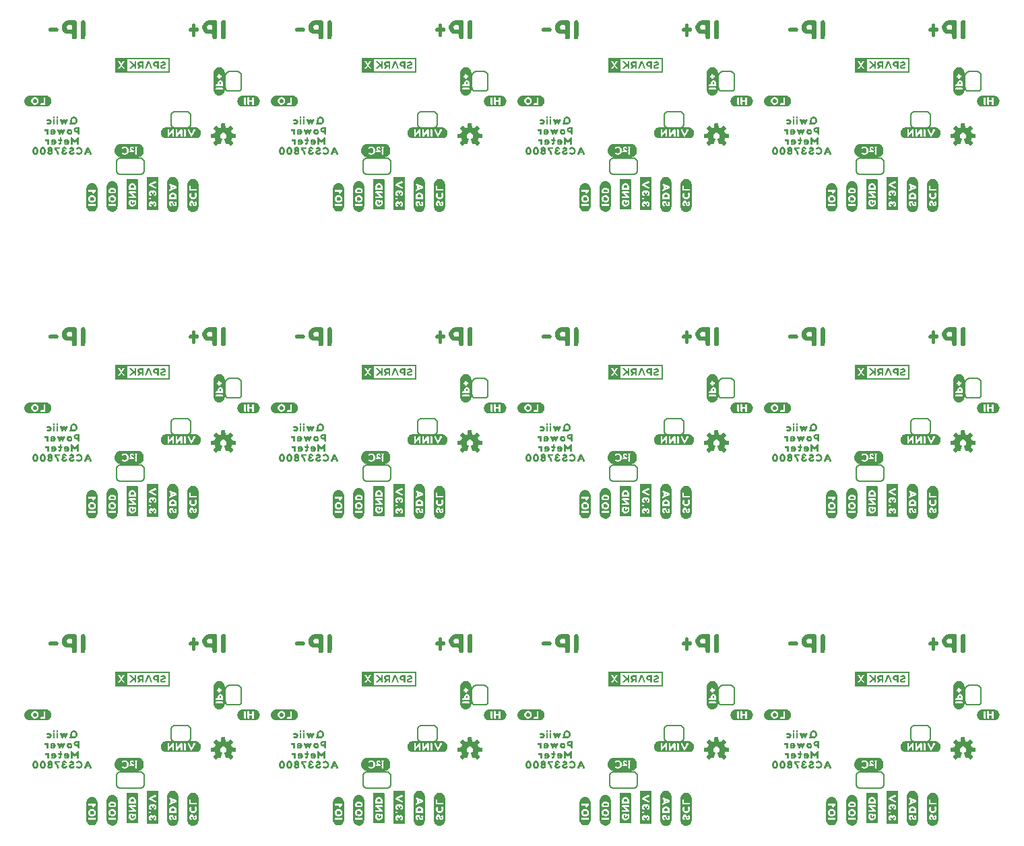
<source format=gbo>
G04 EAGLE Gerber RS-274X export*
G75*
%MOMM*%
%FSLAX34Y34*%
%LPD*%
%INSilkscreen Bottom*%
%IPPOS*%
%AMOC8*
5,1,8,0,0,1.08239X$1,22.5*%
G01*
%ADD10C,0.381000*%
%ADD11C,0.203200*%
%ADD12R,2.440000X0.040000*%
%ADD13R,2.680000X0.040000*%
%ADD14R,2.840000X0.040000*%
%ADD15R,3.000000X0.040000*%
%ADD16R,3.080000X0.040000*%
%ADD17R,3.160000X0.040000*%
%ADD18R,3.240000X0.040000*%
%ADD19R,1.240000X0.040000*%
%ADD20R,0.720000X0.040000*%
%ADD21R,1.000000X0.040000*%
%ADD22R,0.760000X0.040000*%
%ADD23R,0.200000X0.040000*%
%ADD24R,0.520000X0.040000*%
%ADD25R,0.880000X0.040000*%
%ADD26R,0.160000X0.040000*%
%ADD27R,0.400000X0.040000*%
%ADD28R,0.800000X0.040000*%
%ADD29R,0.320000X0.040000*%
%ADD30R,0.120000X0.040000*%
%ADD31R,0.280000X0.040000*%
%ADD32R,0.840000X0.040000*%
%ADD33R,0.080000X0.040000*%
%ADD34R,0.360000X0.040000*%
%ADD35R,0.960000X0.040000*%
%ADD36R,1.440000X0.040000*%
%ADD37R,1.480000X0.040000*%
%ADD38R,1.520000X0.040000*%
%ADD39R,0.240000X0.040000*%
%ADD40R,0.040000X0.040000*%
%ADD41R,0.920000X0.040000*%
%ADD42R,1.040000X0.040000*%
%ADD43R,1.160000X0.040000*%

G36*
X1116377Y965855D02*
X1116377Y965855D01*
X1116372Y965863D01*
X1116379Y965869D01*
X1116379Y984851D01*
X1116343Y984899D01*
X1116336Y984893D01*
X1116330Y984901D01*
X1047750Y984901D01*
X1047703Y984865D01*
X1047708Y984857D01*
X1047701Y984851D01*
X1047701Y965869D01*
X1047737Y965821D01*
X1047744Y965827D01*
X1047750Y965819D01*
X1116330Y965819D01*
X1116377Y965855D01*
G37*
G36*
X186737Y965855D02*
X186737Y965855D01*
X186732Y965863D01*
X186739Y965869D01*
X186739Y984851D01*
X186703Y984899D01*
X186696Y984893D01*
X186690Y984901D01*
X118110Y984901D01*
X118063Y984865D01*
X118068Y984857D01*
X118061Y984851D01*
X118061Y965869D01*
X118097Y965821D01*
X118104Y965827D01*
X118110Y965819D01*
X186690Y965819D01*
X186737Y965855D01*
G37*
G36*
X806497Y965855D02*
X806497Y965855D01*
X806492Y965863D01*
X806499Y965869D01*
X806499Y984851D01*
X806463Y984899D01*
X806456Y984893D01*
X806450Y984901D01*
X737870Y984901D01*
X737823Y984865D01*
X737828Y984857D01*
X737821Y984851D01*
X737821Y965869D01*
X737857Y965821D01*
X737864Y965827D01*
X737870Y965819D01*
X806450Y965819D01*
X806497Y965855D01*
G37*
G36*
X496617Y965855D02*
X496617Y965855D01*
X496612Y965863D01*
X496619Y965869D01*
X496619Y984851D01*
X496583Y984899D01*
X496576Y984893D01*
X496570Y984901D01*
X427990Y984901D01*
X427943Y984865D01*
X427948Y984857D01*
X427941Y984851D01*
X427941Y965869D01*
X427977Y965821D01*
X427984Y965827D01*
X427990Y965819D01*
X496570Y965819D01*
X496617Y965855D01*
G37*
G36*
X118097Y193661D02*
X118097Y193661D01*
X118104Y193667D01*
X118110Y193659D01*
X186690Y193659D01*
X186737Y193695D01*
X186732Y193703D01*
X186739Y193709D01*
X186739Y212691D01*
X186703Y212739D01*
X186696Y212733D01*
X186690Y212741D01*
X118110Y212741D01*
X118063Y212705D01*
X118068Y212697D01*
X118061Y212691D01*
X118061Y193709D01*
X118097Y193661D01*
G37*
G36*
X496617Y193695D02*
X496617Y193695D01*
X496612Y193703D01*
X496619Y193709D01*
X496619Y212691D01*
X496583Y212739D01*
X496576Y212733D01*
X496570Y212741D01*
X427990Y212741D01*
X427943Y212705D01*
X427948Y212697D01*
X427941Y212691D01*
X427941Y193709D01*
X427977Y193661D01*
X427984Y193667D01*
X427990Y193659D01*
X496570Y193659D01*
X496617Y193695D01*
G37*
G36*
X1116377Y193695D02*
X1116377Y193695D01*
X1116372Y193703D01*
X1116379Y193709D01*
X1116379Y212691D01*
X1116343Y212739D01*
X1116336Y212733D01*
X1116330Y212741D01*
X1047750Y212741D01*
X1047703Y212705D01*
X1047708Y212697D01*
X1047701Y212691D01*
X1047701Y193709D01*
X1047737Y193661D01*
X1047744Y193667D01*
X1047750Y193659D01*
X1116330Y193659D01*
X1116377Y193695D01*
G37*
G36*
X806497Y193695D02*
X806497Y193695D01*
X806492Y193703D01*
X806499Y193709D01*
X806499Y212691D01*
X806463Y212739D01*
X806456Y212733D01*
X806450Y212741D01*
X737870Y212741D01*
X737823Y212705D01*
X737828Y212697D01*
X737821Y212691D01*
X737821Y193709D01*
X737857Y193661D01*
X737864Y193667D01*
X737870Y193659D01*
X806450Y193659D01*
X806497Y193695D01*
G37*
G36*
X1116377Y579775D02*
X1116377Y579775D01*
X1116372Y579783D01*
X1116379Y579789D01*
X1116379Y598771D01*
X1116343Y598819D01*
X1116336Y598813D01*
X1116330Y598821D01*
X1047750Y598821D01*
X1047703Y598785D01*
X1047708Y598777D01*
X1047701Y598771D01*
X1047701Y579789D01*
X1047737Y579741D01*
X1047744Y579747D01*
X1047750Y579739D01*
X1116330Y579739D01*
X1116377Y579775D01*
G37*
G36*
X806497Y579775D02*
X806497Y579775D01*
X806492Y579783D01*
X806499Y579789D01*
X806499Y598771D01*
X806463Y598819D01*
X806456Y598813D01*
X806450Y598821D01*
X737870Y598821D01*
X737823Y598785D01*
X737828Y598777D01*
X737821Y598771D01*
X737821Y579789D01*
X737857Y579741D01*
X737864Y579747D01*
X737870Y579739D01*
X806450Y579739D01*
X806497Y579775D01*
G37*
G36*
X496617Y579775D02*
X496617Y579775D01*
X496612Y579783D01*
X496619Y579789D01*
X496619Y598771D01*
X496583Y598819D01*
X496576Y598813D01*
X496570Y598821D01*
X427990Y598821D01*
X427943Y598785D01*
X427948Y598777D01*
X427941Y598771D01*
X427941Y579789D01*
X427977Y579741D01*
X427984Y579747D01*
X427990Y579739D01*
X496570Y579739D01*
X496617Y579775D01*
G37*
G36*
X186737Y579775D02*
X186737Y579775D01*
X186732Y579783D01*
X186739Y579789D01*
X186739Y598771D01*
X186703Y598819D01*
X186696Y598813D01*
X186690Y598821D01*
X118110Y598821D01*
X118063Y598785D01*
X118068Y598777D01*
X118061Y598771D01*
X118061Y579789D01*
X118097Y579741D01*
X118104Y579747D01*
X118110Y579739D01*
X186690Y579739D01*
X186737Y579775D01*
G37*
%LPC*%
G36*
X1063120Y195520D02*
X1063120Y195520D01*
X1063120Y210880D01*
X1114518Y210880D01*
X1114518Y195520D01*
X1063120Y195520D01*
G37*
%LPD*%
%LPC*%
G36*
X753240Y967680D02*
X753240Y967680D01*
X753240Y983040D01*
X804638Y983040D01*
X804638Y967680D01*
X753240Y967680D01*
G37*
%LPD*%
%LPC*%
G36*
X753240Y195520D02*
X753240Y195520D01*
X753240Y210880D01*
X804638Y210880D01*
X804638Y195520D01*
X753240Y195520D01*
G37*
%LPD*%
%LPC*%
G36*
X133480Y967680D02*
X133480Y967680D01*
X133480Y983040D01*
X184878Y983040D01*
X184878Y967680D01*
X133480Y967680D01*
G37*
%LPD*%
%LPC*%
G36*
X1063120Y967680D02*
X1063120Y967680D01*
X1063120Y983040D01*
X1114518Y983040D01*
X1114518Y967680D01*
X1063120Y967680D01*
G37*
%LPD*%
%LPC*%
G36*
X443360Y581600D02*
X443360Y581600D01*
X443360Y596960D01*
X494758Y596960D01*
X494758Y581600D01*
X443360Y581600D01*
G37*
%LPD*%
%LPC*%
G36*
X1063120Y581600D02*
X1063120Y581600D01*
X1063120Y596960D01*
X1114518Y596960D01*
X1114518Y581600D01*
X1063120Y581600D01*
G37*
%LPD*%
%LPC*%
G36*
X443360Y967680D02*
X443360Y967680D01*
X443360Y983040D01*
X494758Y983040D01*
X494758Y967680D01*
X443360Y967680D01*
G37*
%LPD*%
%LPC*%
G36*
X753240Y581600D02*
X753240Y581600D01*
X753240Y596960D01*
X804638Y596960D01*
X804638Y581600D01*
X753240Y581600D01*
G37*
%LPD*%
%LPC*%
G36*
X133480Y581600D02*
X133480Y581600D01*
X133480Y596960D01*
X184878Y596960D01*
X184878Y581600D01*
X133480Y581600D01*
G37*
%LPD*%
%LPC*%
G36*
X443360Y195520D02*
X443360Y195520D01*
X443360Y210880D01*
X494758Y210880D01*
X494758Y195520D01*
X443360Y195520D01*
G37*
%LPD*%
%LPC*%
G36*
X184878Y210880D02*
X184878Y210880D01*
X184878Y195520D01*
X133480Y195520D01*
X133480Y210880D01*
X184878Y210880D01*
G37*
%LPD*%
G36*
X839224Y497344D02*
X839224Y497344D01*
X839227Y497341D01*
X839927Y497441D01*
X839931Y497445D01*
X839934Y497443D01*
X840634Y497643D01*
X840635Y497644D01*
X840636Y497643D01*
X841836Y498043D01*
X841841Y498051D01*
X841847Y498049D01*
X843047Y498849D01*
X843048Y498852D01*
X843051Y498852D01*
X843551Y499252D01*
X843552Y499256D01*
X843555Y499255D01*
X844055Y499755D01*
X844055Y499759D01*
X844058Y499759D01*
X844458Y500259D01*
X844459Y500267D01*
X844464Y500268D01*
X845364Y502068D01*
X845362Y502079D01*
X845369Y502083D01*
X845468Y502780D01*
X845486Y502843D01*
X845487Y502843D01*
X845486Y502843D01*
X845529Y502991D01*
X845543Y503040D01*
X845585Y503188D01*
X845627Y503336D01*
X845641Y503385D01*
X845667Y503476D01*
X845665Y503482D01*
X845667Y503484D01*
X845665Y503487D01*
X845669Y503490D01*
X845669Y504790D01*
X845666Y504794D01*
X845669Y504797D01*
X845569Y505497D01*
X845564Y505502D01*
X845567Y505506D01*
X845367Y506105D01*
X845167Y506804D01*
X845162Y506808D01*
X845164Y506812D01*
X844564Y508012D01*
X844557Y508015D01*
X844558Y508021D01*
X844158Y508521D01*
X844154Y508522D01*
X844155Y508525D01*
X843155Y509525D01*
X843148Y509526D01*
X843147Y509531D01*
X842547Y509931D01*
X842546Y509931D01*
X842545Y509932D01*
X842045Y510232D01*
X842042Y510232D01*
X842042Y510234D01*
X841442Y510534D01*
X841435Y510533D01*
X841434Y510537D01*
X840735Y510737D01*
X840136Y510937D01*
X840129Y510935D01*
X840127Y510939D01*
X839427Y511039D01*
X839422Y511036D01*
X839420Y511039D01*
X801620Y511039D01*
X801616Y511036D01*
X801613Y511039D01*
X800913Y510939D01*
X800912Y510938D01*
X800912Y510939D01*
X800312Y510839D01*
X800309Y510835D01*
X800306Y510837D01*
X799606Y510637D01*
X799602Y510632D01*
X799598Y510634D01*
X798398Y510034D01*
X798395Y510027D01*
X798389Y510028D01*
X797889Y509628D01*
X797888Y509628D01*
X797288Y509128D01*
X797288Y509124D01*
X797285Y509125D01*
X796885Y508725D01*
X796884Y508718D01*
X796879Y508717D01*
X796480Y508119D01*
X796082Y507621D01*
X796081Y507613D01*
X796076Y507612D01*
X795776Y507012D01*
X795776Y507010D01*
X795775Y507009D01*
X795475Y506309D01*
X795477Y506301D01*
X795471Y506298D01*
X795371Y505698D01*
X795372Y505697D01*
X795371Y505697D01*
X795171Y504297D01*
X795174Y504292D01*
X795171Y504290D01*
X795171Y503690D01*
X795174Y503686D01*
X795171Y503683D01*
X795271Y502983D01*
X795275Y502979D01*
X795273Y502976D01*
X795473Y502276D01*
X795474Y502275D01*
X795473Y502274D01*
X795673Y501674D01*
X795678Y501671D01*
X795676Y501668D01*
X796276Y500468D01*
X796280Y500466D01*
X796279Y500463D01*
X796679Y499863D01*
X796686Y499860D01*
X796685Y499855D01*
X797185Y499355D01*
X797189Y499355D01*
X797189Y499352D01*
X798189Y498552D01*
X798193Y498551D01*
X798193Y498549D01*
X798793Y498149D01*
X798797Y498149D01*
X798798Y498146D01*
X799398Y497846D01*
X799403Y497847D01*
X799404Y497843D01*
X800004Y497643D01*
X800011Y497645D01*
X800013Y497641D01*
X800713Y497541D01*
X801412Y497441D01*
X802012Y497341D01*
X802017Y497344D01*
X802020Y497341D01*
X839220Y497341D01*
X839224Y497344D01*
G37*
G36*
X529344Y111264D02*
X529344Y111264D01*
X529347Y111261D01*
X530047Y111361D01*
X530051Y111365D01*
X530054Y111363D01*
X530754Y111563D01*
X530755Y111564D01*
X530756Y111563D01*
X531956Y111963D01*
X531961Y111971D01*
X531967Y111969D01*
X533167Y112769D01*
X533168Y112772D01*
X533171Y112772D01*
X533671Y113172D01*
X533672Y113176D01*
X533675Y113175D01*
X534175Y113675D01*
X534175Y113679D01*
X534178Y113679D01*
X534578Y114179D01*
X534579Y114187D01*
X534584Y114188D01*
X535484Y115988D01*
X535482Y115999D01*
X535489Y116003D01*
X535588Y116700D01*
X535606Y116763D01*
X535607Y116763D01*
X535606Y116763D01*
X535649Y116911D01*
X535663Y116960D01*
X535705Y117108D01*
X535747Y117256D01*
X535761Y117305D01*
X535787Y117396D01*
X535785Y117402D01*
X535787Y117404D01*
X535785Y117407D01*
X535789Y117410D01*
X535789Y118710D01*
X535786Y118714D01*
X535789Y118717D01*
X535689Y119417D01*
X535684Y119422D01*
X535687Y119426D01*
X535487Y120025D01*
X535287Y120724D01*
X535282Y120728D01*
X535284Y120732D01*
X534684Y121932D01*
X534677Y121935D01*
X534678Y121941D01*
X534278Y122441D01*
X534274Y122442D01*
X534275Y122445D01*
X533275Y123445D01*
X533268Y123446D01*
X533267Y123451D01*
X532667Y123851D01*
X532666Y123851D01*
X532665Y123852D01*
X532165Y124152D01*
X532162Y124152D01*
X532162Y124154D01*
X531562Y124454D01*
X531555Y124453D01*
X531554Y124457D01*
X530855Y124657D01*
X530256Y124857D01*
X530249Y124855D01*
X530247Y124859D01*
X529547Y124959D01*
X529542Y124956D01*
X529540Y124959D01*
X491740Y124959D01*
X491736Y124956D01*
X491733Y124959D01*
X491033Y124859D01*
X491032Y124858D01*
X491032Y124859D01*
X490432Y124759D01*
X490429Y124755D01*
X490426Y124757D01*
X489726Y124557D01*
X489722Y124552D01*
X489718Y124554D01*
X488518Y123954D01*
X488515Y123947D01*
X488509Y123948D01*
X488009Y123548D01*
X488008Y123548D01*
X487408Y123048D01*
X487408Y123044D01*
X487405Y123045D01*
X487005Y122645D01*
X487004Y122638D01*
X486999Y122637D01*
X486600Y122039D01*
X486202Y121541D01*
X486201Y121533D01*
X486196Y121532D01*
X485896Y120932D01*
X485896Y120930D01*
X485895Y120929D01*
X485595Y120229D01*
X485597Y120221D01*
X485591Y120218D01*
X485491Y119618D01*
X485492Y119617D01*
X485491Y119617D01*
X485291Y118217D01*
X485294Y118212D01*
X485291Y118210D01*
X485291Y117610D01*
X485294Y117606D01*
X485291Y117603D01*
X485391Y116903D01*
X485395Y116899D01*
X485393Y116896D01*
X485593Y116196D01*
X485594Y116195D01*
X485593Y116194D01*
X485793Y115594D01*
X485798Y115591D01*
X485796Y115588D01*
X486396Y114388D01*
X486400Y114386D01*
X486399Y114383D01*
X486799Y113783D01*
X486806Y113780D01*
X486805Y113775D01*
X487305Y113275D01*
X487309Y113275D01*
X487309Y113272D01*
X488309Y112472D01*
X488313Y112471D01*
X488313Y112469D01*
X488913Y112069D01*
X488917Y112069D01*
X488918Y112066D01*
X489518Y111766D01*
X489523Y111767D01*
X489524Y111763D01*
X490124Y111563D01*
X490131Y111565D01*
X490133Y111561D01*
X490833Y111461D01*
X491532Y111361D01*
X492132Y111261D01*
X492137Y111264D01*
X492140Y111261D01*
X529340Y111261D01*
X529344Y111264D01*
G37*
G36*
X219464Y111264D02*
X219464Y111264D01*
X219467Y111261D01*
X220167Y111361D01*
X220171Y111365D01*
X220174Y111363D01*
X220874Y111563D01*
X220875Y111564D01*
X220876Y111563D01*
X222076Y111963D01*
X222081Y111971D01*
X222087Y111969D01*
X223287Y112769D01*
X223288Y112772D01*
X223291Y112772D01*
X223791Y113172D01*
X223792Y113176D01*
X223795Y113175D01*
X224295Y113675D01*
X224295Y113679D01*
X224298Y113679D01*
X224698Y114179D01*
X224699Y114187D01*
X224704Y114188D01*
X225604Y115988D01*
X225602Y115999D01*
X225609Y116003D01*
X225708Y116700D01*
X225726Y116763D01*
X225727Y116763D01*
X225726Y116763D01*
X225769Y116911D01*
X225783Y116960D01*
X225825Y117108D01*
X225867Y117256D01*
X225881Y117305D01*
X225907Y117396D01*
X225905Y117402D01*
X225907Y117404D01*
X225905Y117407D01*
X225909Y117410D01*
X225909Y118710D01*
X225906Y118714D01*
X225909Y118717D01*
X225809Y119417D01*
X225804Y119422D01*
X225807Y119426D01*
X225607Y120025D01*
X225407Y120724D01*
X225402Y120728D01*
X225404Y120732D01*
X224804Y121932D01*
X224797Y121935D01*
X224798Y121941D01*
X224398Y122441D01*
X224394Y122442D01*
X224395Y122445D01*
X223395Y123445D01*
X223388Y123446D01*
X223387Y123451D01*
X222787Y123851D01*
X222786Y123851D01*
X222785Y123852D01*
X222285Y124152D01*
X222282Y124152D01*
X222282Y124154D01*
X221682Y124454D01*
X221675Y124453D01*
X221674Y124457D01*
X220975Y124657D01*
X220376Y124857D01*
X220369Y124855D01*
X220367Y124859D01*
X219667Y124959D01*
X219662Y124956D01*
X219660Y124959D01*
X181860Y124959D01*
X181856Y124956D01*
X181853Y124959D01*
X181153Y124859D01*
X181152Y124858D01*
X181152Y124859D01*
X180552Y124759D01*
X180549Y124755D01*
X180546Y124757D01*
X179846Y124557D01*
X179842Y124552D01*
X179838Y124554D01*
X178638Y123954D01*
X178635Y123947D01*
X178629Y123948D01*
X178129Y123548D01*
X178128Y123548D01*
X177528Y123048D01*
X177528Y123044D01*
X177525Y123045D01*
X177125Y122645D01*
X177124Y122638D01*
X177119Y122637D01*
X176720Y122039D01*
X176322Y121541D01*
X176321Y121533D01*
X176316Y121532D01*
X176016Y120932D01*
X176016Y120930D01*
X176015Y120929D01*
X175715Y120229D01*
X175717Y120221D01*
X175711Y120218D01*
X175611Y119618D01*
X175612Y119617D01*
X175611Y119617D01*
X175411Y118217D01*
X175414Y118212D01*
X175411Y118210D01*
X175411Y117610D01*
X175414Y117606D01*
X175411Y117603D01*
X175511Y116903D01*
X175515Y116899D01*
X175513Y116896D01*
X175713Y116196D01*
X175714Y116195D01*
X175713Y116194D01*
X175913Y115594D01*
X175918Y115591D01*
X175916Y115588D01*
X176516Y114388D01*
X176520Y114386D01*
X176519Y114383D01*
X176919Y113783D01*
X176926Y113780D01*
X176925Y113775D01*
X177425Y113275D01*
X177429Y113275D01*
X177429Y113272D01*
X178429Y112472D01*
X178433Y112471D01*
X178433Y112469D01*
X179033Y112069D01*
X179037Y112069D01*
X179038Y112066D01*
X179638Y111766D01*
X179643Y111767D01*
X179644Y111763D01*
X180244Y111563D01*
X180251Y111565D01*
X180253Y111561D01*
X180953Y111461D01*
X181652Y111361D01*
X182252Y111261D01*
X182257Y111264D01*
X182260Y111261D01*
X219460Y111261D01*
X219464Y111264D01*
G37*
G36*
X839224Y111264D02*
X839224Y111264D01*
X839227Y111261D01*
X839927Y111361D01*
X839931Y111365D01*
X839934Y111363D01*
X840634Y111563D01*
X840635Y111564D01*
X840636Y111563D01*
X841836Y111963D01*
X841841Y111971D01*
X841847Y111969D01*
X843047Y112769D01*
X843048Y112772D01*
X843051Y112772D01*
X843551Y113172D01*
X843552Y113176D01*
X843555Y113175D01*
X844055Y113675D01*
X844055Y113679D01*
X844058Y113679D01*
X844458Y114179D01*
X844459Y114187D01*
X844464Y114188D01*
X845364Y115988D01*
X845362Y115999D01*
X845369Y116003D01*
X845468Y116700D01*
X845486Y116763D01*
X845487Y116763D01*
X845486Y116763D01*
X845529Y116911D01*
X845543Y116960D01*
X845585Y117108D01*
X845627Y117256D01*
X845641Y117305D01*
X845667Y117396D01*
X845665Y117402D01*
X845667Y117404D01*
X845665Y117407D01*
X845669Y117410D01*
X845669Y118710D01*
X845666Y118714D01*
X845669Y118717D01*
X845569Y119417D01*
X845564Y119422D01*
X845567Y119426D01*
X845367Y120025D01*
X845167Y120724D01*
X845162Y120728D01*
X845164Y120732D01*
X844564Y121932D01*
X844557Y121935D01*
X844558Y121941D01*
X844158Y122441D01*
X844154Y122442D01*
X844155Y122445D01*
X843155Y123445D01*
X843148Y123446D01*
X843147Y123451D01*
X842547Y123851D01*
X842546Y123851D01*
X842545Y123852D01*
X842045Y124152D01*
X842042Y124152D01*
X842042Y124154D01*
X841442Y124454D01*
X841435Y124453D01*
X841434Y124457D01*
X840735Y124657D01*
X840136Y124857D01*
X840129Y124855D01*
X840127Y124859D01*
X839427Y124959D01*
X839422Y124956D01*
X839420Y124959D01*
X801620Y124959D01*
X801616Y124956D01*
X801613Y124959D01*
X800913Y124859D01*
X800912Y124858D01*
X800912Y124859D01*
X800312Y124759D01*
X800309Y124755D01*
X800306Y124757D01*
X799606Y124557D01*
X799602Y124552D01*
X799598Y124554D01*
X798398Y123954D01*
X798395Y123947D01*
X798389Y123948D01*
X797889Y123548D01*
X797888Y123548D01*
X797288Y123048D01*
X797288Y123044D01*
X797285Y123045D01*
X796885Y122645D01*
X796884Y122638D01*
X796879Y122637D01*
X796480Y122039D01*
X796082Y121541D01*
X796081Y121533D01*
X796076Y121532D01*
X795776Y120932D01*
X795776Y120930D01*
X795775Y120929D01*
X795475Y120229D01*
X795477Y120221D01*
X795471Y120218D01*
X795371Y119618D01*
X795372Y119617D01*
X795371Y119617D01*
X795171Y118217D01*
X795174Y118212D01*
X795171Y118210D01*
X795171Y117610D01*
X795174Y117606D01*
X795171Y117603D01*
X795271Y116903D01*
X795275Y116899D01*
X795273Y116896D01*
X795473Y116196D01*
X795474Y116195D01*
X795473Y116194D01*
X795673Y115594D01*
X795678Y115591D01*
X795676Y115588D01*
X796276Y114388D01*
X796280Y114386D01*
X796279Y114383D01*
X796679Y113783D01*
X796686Y113780D01*
X796685Y113775D01*
X797185Y113275D01*
X797189Y113275D01*
X797189Y113272D01*
X798189Y112472D01*
X798193Y112471D01*
X798193Y112469D01*
X798793Y112069D01*
X798797Y112069D01*
X798798Y112066D01*
X799398Y111766D01*
X799403Y111767D01*
X799404Y111763D01*
X800004Y111563D01*
X800011Y111565D01*
X800013Y111561D01*
X800713Y111461D01*
X801412Y111361D01*
X802012Y111261D01*
X802017Y111264D01*
X802020Y111261D01*
X839220Y111261D01*
X839224Y111264D01*
G37*
G36*
X1149104Y111264D02*
X1149104Y111264D01*
X1149107Y111261D01*
X1149807Y111361D01*
X1149811Y111365D01*
X1149814Y111363D01*
X1150514Y111563D01*
X1150515Y111564D01*
X1150516Y111563D01*
X1151716Y111963D01*
X1151721Y111971D01*
X1151727Y111969D01*
X1152927Y112769D01*
X1152928Y112772D01*
X1152931Y112772D01*
X1153431Y113172D01*
X1153432Y113176D01*
X1153435Y113175D01*
X1153935Y113675D01*
X1153935Y113679D01*
X1153938Y113679D01*
X1154338Y114179D01*
X1154339Y114187D01*
X1154344Y114188D01*
X1155244Y115988D01*
X1155242Y115999D01*
X1155249Y116003D01*
X1155348Y116700D01*
X1155366Y116763D01*
X1155367Y116763D01*
X1155366Y116763D01*
X1155409Y116911D01*
X1155423Y116960D01*
X1155465Y117108D01*
X1155507Y117256D01*
X1155521Y117305D01*
X1155547Y117396D01*
X1155545Y117402D01*
X1155547Y117404D01*
X1155545Y117407D01*
X1155549Y117410D01*
X1155549Y118710D01*
X1155546Y118714D01*
X1155549Y118717D01*
X1155449Y119417D01*
X1155444Y119422D01*
X1155447Y119426D01*
X1155247Y120025D01*
X1155047Y120724D01*
X1155042Y120728D01*
X1155044Y120732D01*
X1154444Y121932D01*
X1154437Y121935D01*
X1154438Y121941D01*
X1154038Y122441D01*
X1154034Y122442D01*
X1154035Y122445D01*
X1153035Y123445D01*
X1153028Y123446D01*
X1153027Y123451D01*
X1152427Y123851D01*
X1152426Y123851D01*
X1152425Y123852D01*
X1151925Y124152D01*
X1151922Y124152D01*
X1151922Y124154D01*
X1151322Y124454D01*
X1151315Y124453D01*
X1151314Y124457D01*
X1150615Y124657D01*
X1150016Y124857D01*
X1150009Y124855D01*
X1150007Y124859D01*
X1149307Y124959D01*
X1149302Y124956D01*
X1149300Y124959D01*
X1111500Y124959D01*
X1111496Y124956D01*
X1111493Y124959D01*
X1110793Y124859D01*
X1110792Y124858D01*
X1110792Y124859D01*
X1110192Y124759D01*
X1110189Y124755D01*
X1110186Y124757D01*
X1109486Y124557D01*
X1109482Y124552D01*
X1109478Y124554D01*
X1108278Y123954D01*
X1108275Y123947D01*
X1108269Y123948D01*
X1107769Y123548D01*
X1107768Y123548D01*
X1107168Y123048D01*
X1107168Y123044D01*
X1107165Y123045D01*
X1106765Y122645D01*
X1106764Y122638D01*
X1106759Y122637D01*
X1106360Y122039D01*
X1105962Y121541D01*
X1105961Y121533D01*
X1105956Y121532D01*
X1105656Y120932D01*
X1105656Y120930D01*
X1105655Y120929D01*
X1105355Y120229D01*
X1105357Y120221D01*
X1105351Y120218D01*
X1105251Y119618D01*
X1105252Y119617D01*
X1105251Y119617D01*
X1105051Y118217D01*
X1105054Y118212D01*
X1105051Y118210D01*
X1105051Y117610D01*
X1105054Y117606D01*
X1105051Y117603D01*
X1105151Y116903D01*
X1105155Y116899D01*
X1105153Y116896D01*
X1105353Y116196D01*
X1105354Y116195D01*
X1105353Y116194D01*
X1105553Y115594D01*
X1105558Y115591D01*
X1105556Y115588D01*
X1106156Y114388D01*
X1106160Y114386D01*
X1106159Y114383D01*
X1106559Y113783D01*
X1106566Y113780D01*
X1106565Y113775D01*
X1107065Y113275D01*
X1107069Y113275D01*
X1107069Y113272D01*
X1108069Y112472D01*
X1108073Y112471D01*
X1108073Y112469D01*
X1108673Y112069D01*
X1108677Y112069D01*
X1108678Y112066D01*
X1109278Y111766D01*
X1109283Y111767D01*
X1109284Y111763D01*
X1109884Y111563D01*
X1109891Y111565D01*
X1109893Y111561D01*
X1110593Y111461D01*
X1111292Y111361D01*
X1111892Y111261D01*
X1111897Y111264D01*
X1111900Y111261D01*
X1149100Y111261D01*
X1149104Y111264D01*
G37*
G36*
X219464Y497344D02*
X219464Y497344D01*
X219467Y497341D01*
X220167Y497441D01*
X220171Y497445D01*
X220174Y497443D01*
X220874Y497643D01*
X220875Y497644D01*
X220876Y497643D01*
X222076Y498043D01*
X222081Y498051D01*
X222087Y498049D01*
X223287Y498849D01*
X223288Y498852D01*
X223291Y498852D01*
X223791Y499252D01*
X223792Y499256D01*
X223795Y499255D01*
X224295Y499755D01*
X224295Y499759D01*
X224298Y499759D01*
X224698Y500259D01*
X224699Y500267D01*
X224704Y500268D01*
X225604Y502068D01*
X225602Y502079D01*
X225609Y502083D01*
X225708Y502780D01*
X225726Y502843D01*
X225727Y502843D01*
X225726Y502843D01*
X225769Y502991D01*
X225783Y503040D01*
X225825Y503188D01*
X225867Y503336D01*
X225881Y503385D01*
X225907Y503476D01*
X225905Y503482D01*
X225907Y503484D01*
X225905Y503487D01*
X225909Y503490D01*
X225909Y504790D01*
X225906Y504794D01*
X225909Y504797D01*
X225809Y505497D01*
X225804Y505502D01*
X225807Y505506D01*
X225607Y506105D01*
X225407Y506804D01*
X225402Y506808D01*
X225404Y506812D01*
X224804Y508012D01*
X224797Y508015D01*
X224798Y508021D01*
X224398Y508521D01*
X224394Y508522D01*
X224395Y508525D01*
X223395Y509525D01*
X223388Y509526D01*
X223387Y509531D01*
X222787Y509931D01*
X222786Y509931D01*
X222785Y509932D01*
X222285Y510232D01*
X222282Y510232D01*
X222282Y510234D01*
X221682Y510534D01*
X221675Y510533D01*
X221674Y510537D01*
X220975Y510737D01*
X220376Y510937D01*
X220369Y510935D01*
X220367Y510939D01*
X219667Y511039D01*
X219662Y511036D01*
X219660Y511039D01*
X181860Y511039D01*
X181856Y511036D01*
X181853Y511039D01*
X181153Y510939D01*
X181152Y510938D01*
X181152Y510939D01*
X180552Y510839D01*
X180549Y510835D01*
X180546Y510837D01*
X179846Y510637D01*
X179842Y510632D01*
X179838Y510634D01*
X178638Y510034D01*
X178635Y510027D01*
X178629Y510028D01*
X178129Y509628D01*
X178128Y509628D01*
X177528Y509128D01*
X177528Y509124D01*
X177525Y509125D01*
X177125Y508725D01*
X177124Y508718D01*
X177119Y508717D01*
X176720Y508119D01*
X176322Y507621D01*
X176321Y507613D01*
X176316Y507612D01*
X176016Y507012D01*
X176016Y507010D01*
X176015Y507009D01*
X175715Y506309D01*
X175717Y506301D01*
X175711Y506298D01*
X175611Y505698D01*
X175612Y505697D01*
X175611Y505697D01*
X175411Y504297D01*
X175414Y504292D01*
X175411Y504290D01*
X175411Y503690D01*
X175414Y503686D01*
X175411Y503683D01*
X175511Y502983D01*
X175515Y502979D01*
X175513Y502976D01*
X175713Y502276D01*
X175714Y502275D01*
X175713Y502274D01*
X175913Y501674D01*
X175918Y501671D01*
X175916Y501668D01*
X176516Y500468D01*
X176520Y500466D01*
X176519Y500463D01*
X176919Y499863D01*
X176926Y499860D01*
X176925Y499855D01*
X177425Y499355D01*
X177429Y499355D01*
X177429Y499352D01*
X178429Y498552D01*
X178433Y498551D01*
X178433Y498549D01*
X179033Y498149D01*
X179037Y498149D01*
X179038Y498146D01*
X179638Y497846D01*
X179643Y497847D01*
X179644Y497843D01*
X180244Y497643D01*
X180251Y497645D01*
X180253Y497641D01*
X180953Y497541D01*
X181652Y497441D01*
X182252Y497341D01*
X182257Y497344D01*
X182260Y497341D01*
X219460Y497341D01*
X219464Y497344D01*
G37*
G36*
X1149104Y497344D02*
X1149104Y497344D01*
X1149107Y497341D01*
X1149807Y497441D01*
X1149811Y497445D01*
X1149814Y497443D01*
X1150514Y497643D01*
X1150515Y497644D01*
X1150516Y497643D01*
X1151716Y498043D01*
X1151721Y498051D01*
X1151727Y498049D01*
X1152927Y498849D01*
X1152928Y498852D01*
X1152931Y498852D01*
X1153431Y499252D01*
X1153432Y499256D01*
X1153435Y499255D01*
X1153935Y499755D01*
X1153935Y499759D01*
X1153938Y499759D01*
X1154338Y500259D01*
X1154339Y500267D01*
X1154344Y500268D01*
X1155244Y502068D01*
X1155242Y502079D01*
X1155249Y502083D01*
X1155348Y502780D01*
X1155366Y502843D01*
X1155367Y502843D01*
X1155366Y502843D01*
X1155409Y502991D01*
X1155423Y503040D01*
X1155465Y503188D01*
X1155507Y503336D01*
X1155521Y503385D01*
X1155547Y503476D01*
X1155545Y503482D01*
X1155547Y503484D01*
X1155545Y503487D01*
X1155549Y503490D01*
X1155549Y504790D01*
X1155546Y504794D01*
X1155549Y504797D01*
X1155449Y505497D01*
X1155444Y505502D01*
X1155447Y505506D01*
X1155247Y506105D01*
X1155047Y506804D01*
X1155042Y506808D01*
X1155044Y506812D01*
X1154444Y508012D01*
X1154437Y508015D01*
X1154438Y508021D01*
X1154038Y508521D01*
X1154034Y508522D01*
X1154035Y508525D01*
X1153035Y509525D01*
X1153028Y509526D01*
X1153027Y509531D01*
X1152427Y509931D01*
X1152426Y509931D01*
X1152425Y509932D01*
X1151925Y510232D01*
X1151922Y510232D01*
X1151922Y510234D01*
X1151322Y510534D01*
X1151315Y510533D01*
X1151314Y510537D01*
X1150615Y510737D01*
X1150016Y510937D01*
X1150009Y510935D01*
X1150007Y510939D01*
X1149307Y511039D01*
X1149302Y511036D01*
X1149300Y511039D01*
X1111500Y511039D01*
X1111496Y511036D01*
X1111493Y511039D01*
X1110793Y510939D01*
X1110792Y510938D01*
X1110792Y510939D01*
X1110192Y510839D01*
X1110189Y510835D01*
X1110186Y510837D01*
X1109486Y510637D01*
X1109482Y510632D01*
X1109478Y510634D01*
X1108278Y510034D01*
X1108275Y510027D01*
X1108269Y510028D01*
X1107769Y509628D01*
X1107768Y509628D01*
X1107168Y509128D01*
X1107168Y509124D01*
X1107165Y509125D01*
X1106765Y508725D01*
X1106764Y508718D01*
X1106759Y508717D01*
X1106360Y508119D01*
X1105962Y507621D01*
X1105961Y507613D01*
X1105956Y507612D01*
X1105656Y507012D01*
X1105656Y507010D01*
X1105655Y507009D01*
X1105355Y506309D01*
X1105357Y506301D01*
X1105351Y506298D01*
X1105251Y505698D01*
X1105252Y505697D01*
X1105251Y505697D01*
X1105051Y504297D01*
X1105054Y504292D01*
X1105051Y504290D01*
X1105051Y503690D01*
X1105054Y503686D01*
X1105051Y503683D01*
X1105151Y502983D01*
X1105155Y502979D01*
X1105153Y502976D01*
X1105353Y502276D01*
X1105354Y502275D01*
X1105353Y502274D01*
X1105553Y501674D01*
X1105558Y501671D01*
X1105556Y501668D01*
X1106156Y500468D01*
X1106160Y500466D01*
X1106159Y500463D01*
X1106559Y499863D01*
X1106566Y499860D01*
X1106565Y499855D01*
X1107065Y499355D01*
X1107069Y499355D01*
X1107069Y499352D01*
X1108069Y498552D01*
X1108073Y498551D01*
X1108073Y498549D01*
X1108673Y498149D01*
X1108677Y498149D01*
X1108678Y498146D01*
X1109278Y497846D01*
X1109283Y497847D01*
X1109284Y497843D01*
X1109884Y497643D01*
X1109891Y497645D01*
X1109893Y497641D01*
X1110593Y497541D01*
X1111292Y497441D01*
X1111892Y497341D01*
X1111897Y497344D01*
X1111900Y497341D01*
X1149100Y497341D01*
X1149104Y497344D01*
G37*
G36*
X529344Y497344D02*
X529344Y497344D01*
X529347Y497341D01*
X530047Y497441D01*
X530051Y497445D01*
X530054Y497443D01*
X530754Y497643D01*
X530755Y497644D01*
X530756Y497643D01*
X531956Y498043D01*
X531961Y498051D01*
X531967Y498049D01*
X533167Y498849D01*
X533168Y498852D01*
X533171Y498852D01*
X533671Y499252D01*
X533672Y499256D01*
X533675Y499255D01*
X534175Y499755D01*
X534175Y499759D01*
X534178Y499759D01*
X534578Y500259D01*
X534579Y500267D01*
X534584Y500268D01*
X535484Y502068D01*
X535482Y502079D01*
X535489Y502083D01*
X535588Y502780D01*
X535606Y502843D01*
X535607Y502843D01*
X535606Y502843D01*
X535649Y502991D01*
X535663Y503040D01*
X535705Y503188D01*
X535747Y503336D01*
X535761Y503385D01*
X535787Y503476D01*
X535785Y503482D01*
X535787Y503484D01*
X535785Y503487D01*
X535789Y503490D01*
X535789Y504790D01*
X535786Y504794D01*
X535789Y504797D01*
X535689Y505497D01*
X535684Y505502D01*
X535687Y505506D01*
X535487Y506105D01*
X535287Y506804D01*
X535282Y506808D01*
X535284Y506812D01*
X534684Y508012D01*
X534677Y508015D01*
X534678Y508021D01*
X534278Y508521D01*
X534274Y508522D01*
X534275Y508525D01*
X533275Y509525D01*
X533268Y509526D01*
X533267Y509531D01*
X532667Y509931D01*
X532666Y509931D01*
X532665Y509932D01*
X532165Y510232D01*
X532162Y510232D01*
X532162Y510234D01*
X531562Y510534D01*
X531555Y510533D01*
X531554Y510537D01*
X530855Y510737D01*
X530256Y510937D01*
X530249Y510935D01*
X530247Y510939D01*
X529547Y511039D01*
X529542Y511036D01*
X529540Y511039D01*
X491740Y511039D01*
X491736Y511036D01*
X491733Y511039D01*
X491033Y510939D01*
X491032Y510938D01*
X491032Y510939D01*
X490432Y510839D01*
X490429Y510835D01*
X490426Y510837D01*
X489726Y510637D01*
X489722Y510632D01*
X489718Y510634D01*
X488518Y510034D01*
X488515Y510027D01*
X488509Y510028D01*
X488009Y509628D01*
X488008Y509628D01*
X487408Y509128D01*
X487408Y509124D01*
X487405Y509125D01*
X487005Y508725D01*
X487004Y508718D01*
X486999Y508717D01*
X486600Y508119D01*
X486202Y507621D01*
X486201Y507613D01*
X486196Y507612D01*
X485896Y507012D01*
X485896Y507010D01*
X485895Y507009D01*
X485595Y506309D01*
X485597Y506301D01*
X485591Y506298D01*
X485491Y505698D01*
X485492Y505697D01*
X485491Y505697D01*
X485291Y504297D01*
X485294Y504292D01*
X485291Y504290D01*
X485291Y503690D01*
X485294Y503686D01*
X485291Y503683D01*
X485391Y502983D01*
X485395Y502979D01*
X485393Y502976D01*
X485593Y502276D01*
X485594Y502275D01*
X485593Y502274D01*
X485793Y501674D01*
X485798Y501671D01*
X485796Y501668D01*
X486396Y500468D01*
X486400Y500466D01*
X486399Y500463D01*
X486799Y499863D01*
X486806Y499860D01*
X486805Y499855D01*
X487305Y499355D01*
X487309Y499355D01*
X487309Y499352D01*
X488309Y498552D01*
X488313Y498551D01*
X488313Y498549D01*
X488913Y498149D01*
X488917Y498149D01*
X488918Y498146D01*
X489518Y497846D01*
X489523Y497847D01*
X489524Y497843D01*
X490124Y497643D01*
X490131Y497645D01*
X490133Y497641D01*
X490833Y497541D01*
X491532Y497441D01*
X492132Y497341D01*
X492137Y497344D01*
X492140Y497341D01*
X529340Y497341D01*
X529344Y497344D01*
G37*
G36*
X219464Y883424D02*
X219464Y883424D01*
X219467Y883421D01*
X220167Y883521D01*
X220171Y883525D01*
X220174Y883523D01*
X220874Y883723D01*
X220875Y883724D01*
X220876Y883723D01*
X222076Y884123D01*
X222081Y884131D01*
X222087Y884129D01*
X223287Y884929D01*
X223288Y884932D01*
X223291Y884932D01*
X223791Y885332D01*
X223792Y885336D01*
X223795Y885335D01*
X224295Y885835D01*
X224295Y885839D01*
X224298Y885839D01*
X224698Y886339D01*
X224699Y886347D01*
X224704Y886348D01*
X225604Y888148D01*
X225602Y888159D01*
X225609Y888163D01*
X225708Y888860D01*
X225741Y888973D01*
X225783Y889120D01*
X225797Y889170D01*
X225839Y889317D01*
X225881Y889465D01*
X225895Y889514D01*
X225907Y889556D01*
X225905Y889562D01*
X225907Y889564D01*
X225905Y889567D01*
X225909Y889570D01*
X225909Y890870D01*
X225906Y890874D01*
X225909Y890877D01*
X225809Y891577D01*
X225804Y891582D01*
X225807Y891586D01*
X225607Y892185D01*
X225407Y892884D01*
X225402Y892888D01*
X225404Y892892D01*
X224804Y894092D01*
X224797Y894095D01*
X224798Y894101D01*
X224398Y894601D01*
X224394Y894602D01*
X224395Y894605D01*
X223395Y895605D01*
X223388Y895606D01*
X223387Y895611D01*
X222787Y896011D01*
X222786Y896011D01*
X222785Y896012D01*
X222285Y896312D01*
X222282Y896312D01*
X222282Y896314D01*
X221682Y896614D01*
X221675Y896613D01*
X221674Y896617D01*
X220975Y896817D01*
X220376Y897017D01*
X220369Y897015D01*
X220367Y897019D01*
X219667Y897119D01*
X219662Y897116D01*
X219660Y897119D01*
X181860Y897119D01*
X181856Y897116D01*
X181853Y897119D01*
X181153Y897019D01*
X181152Y897018D01*
X181152Y897019D01*
X180552Y896919D01*
X180549Y896915D01*
X180546Y896917D01*
X179846Y896717D01*
X179842Y896712D01*
X179838Y896714D01*
X178638Y896114D01*
X178635Y896107D01*
X178629Y896108D01*
X178129Y895708D01*
X178128Y895708D01*
X177528Y895208D01*
X177528Y895204D01*
X177525Y895205D01*
X177125Y894805D01*
X177124Y894798D01*
X177119Y894797D01*
X176720Y894199D01*
X176322Y893701D01*
X176321Y893693D01*
X176316Y893692D01*
X176016Y893092D01*
X176016Y893090D01*
X176015Y893089D01*
X175715Y892389D01*
X175717Y892381D01*
X175711Y892378D01*
X175611Y891778D01*
X175612Y891777D01*
X175611Y891777D01*
X175411Y890377D01*
X175414Y890372D01*
X175411Y890370D01*
X175411Y889770D01*
X175414Y889766D01*
X175411Y889763D01*
X175511Y889063D01*
X175515Y889059D01*
X175513Y889056D01*
X175713Y888356D01*
X175714Y888355D01*
X175713Y888354D01*
X175913Y887754D01*
X175918Y887751D01*
X175916Y887748D01*
X176516Y886548D01*
X176520Y886546D01*
X176519Y886543D01*
X176919Y885943D01*
X176926Y885940D01*
X176925Y885935D01*
X177425Y885435D01*
X177429Y885435D01*
X177429Y885432D01*
X178429Y884632D01*
X178433Y884631D01*
X178433Y884629D01*
X179033Y884229D01*
X179037Y884229D01*
X179038Y884226D01*
X179638Y883926D01*
X179643Y883927D01*
X179644Y883923D01*
X180244Y883723D01*
X180251Y883725D01*
X180253Y883721D01*
X180953Y883621D01*
X181652Y883521D01*
X182252Y883421D01*
X182257Y883424D01*
X182260Y883421D01*
X219460Y883421D01*
X219464Y883424D01*
G37*
G36*
X1149104Y883424D02*
X1149104Y883424D01*
X1149107Y883421D01*
X1149807Y883521D01*
X1149811Y883525D01*
X1149814Y883523D01*
X1150514Y883723D01*
X1150515Y883724D01*
X1150516Y883723D01*
X1151716Y884123D01*
X1151721Y884131D01*
X1151727Y884129D01*
X1152927Y884929D01*
X1152928Y884932D01*
X1152931Y884932D01*
X1153431Y885332D01*
X1153432Y885336D01*
X1153435Y885335D01*
X1153935Y885835D01*
X1153935Y885839D01*
X1153938Y885839D01*
X1154338Y886339D01*
X1154339Y886347D01*
X1154344Y886348D01*
X1155244Y888148D01*
X1155242Y888159D01*
X1155249Y888163D01*
X1155348Y888860D01*
X1155381Y888973D01*
X1155423Y889120D01*
X1155437Y889170D01*
X1155479Y889317D01*
X1155521Y889465D01*
X1155535Y889514D01*
X1155547Y889556D01*
X1155545Y889562D01*
X1155547Y889564D01*
X1155545Y889567D01*
X1155549Y889570D01*
X1155549Y890870D01*
X1155546Y890874D01*
X1155549Y890877D01*
X1155449Y891577D01*
X1155444Y891582D01*
X1155447Y891586D01*
X1155247Y892185D01*
X1155047Y892884D01*
X1155042Y892888D01*
X1155044Y892892D01*
X1154444Y894092D01*
X1154437Y894095D01*
X1154438Y894101D01*
X1154038Y894601D01*
X1154034Y894602D01*
X1154035Y894605D01*
X1153035Y895605D01*
X1153028Y895606D01*
X1153027Y895611D01*
X1152427Y896011D01*
X1152426Y896011D01*
X1152425Y896012D01*
X1151925Y896312D01*
X1151922Y896312D01*
X1151922Y896314D01*
X1151322Y896614D01*
X1151315Y896613D01*
X1151314Y896617D01*
X1150615Y896817D01*
X1150016Y897017D01*
X1150009Y897015D01*
X1150007Y897019D01*
X1149307Y897119D01*
X1149302Y897116D01*
X1149300Y897119D01*
X1111500Y897119D01*
X1111496Y897116D01*
X1111493Y897119D01*
X1110793Y897019D01*
X1110792Y897018D01*
X1110792Y897019D01*
X1110192Y896919D01*
X1110189Y896915D01*
X1110186Y896917D01*
X1109486Y896717D01*
X1109482Y896712D01*
X1109478Y896714D01*
X1108278Y896114D01*
X1108275Y896107D01*
X1108269Y896108D01*
X1107769Y895708D01*
X1107768Y895708D01*
X1107168Y895208D01*
X1107168Y895204D01*
X1107165Y895205D01*
X1106765Y894805D01*
X1106764Y894798D01*
X1106759Y894797D01*
X1106360Y894199D01*
X1105962Y893701D01*
X1105961Y893693D01*
X1105956Y893692D01*
X1105656Y893092D01*
X1105656Y893090D01*
X1105655Y893089D01*
X1105355Y892389D01*
X1105357Y892381D01*
X1105351Y892378D01*
X1105251Y891778D01*
X1105252Y891777D01*
X1105251Y891777D01*
X1105051Y890377D01*
X1105054Y890372D01*
X1105051Y890370D01*
X1105051Y889770D01*
X1105054Y889766D01*
X1105051Y889763D01*
X1105151Y889063D01*
X1105155Y889059D01*
X1105153Y889056D01*
X1105353Y888356D01*
X1105354Y888355D01*
X1105353Y888354D01*
X1105553Y887754D01*
X1105558Y887751D01*
X1105556Y887748D01*
X1106156Y886548D01*
X1106160Y886546D01*
X1106159Y886543D01*
X1106559Y885943D01*
X1106566Y885940D01*
X1106565Y885935D01*
X1107065Y885435D01*
X1107069Y885435D01*
X1107069Y885432D01*
X1108069Y884632D01*
X1108073Y884631D01*
X1108073Y884629D01*
X1108673Y884229D01*
X1108677Y884229D01*
X1108678Y884226D01*
X1109278Y883926D01*
X1109283Y883927D01*
X1109284Y883923D01*
X1109884Y883723D01*
X1109891Y883725D01*
X1109893Y883721D01*
X1110593Y883621D01*
X1111292Y883521D01*
X1111892Y883421D01*
X1111897Y883424D01*
X1111900Y883421D01*
X1149100Y883421D01*
X1149104Y883424D01*
G37*
G36*
X529344Y883424D02*
X529344Y883424D01*
X529347Y883421D01*
X530047Y883521D01*
X530051Y883525D01*
X530054Y883523D01*
X530754Y883723D01*
X530755Y883724D01*
X530756Y883723D01*
X531956Y884123D01*
X531961Y884131D01*
X531967Y884129D01*
X533167Y884929D01*
X533168Y884932D01*
X533171Y884932D01*
X533671Y885332D01*
X533672Y885336D01*
X533675Y885335D01*
X534175Y885835D01*
X534175Y885839D01*
X534178Y885839D01*
X534578Y886339D01*
X534579Y886347D01*
X534584Y886348D01*
X535484Y888148D01*
X535482Y888159D01*
X535489Y888163D01*
X535588Y888860D01*
X535621Y888973D01*
X535663Y889120D01*
X535677Y889170D01*
X535719Y889317D01*
X535761Y889465D01*
X535775Y889514D01*
X535787Y889556D01*
X535785Y889562D01*
X535787Y889564D01*
X535785Y889567D01*
X535789Y889570D01*
X535789Y890870D01*
X535786Y890874D01*
X535789Y890877D01*
X535689Y891577D01*
X535684Y891582D01*
X535687Y891586D01*
X535487Y892185D01*
X535287Y892884D01*
X535282Y892888D01*
X535284Y892892D01*
X534684Y894092D01*
X534677Y894095D01*
X534678Y894101D01*
X534278Y894601D01*
X534274Y894602D01*
X534275Y894605D01*
X533275Y895605D01*
X533268Y895606D01*
X533267Y895611D01*
X532667Y896011D01*
X532666Y896011D01*
X532665Y896012D01*
X532165Y896312D01*
X532162Y896312D01*
X532162Y896314D01*
X531562Y896614D01*
X531555Y896613D01*
X531554Y896617D01*
X530855Y896817D01*
X530256Y897017D01*
X530249Y897015D01*
X530247Y897019D01*
X529547Y897119D01*
X529542Y897116D01*
X529540Y897119D01*
X491740Y897119D01*
X491736Y897116D01*
X491733Y897119D01*
X491033Y897019D01*
X491032Y897018D01*
X491032Y897019D01*
X490432Y896919D01*
X490429Y896915D01*
X490426Y896917D01*
X489726Y896717D01*
X489722Y896712D01*
X489718Y896714D01*
X488518Y896114D01*
X488515Y896107D01*
X488509Y896108D01*
X488009Y895708D01*
X488008Y895708D01*
X487408Y895208D01*
X487408Y895204D01*
X487405Y895205D01*
X487005Y894805D01*
X487004Y894798D01*
X486999Y894797D01*
X486600Y894199D01*
X486202Y893701D01*
X486201Y893693D01*
X486196Y893692D01*
X485896Y893092D01*
X485896Y893090D01*
X485895Y893089D01*
X485595Y892389D01*
X485597Y892381D01*
X485591Y892378D01*
X485491Y891778D01*
X485492Y891777D01*
X485491Y891777D01*
X485291Y890377D01*
X485294Y890372D01*
X485291Y890370D01*
X485291Y889770D01*
X485294Y889766D01*
X485291Y889763D01*
X485391Y889063D01*
X485395Y889059D01*
X485393Y889056D01*
X485593Y888356D01*
X485594Y888355D01*
X485593Y888354D01*
X485793Y887754D01*
X485798Y887751D01*
X485796Y887748D01*
X486396Y886548D01*
X486400Y886546D01*
X486399Y886543D01*
X486799Y885943D01*
X486806Y885940D01*
X486805Y885935D01*
X487305Y885435D01*
X487309Y885435D01*
X487309Y885432D01*
X488309Y884632D01*
X488313Y884631D01*
X488313Y884629D01*
X488913Y884229D01*
X488917Y884229D01*
X488918Y884226D01*
X489518Y883926D01*
X489523Y883927D01*
X489524Y883923D01*
X490124Y883723D01*
X490131Y883725D01*
X490133Y883721D01*
X490833Y883621D01*
X491532Y883521D01*
X492132Y883421D01*
X492137Y883424D01*
X492140Y883421D01*
X529340Y883421D01*
X529344Y883424D01*
G37*
G36*
X839224Y883424D02*
X839224Y883424D01*
X839227Y883421D01*
X839927Y883521D01*
X839931Y883525D01*
X839934Y883523D01*
X840634Y883723D01*
X840635Y883724D01*
X840636Y883723D01*
X841836Y884123D01*
X841841Y884131D01*
X841847Y884129D01*
X843047Y884929D01*
X843048Y884932D01*
X843051Y884932D01*
X843551Y885332D01*
X843552Y885336D01*
X843555Y885335D01*
X844055Y885835D01*
X844055Y885839D01*
X844058Y885839D01*
X844458Y886339D01*
X844459Y886347D01*
X844464Y886348D01*
X845364Y888148D01*
X845362Y888159D01*
X845369Y888163D01*
X845468Y888860D01*
X845501Y888973D01*
X845543Y889120D01*
X845557Y889170D01*
X845599Y889317D01*
X845641Y889465D01*
X845655Y889514D01*
X845667Y889556D01*
X845665Y889562D01*
X845667Y889564D01*
X845665Y889567D01*
X845669Y889570D01*
X845669Y890870D01*
X845666Y890874D01*
X845669Y890877D01*
X845569Y891577D01*
X845564Y891582D01*
X845567Y891586D01*
X845367Y892185D01*
X845167Y892884D01*
X845162Y892888D01*
X845164Y892892D01*
X844564Y894092D01*
X844557Y894095D01*
X844558Y894101D01*
X844158Y894601D01*
X844154Y894602D01*
X844155Y894605D01*
X843155Y895605D01*
X843148Y895606D01*
X843147Y895611D01*
X842547Y896011D01*
X842546Y896011D01*
X842545Y896012D01*
X842045Y896312D01*
X842042Y896312D01*
X842042Y896314D01*
X841442Y896614D01*
X841435Y896613D01*
X841434Y896617D01*
X840735Y896817D01*
X840136Y897017D01*
X840129Y897015D01*
X840127Y897019D01*
X839427Y897119D01*
X839422Y897116D01*
X839420Y897119D01*
X801620Y897119D01*
X801616Y897116D01*
X801613Y897119D01*
X800913Y897019D01*
X800912Y897018D01*
X800912Y897019D01*
X800312Y896919D01*
X800309Y896915D01*
X800306Y896917D01*
X799606Y896717D01*
X799602Y896712D01*
X799598Y896714D01*
X798398Y896114D01*
X798395Y896107D01*
X798389Y896108D01*
X797889Y895708D01*
X797888Y895708D01*
X797288Y895208D01*
X797288Y895204D01*
X797285Y895205D01*
X796885Y894805D01*
X796884Y894798D01*
X796879Y894797D01*
X796480Y894199D01*
X796082Y893701D01*
X796081Y893693D01*
X796076Y893692D01*
X795776Y893092D01*
X795776Y893090D01*
X795775Y893089D01*
X795475Y892389D01*
X795477Y892381D01*
X795471Y892378D01*
X795371Y891778D01*
X795372Y891777D01*
X795371Y891777D01*
X795171Y890377D01*
X795174Y890372D01*
X795171Y890370D01*
X795171Y889770D01*
X795174Y889766D01*
X795171Y889763D01*
X795271Y889063D01*
X795275Y889059D01*
X795273Y889056D01*
X795473Y888356D01*
X795474Y888355D01*
X795473Y888354D01*
X795673Y887754D01*
X795678Y887751D01*
X795676Y887748D01*
X796276Y886548D01*
X796280Y886546D01*
X796279Y886543D01*
X796679Y885943D01*
X796686Y885940D01*
X796685Y885935D01*
X797185Y885435D01*
X797189Y885435D01*
X797189Y885432D01*
X798189Y884632D01*
X798193Y884631D01*
X798193Y884629D01*
X798793Y884229D01*
X798797Y884229D01*
X798798Y884226D01*
X799398Y883926D01*
X799403Y883927D01*
X799404Y883923D01*
X800004Y883723D01*
X800011Y883725D01*
X800013Y883721D01*
X800713Y883621D01*
X801412Y883521D01*
X802012Y883421D01*
X802017Y883424D01*
X802020Y883421D01*
X839220Y883421D01*
X839224Y883424D01*
G37*
G36*
X791065Y793224D02*
X791065Y793224D01*
X791068Y793221D01*
X791668Y793321D01*
X791709Y793365D01*
X791706Y793368D01*
X791709Y793370D01*
X791709Y834570D01*
X791690Y834596D01*
X791690Y834609D01*
X791290Y834909D01*
X791268Y834909D01*
X791260Y834919D01*
X778360Y834919D01*
X778334Y834900D01*
X778321Y834900D01*
X778021Y834500D01*
X778021Y834478D01*
X778011Y834470D01*
X778011Y793870D01*
X778018Y793861D01*
X778013Y793854D01*
X778213Y793254D01*
X778257Y793224D01*
X778260Y793221D01*
X791060Y793221D01*
X791065Y793224D01*
G37*
G36*
X1100945Y21064D02*
X1100945Y21064D01*
X1100948Y21061D01*
X1101548Y21161D01*
X1101589Y21205D01*
X1101586Y21208D01*
X1101589Y21210D01*
X1101589Y62410D01*
X1101570Y62436D01*
X1101570Y62449D01*
X1101170Y62749D01*
X1101148Y62749D01*
X1101140Y62759D01*
X1088240Y62759D01*
X1088214Y62740D01*
X1088201Y62740D01*
X1087901Y62340D01*
X1087901Y62318D01*
X1087891Y62310D01*
X1087891Y21710D01*
X1087898Y21701D01*
X1087893Y21694D01*
X1088093Y21094D01*
X1088137Y21064D01*
X1088140Y21061D01*
X1100940Y21061D01*
X1100945Y21064D01*
G37*
G36*
X481185Y793224D02*
X481185Y793224D01*
X481188Y793221D01*
X481788Y793321D01*
X481829Y793365D01*
X481826Y793368D01*
X481829Y793370D01*
X481829Y834570D01*
X481810Y834596D01*
X481810Y834609D01*
X481410Y834909D01*
X481388Y834909D01*
X481380Y834919D01*
X468480Y834919D01*
X468454Y834900D01*
X468441Y834900D01*
X468141Y834500D01*
X468141Y834478D01*
X468131Y834470D01*
X468131Y793870D01*
X468138Y793861D01*
X468133Y793854D01*
X468333Y793254D01*
X468377Y793224D01*
X468380Y793221D01*
X481180Y793221D01*
X481185Y793224D01*
G37*
G36*
X171305Y793224D02*
X171305Y793224D01*
X171308Y793221D01*
X171908Y793321D01*
X171949Y793365D01*
X171946Y793368D01*
X171949Y793370D01*
X171949Y834570D01*
X171930Y834596D01*
X171930Y834609D01*
X171530Y834909D01*
X171508Y834909D01*
X171500Y834919D01*
X158600Y834919D01*
X158574Y834900D01*
X158561Y834900D01*
X158261Y834500D01*
X158261Y834478D01*
X158251Y834470D01*
X158251Y793870D01*
X158258Y793861D01*
X158253Y793854D01*
X158453Y793254D01*
X158497Y793224D01*
X158500Y793221D01*
X171300Y793221D01*
X171305Y793224D01*
G37*
G36*
X481185Y21064D02*
X481185Y21064D01*
X481188Y21061D01*
X481788Y21161D01*
X481829Y21205D01*
X481826Y21208D01*
X481829Y21210D01*
X481829Y62410D01*
X481810Y62436D01*
X481810Y62449D01*
X481410Y62749D01*
X481388Y62749D01*
X481380Y62759D01*
X468480Y62759D01*
X468454Y62740D01*
X468441Y62740D01*
X468141Y62340D01*
X468141Y62318D01*
X468131Y62310D01*
X468131Y21710D01*
X468138Y21701D01*
X468133Y21694D01*
X468333Y21094D01*
X468377Y21064D01*
X468380Y21061D01*
X481180Y21061D01*
X481185Y21064D01*
G37*
G36*
X171305Y21064D02*
X171305Y21064D01*
X171308Y21061D01*
X171908Y21161D01*
X171949Y21205D01*
X171946Y21208D01*
X171949Y21210D01*
X171949Y62410D01*
X171930Y62436D01*
X171930Y62449D01*
X171530Y62749D01*
X171508Y62749D01*
X171500Y62759D01*
X158600Y62759D01*
X158574Y62740D01*
X158561Y62740D01*
X158261Y62340D01*
X158261Y62318D01*
X158251Y62310D01*
X158251Y21710D01*
X158258Y21701D01*
X158253Y21694D01*
X158453Y21094D01*
X158497Y21064D01*
X158500Y21061D01*
X171300Y21061D01*
X171305Y21064D01*
G37*
G36*
X1100945Y793224D02*
X1100945Y793224D01*
X1100948Y793221D01*
X1101548Y793321D01*
X1101589Y793365D01*
X1101586Y793368D01*
X1101589Y793370D01*
X1101589Y834570D01*
X1101570Y834596D01*
X1101570Y834609D01*
X1101170Y834909D01*
X1101148Y834909D01*
X1101140Y834919D01*
X1088240Y834919D01*
X1088214Y834900D01*
X1088201Y834900D01*
X1087901Y834500D01*
X1087901Y834478D01*
X1087891Y834470D01*
X1087891Y793870D01*
X1087898Y793861D01*
X1087893Y793854D01*
X1088093Y793254D01*
X1088137Y793224D01*
X1088140Y793221D01*
X1100940Y793221D01*
X1100945Y793224D01*
G37*
G36*
X791065Y21064D02*
X791065Y21064D01*
X791068Y21061D01*
X791668Y21161D01*
X791709Y21205D01*
X791706Y21208D01*
X791709Y21210D01*
X791709Y62410D01*
X791690Y62436D01*
X791690Y62449D01*
X791290Y62749D01*
X791268Y62749D01*
X791260Y62759D01*
X778360Y62759D01*
X778334Y62740D01*
X778321Y62740D01*
X778021Y62340D01*
X778021Y62318D01*
X778011Y62310D01*
X778011Y21710D01*
X778018Y21701D01*
X778013Y21694D01*
X778213Y21094D01*
X778257Y21064D01*
X778260Y21061D01*
X791060Y21061D01*
X791065Y21064D01*
G37*
G36*
X171305Y407144D02*
X171305Y407144D01*
X171308Y407141D01*
X171908Y407241D01*
X171949Y407285D01*
X171946Y407288D01*
X171949Y407290D01*
X171949Y448490D01*
X171930Y448516D01*
X171930Y448529D01*
X171530Y448829D01*
X171508Y448829D01*
X171500Y448839D01*
X158600Y448839D01*
X158574Y448820D01*
X158561Y448820D01*
X158261Y448420D01*
X158261Y448398D01*
X158251Y448390D01*
X158251Y407790D01*
X158258Y407781D01*
X158253Y407774D01*
X158453Y407174D01*
X158497Y407144D01*
X158500Y407141D01*
X171300Y407141D01*
X171305Y407144D01*
G37*
G36*
X481185Y407144D02*
X481185Y407144D01*
X481188Y407141D01*
X481788Y407241D01*
X481829Y407285D01*
X481826Y407288D01*
X481829Y407290D01*
X481829Y448490D01*
X481810Y448516D01*
X481810Y448529D01*
X481410Y448829D01*
X481388Y448829D01*
X481380Y448839D01*
X468480Y448839D01*
X468454Y448820D01*
X468441Y448820D01*
X468141Y448420D01*
X468141Y448398D01*
X468131Y448390D01*
X468131Y407790D01*
X468138Y407781D01*
X468133Y407774D01*
X468333Y407174D01*
X468377Y407144D01*
X468380Y407141D01*
X481180Y407141D01*
X481185Y407144D01*
G37*
G36*
X791065Y407144D02*
X791065Y407144D01*
X791068Y407141D01*
X791668Y407241D01*
X791709Y407285D01*
X791706Y407288D01*
X791709Y407290D01*
X791709Y448490D01*
X791690Y448516D01*
X791690Y448529D01*
X791290Y448829D01*
X791268Y448829D01*
X791260Y448839D01*
X778360Y448839D01*
X778334Y448820D01*
X778321Y448820D01*
X778021Y448420D01*
X778021Y448398D01*
X778011Y448390D01*
X778011Y407790D01*
X778018Y407781D01*
X778013Y407774D01*
X778213Y407174D01*
X778257Y407144D01*
X778260Y407141D01*
X791060Y407141D01*
X791065Y407144D01*
G37*
G36*
X1100945Y407144D02*
X1100945Y407144D01*
X1100948Y407141D01*
X1101548Y407241D01*
X1101589Y407285D01*
X1101586Y407288D01*
X1101589Y407290D01*
X1101589Y448490D01*
X1101570Y448516D01*
X1101570Y448529D01*
X1101170Y448829D01*
X1101148Y448829D01*
X1101140Y448839D01*
X1088240Y448839D01*
X1088214Y448820D01*
X1088201Y448820D01*
X1087901Y448420D01*
X1087901Y448398D01*
X1087891Y448390D01*
X1087891Y407790D01*
X1087898Y407781D01*
X1087893Y407774D01*
X1088093Y407174D01*
X1088137Y407144D01*
X1088140Y407141D01*
X1100940Y407141D01*
X1100945Y407144D01*
G37*
G36*
X810864Y404474D02*
X810864Y404474D01*
X810867Y404471D01*
X811567Y404571D01*
X811572Y404576D01*
X811576Y404573D01*
X812175Y404773D01*
X812874Y404973D01*
X812878Y404978D01*
X812882Y404976D01*
X813482Y405276D01*
X813484Y405280D01*
X813487Y405279D01*
X814087Y405679D01*
X814088Y405682D01*
X814091Y405682D01*
X815091Y406482D01*
X815092Y406486D01*
X815095Y406485D01*
X815595Y406985D01*
X815596Y406992D01*
X815601Y406993D01*
X816001Y407593D01*
X816001Y407597D01*
X816004Y407598D01*
X816604Y408798D01*
X816603Y408803D01*
X816607Y408804D01*
X816807Y409404D01*
X816806Y409406D01*
X816807Y409406D01*
X816843Y409530D01*
X816857Y409579D01*
X816899Y409727D01*
X816941Y409875D01*
X816955Y409924D01*
X816997Y410072D01*
X816998Y410072D01*
X816997Y410072D01*
X817007Y410106D01*
X817006Y410110D01*
X817009Y410112D01*
X817109Y410712D01*
X817106Y410717D01*
X817109Y410720D01*
X817109Y442520D01*
X817106Y442525D01*
X817109Y442528D01*
X817009Y443128D01*
X816909Y443827D01*
X816904Y443832D01*
X816907Y443836D01*
X816707Y444436D01*
X816704Y444437D01*
X816705Y444439D01*
X816405Y445139D01*
X816403Y445141D01*
X816404Y445142D01*
X816104Y445742D01*
X816097Y445745D01*
X816098Y445751D01*
X815298Y446751D01*
X815294Y446752D01*
X815295Y446755D01*
X814795Y447255D01*
X814788Y447256D01*
X814787Y447261D01*
X814189Y447660D01*
X813691Y448058D01*
X813683Y448059D01*
X813682Y448064D01*
X813082Y448364D01*
X813075Y448363D01*
X813074Y448367D01*
X812375Y448567D01*
X811776Y448767D01*
X811769Y448765D01*
X811767Y448769D01*
X810367Y448969D01*
X810362Y448966D01*
X810360Y448969D01*
X809760Y448969D01*
X809756Y448966D01*
X809753Y448969D01*
X809053Y448869D01*
X809049Y448865D01*
X809046Y448867D01*
X808346Y448667D01*
X808345Y448666D01*
X808344Y448667D01*
X807744Y448467D01*
X807741Y448462D01*
X807738Y448464D01*
X806538Y447864D01*
X806536Y447860D01*
X806533Y447861D01*
X805933Y447461D01*
X805930Y447454D01*
X805925Y447455D01*
X805425Y446955D01*
X805425Y446951D01*
X805422Y446951D01*
X804622Y445951D01*
X804621Y445947D01*
X804619Y445947D01*
X804219Y445347D01*
X804219Y445343D01*
X804216Y445342D01*
X803916Y444742D01*
X803917Y444737D01*
X803913Y444736D01*
X803713Y444136D01*
X803714Y444134D01*
X803713Y444134D01*
X803712Y444130D01*
X803670Y443983D01*
X803627Y443835D01*
X803613Y443786D01*
X803571Y443638D01*
X803529Y443490D01*
X803515Y443441D01*
X803513Y443434D01*
X803516Y443424D01*
X803511Y443420D01*
X803511Y442723D01*
X803411Y442027D01*
X803414Y442022D01*
X803411Y442020D01*
X803411Y410920D01*
X803414Y410916D01*
X803411Y410913D01*
X803511Y410213D01*
X803516Y410208D01*
X803513Y410204D01*
X803713Y409605D01*
X803913Y408906D01*
X803914Y408905D01*
X803913Y408904D01*
X804113Y408304D01*
X804121Y408299D01*
X804119Y408293D01*
X804517Y407695D01*
X804816Y407098D01*
X804826Y407093D01*
X804825Y407085D01*
X805325Y406585D01*
X805329Y406585D01*
X805329Y406582D01*
X805827Y406183D01*
X806325Y405685D01*
X806337Y405684D01*
X806338Y405676D01*
X808138Y404776D01*
X808149Y404778D01*
X808153Y404771D01*
X808853Y404671D01*
X809552Y404571D01*
X810152Y404471D01*
X810157Y404474D01*
X810160Y404471D01*
X810860Y404471D01*
X810864Y404474D01*
G37*
G36*
X1120744Y18394D02*
X1120744Y18394D01*
X1120747Y18391D01*
X1121447Y18491D01*
X1121452Y18496D01*
X1121456Y18493D01*
X1122055Y18693D01*
X1122754Y18893D01*
X1122758Y18898D01*
X1122762Y18896D01*
X1123362Y19196D01*
X1123364Y19200D01*
X1123367Y19199D01*
X1123967Y19599D01*
X1123968Y19602D01*
X1123971Y19602D01*
X1124971Y20402D01*
X1124972Y20406D01*
X1124975Y20405D01*
X1125475Y20905D01*
X1125476Y20912D01*
X1125481Y20913D01*
X1125881Y21513D01*
X1125881Y21517D01*
X1125884Y21518D01*
X1126484Y22718D01*
X1126483Y22723D01*
X1126487Y22724D01*
X1126687Y23324D01*
X1126686Y23326D01*
X1126687Y23326D01*
X1126723Y23450D01*
X1126737Y23499D01*
X1126779Y23647D01*
X1126821Y23795D01*
X1126835Y23844D01*
X1126877Y23992D01*
X1126878Y23992D01*
X1126877Y23992D01*
X1126887Y24026D01*
X1126886Y24030D01*
X1126889Y24032D01*
X1126989Y24632D01*
X1126986Y24637D01*
X1126989Y24640D01*
X1126989Y56440D01*
X1126986Y56445D01*
X1126989Y56448D01*
X1126889Y57048D01*
X1126789Y57747D01*
X1126784Y57752D01*
X1126787Y57756D01*
X1126587Y58356D01*
X1126584Y58357D01*
X1126585Y58359D01*
X1126285Y59059D01*
X1126283Y59061D01*
X1126284Y59062D01*
X1125984Y59662D01*
X1125977Y59665D01*
X1125978Y59671D01*
X1125178Y60671D01*
X1125174Y60672D01*
X1125175Y60675D01*
X1124675Y61175D01*
X1124668Y61176D01*
X1124667Y61181D01*
X1124069Y61580D01*
X1123571Y61978D01*
X1123563Y61979D01*
X1123562Y61984D01*
X1122962Y62284D01*
X1122955Y62283D01*
X1122954Y62287D01*
X1122255Y62487D01*
X1121656Y62687D01*
X1121649Y62685D01*
X1121647Y62689D01*
X1120247Y62889D01*
X1120242Y62886D01*
X1120240Y62889D01*
X1119640Y62889D01*
X1119636Y62886D01*
X1119633Y62889D01*
X1118933Y62789D01*
X1118929Y62785D01*
X1118926Y62787D01*
X1118226Y62587D01*
X1118225Y62586D01*
X1118224Y62587D01*
X1117624Y62387D01*
X1117621Y62382D01*
X1117618Y62384D01*
X1116418Y61784D01*
X1116416Y61780D01*
X1116413Y61781D01*
X1115813Y61381D01*
X1115810Y61374D01*
X1115805Y61375D01*
X1115305Y60875D01*
X1115305Y60871D01*
X1115302Y60871D01*
X1114502Y59871D01*
X1114501Y59867D01*
X1114499Y59867D01*
X1114099Y59267D01*
X1114099Y59263D01*
X1114096Y59262D01*
X1113796Y58662D01*
X1113797Y58657D01*
X1113793Y58656D01*
X1113593Y58056D01*
X1113594Y58054D01*
X1113593Y58054D01*
X1113592Y58050D01*
X1113550Y57903D01*
X1113507Y57755D01*
X1113493Y57706D01*
X1113451Y57558D01*
X1113409Y57410D01*
X1113395Y57361D01*
X1113393Y57354D01*
X1113396Y57344D01*
X1113391Y57340D01*
X1113391Y56643D01*
X1113291Y55947D01*
X1113294Y55942D01*
X1113291Y55940D01*
X1113291Y24840D01*
X1113294Y24836D01*
X1113291Y24833D01*
X1113391Y24133D01*
X1113396Y24128D01*
X1113393Y24124D01*
X1113593Y23525D01*
X1113793Y22826D01*
X1113794Y22825D01*
X1113793Y22824D01*
X1113993Y22224D01*
X1114001Y22219D01*
X1113999Y22213D01*
X1114397Y21615D01*
X1114696Y21018D01*
X1114706Y21013D01*
X1114705Y21005D01*
X1115205Y20505D01*
X1115209Y20505D01*
X1115209Y20502D01*
X1115707Y20103D01*
X1116205Y19605D01*
X1116217Y19604D01*
X1116218Y19596D01*
X1118018Y18696D01*
X1118029Y18698D01*
X1118033Y18691D01*
X1118733Y18591D01*
X1119432Y18491D01*
X1120032Y18391D01*
X1120037Y18394D01*
X1120040Y18391D01*
X1120740Y18391D01*
X1120744Y18394D01*
G37*
G36*
X810864Y790554D02*
X810864Y790554D01*
X810867Y790551D01*
X811567Y790651D01*
X811572Y790656D01*
X811576Y790653D01*
X812175Y790853D01*
X812874Y791053D01*
X812878Y791058D01*
X812882Y791056D01*
X813482Y791356D01*
X813484Y791360D01*
X813487Y791359D01*
X814087Y791759D01*
X814088Y791762D01*
X814091Y791762D01*
X815091Y792562D01*
X815092Y792566D01*
X815095Y792565D01*
X815595Y793065D01*
X815596Y793072D01*
X815601Y793073D01*
X816001Y793673D01*
X816001Y793677D01*
X816004Y793678D01*
X816604Y794878D01*
X816603Y794883D01*
X816607Y794884D01*
X816807Y795484D01*
X816806Y795486D01*
X816807Y795486D01*
X816843Y795610D01*
X816857Y795659D01*
X816899Y795807D01*
X816941Y795955D01*
X816955Y796004D01*
X816997Y796152D01*
X816998Y796152D01*
X816997Y796152D01*
X817007Y796186D01*
X817006Y796190D01*
X817009Y796192D01*
X817109Y796792D01*
X817106Y796797D01*
X817109Y796800D01*
X817109Y828600D01*
X817106Y828605D01*
X817109Y828608D01*
X817009Y829208D01*
X816909Y829907D01*
X816904Y829912D01*
X816907Y829916D01*
X816707Y830516D01*
X816704Y830517D01*
X816705Y830519D01*
X816405Y831219D01*
X816403Y831221D01*
X816404Y831222D01*
X816104Y831822D01*
X816097Y831825D01*
X816098Y831831D01*
X815298Y832831D01*
X815294Y832832D01*
X815295Y832835D01*
X814795Y833335D01*
X814788Y833336D01*
X814787Y833341D01*
X814189Y833740D01*
X813691Y834138D01*
X813683Y834139D01*
X813682Y834144D01*
X813082Y834444D01*
X813075Y834443D01*
X813074Y834447D01*
X812375Y834647D01*
X811776Y834847D01*
X811769Y834845D01*
X811767Y834849D01*
X810367Y835049D01*
X810362Y835046D01*
X810360Y835049D01*
X809760Y835049D01*
X809756Y835046D01*
X809753Y835049D01*
X809053Y834949D01*
X809049Y834945D01*
X809046Y834947D01*
X808346Y834747D01*
X808345Y834746D01*
X808344Y834747D01*
X807744Y834547D01*
X807741Y834542D01*
X807738Y834544D01*
X806538Y833944D01*
X806536Y833940D01*
X806533Y833941D01*
X805933Y833541D01*
X805930Y833534D01*
X805925Y833535D01*
X805425Y833035D01*
X805425Y833031D01*
X805422Y833031D01*
X804622Y832031D01*
X804621Y832027D01*
X804619Y832027D01*
X804219Y831427D01*
X804219Y831423D01*
X804216Y831422D01*
X803916Y830822D01*
X803917Y830817D01*
X803913Y830816D01*
X803713Y830216D01*
X803714Y830214D01*
X803713Y830214D01*
X803712Y830210D01*
X803670Y830063D01*
X803627Y829915D01*
X803613Y829866D01*
X803571Y829718D01*
X803529Y829570D01*
X803515Y829521D01*
X803513Y829514D01*
X803516Y829504D01*
X803511Y829500D01*
X803511Y828803D01*
X803411Y828107D01*
X803414Y828102D01*
X803411Y828100D01*
X803411Y797000D01*
X803414Y796996D01*
X803411Y796993D01*
X803511Y796293D01*
X803516Y796288D01*
X803513Y796284D01*
X803713Y795685D01*
X803913Y794986D01*
X803914Y794985D01*
X803913Y794984D01*
X804113Y794384D01*
X804121Y794379D01*
X804119Y794373D01*
X804517Y793775D01*
X804816Y793178D01*
X804826Y793173D01*
X804825Y793165D01*
X805325Y792665D01*
X805329Y792665D01*
X805329Y792662D01*
X805827Y792263D01*
X806325Y791765D01*
X806337Y791764D01*
X806338Y791756D01*
X808138Y790856D01*
X808149Y790858D01*
X808153Y790851D01*
X808853Y790751D01*
X809552Y790651D01*
X810152Y790551D01*
X810157Y790554D01*
X810160Y790551D01*
X810860Y790551D01*
X810864Y790554D01*
G37*
G36*
X500984Y18394D02*
X500984Y18394D01*
X500987Y18391D01*
X501687Y18491D01*
X501692Y18496D01*
X501696Y18493D01*
X502295Y18693D01*
X502994Y18893D01*
X502998Y18898D01*
X503002Y18896D01*
X503602Y19196D01*
X503604Y19200D01*
X503607Y19199D01*
X504207Y19599D01*
X504208Y19602D01*
X504211Y19602D01*
X505211Y20402D01*
X505212Y20406D01*
X505215Y20405D01*
X505715Y20905D01*
X505716Y20912D01*
X505721Y20913D01*
X506121Y21513D01*
X506121Y21517D01*
X506124Y21518D01*
X506724Y22718D01*
X506723Y22723D01*
X506727Y22724D01*
X506927Y23324D01*
X506926Y23326D01*
X506927Y23326D01*
X506963Y23450D01*
X506977Y23499D01*
X507019Y23647D01*
X507061Y23795D01*
X507075Y23844D01*
X507117Y23992D01*
X507118Y23992D01*
X507117Y23992D01*
X507127Y24026D01*
X507126Y24030D01*
X507129Y24032D01*
X507229Y24632D01*
X507226Y24637D01*
X507229Y24640D01*
X507229Y56440D01*
X507226Y56445D01*
X507229Y56448D01*
X507129Y57048D01*
X507029Y57747D01*
X507024Y57752D01*
X507027Y57756D01*
X506827Y58356D01*
X506824Y58357D01*
X506825Y58359D01*
X506525Y59059D01*
X506523Y59061D01*
X506524Y59062D01*
X506224Y59662D01*
X506217Y59665D01*
X506218Y59671D01*
X505418Y60671D01*
X505414Y60672D01*
X505415Y60675D01*
X504915Y61175D01*
X504908Y61176D01*
X504907Y61181D01*
X504309Y61580D01*
X503811Y61978D01*
X503803Y61979D01*
X503802Y61984D01*
X503202Y62284D01*
X503195Y62283D01*
X503194Y62287D01*
X502495Y62487D01*
X501896Y62687D01*
X501889Y62685D01*
X501887Y62689D01*
X500487Y62889D01*
X500482Y62886D01*
X500480Y62889D01*
X499880Y62889D01*
X499876Y62886D01*
X499873Y62889D01*
X499173Y62789D01*
X499169Y62785D01*
X499166Y62787D01*
X498466Y62587D01*
X498465Y62586D01*
X498464Y62587D01*
X497864Y62387D01*
X497861Y62382D01*
X497858Y62384D01*
X496658Y61784D01*
X496656Y61780D01*
X496653Y61781D01*
X496053Y61381D01*
X496050Y61374D01*
X496045Y61375D01*
X495545Y60875D01*
X495545Y60871D01*
X495542Y60871D01*
X494742Y59871D01*
X494741Y59867D01*
X494739Y59867D01*
X494339Y59267D01*
X494339Y59263D01*
X494336Y59262D01*
X494036Y58662D01*
X494037Y58657D01*
X494033Y58656D01*
X493833Y58056D01*
X493834Y58054D01*
X493833Y58054D01*
X493832Y58050D01*
X493790Y57903D01*
X493747Y57755D01*
X493733Y57706D01*
X493691Y57558D01*
X493649Y57410D01*
X493635Y57361D01*
X493633Y57354D01*
X493636Y57344D01*
X493631Y57340D01*
X493631Y56643D01*
X493531Y55947D01*
X493534Y55942D01*
X493531Y55940D01*
X493531Y24840D01*
X493534Y24836D01*
X493531Y24833D01*
X493631Y24133D01*
X493636Y24128D01*
X493633Y24124D01*
X493833Y23525D01*
X494033Y22826D01*
X494034Y22825D01*
X494033Y22824D01*
X494233Y22224D01*
X494241Y22219D01*
X494239Y22213D01*
X494637Y21615D01*
X494936Y21018D01*
X494946Y21013D01*
X494945Y21005D01*
X495445Y20505D01*
X495449Y20505D01*
X495449Y20502D01*
X495947Y20103D01*
X496445Y19605D01*
X496457Y19604D01*
X496458Y19596D01*
X498258Y18696D01*
X498269Y18698D01*
X498273Y18691D01*
X498973Y18591D01*
X499672Y18491D01*
X500272Y18391D01*
X500277Y18394D01*
X500280Y18391D01*
X500980Y18391D01*
X500984Y18394D01*
G37*
G36*
X810864Y18394D02*
X810864Y18394D01*
X810867Y18391D01*
X811567Y18491D01*
X811572Y18496D01*
X811576Y18493D01*
X812175Y18693D01*
X812874Y18893D01*
X812878Y18898D01*
X812882Y18896D01*
X813482Y19196D01*
X813484Y19200D01*
X813487Y19199D01*
X814087Y19599D01*
X814088Y19602D01*
X814091Y19602D01*
X815091Y20402D01*
X815092Y20406D01*
X815095Y20405D01*
X815595Y20905D01*
X815596Y20912D01*
X815601Y20913D01*
X816001Y21513D01*
X816001Y21517D01*
X816004Y21518D01*
X816604Y22718D01*
X816603Y22723D01*
X816607Y22724D01*
X816807Y23324D01*
X816806Y23326D01*
X816807Y23326D01*
X816843Y23450D01*
X816857Y23499D01*
X816899Y23647D01*
X816941Y23795D01*
X816955Y23844D01*
X816997Y23992D01*
X816998Y23992D01*
X816997Y23992D01*
X817007Y24026D01*
X817006Y24030D01*
X817009Y24032D01*
X817109Y24632D01*
X817106Y24637D01*
X817109Y24640D01*
X817109Y56440D01*
X817106Y56445D01*
X817109Y56448D01*
X817009Y57048D01*
X816909Y57747D01*
X816904Y57752D01*
X816907Y57756D01*
X816707Y58356D01*
X816704Y58357D01*
X816705Y58359D01*
X816405Y59059D01*
X816403Y59061D01*
X816404Y59062D01*
X816104Y59662D01*
X816097Y59665D01*
X816098Y59671D01*
X815298Y60671D01*
X815294Y60672D01*
X815295Y60675D01*
X814795Y61175D01*
X814788Y61176D01*
X814787Y61181D01*
X814189Y61580D01*
X813691Y61978D01*
X813683Y61979D01*
X813682Y61984D01*
X813082Y62284D01*
X813075Y62283D01*
X813074Y62287D01*
X812375Y62487D01*
X811776Y62687D01*
X811769Y62685D01*
X811767Y62689D01*
X810367Y62889D01*
X810362Y62886D01*
X810360Y62889D01*
X809760Y62889D01*
X809756Y62886D01*
X809753Y62889D01*
X809053Y62789D01*
X809049Y62785D01*
X809046Y62787D01*
X808346Y62587D01*
X808345Y62586D01*
X808344Y62587D01*
X807744Y62387D01*
X807741Y62382D01*
X807738Y62384D01*
X806538Y61784D01*
X806536Y61780D01*
X806533Y61781D01*
X805933Y61381D01*
X805930Y61374D01*
X805925Y61375D01*
X805425Y60875D01*
X805425Y60871D01*
X805422Y60871D01*
X804622Y59871D01*
X804621Y59867D01*
X804619Y59867D01*
X804219Y59267D01*
X804219Y59263D01*
X804216Y59262D01*
X803916Y58662D01*
X803917Y58657D01*
X803913Y58656D01*
X803713Y58056D01*
X803714Y58054D01*
X803713Y58054D01*
X803712Y58050D01*
X803670Y57903D01*
X803627Y57755D01*
X803613Y57706D01*
X803571Y57558D01*
X803529Y57410D01*
X803515Y57361D01*
X803513Y57354D01*
X803516Y57344D01*
X803511Y57340D01*
X803511Y56643D01*
X803411Y55947D01*
X803414Y55942D01*
X803411Y55940D01*
X803411Y24840D01*
X803414Y24836D01*
X803411Y24833D01*
X803511Y24133D01*
X803516Y24128D01*
X803513Y24124D01*
X803713Y23525D01*
X803913Y22826D01*
X803914Y22825D01*
X803913Y22824D01*
X804113Y22224D01*
X804121Y22219D01*
X804119Y22213D01*
X804517Y21615D01*
X804816Y21018D01*
X804826Y21013D01*
X804825Y21005D01*
X805325Y20505D01*
X805329Y20505D01*
X805329Y20502D01*
X805827Y20103D01*
X806325Y19605D01*
X806337Y19604D01*
X806338Y19596D01*
X808138Y18696D01*
X808149Y18698D01*
X808153Y18691D01*
X808853Y18591D01*
X809552Y18491D01*
X810152Y18391D01*
X810157Y18394D01*
X810160Y18391D01*
X810860Y18391D01*
X810864Y18394D01*
G37*
G36*
X1120744Y790554D02*
X1120744Y790554D01*
X1120747Y790551D01*
X1121447Y790651D01*
X1121452Y790656D01*
X1121456Y790653D01*
X1122055Y790853D01*
X1122754Y791053D01*
X1122758Y791058D01*
X1122762Y791056D01*
X1123362Y791356D01*
X1123364Y791360D01*
X1123367Y791359D01*
X1123967Y791759D01*
X1123968Y791762D01*
X1123971Y791762D01*
X1124971Y792562D01*
X1124972Y792566D01*
X1124975Y792565D01*
X1125475Y793065D01*
X1125476Y793072D01*
X1125481Y793073D01*
X1125881Y793673D01*
X1125881Y793677D01*
X1125884Y793678D01*
X1126484Y794878D01*
X1126483Y794883D01*
X1126487Y794884D01*
X1126687Y795484D01*
X1126686Y795486D01*
X1126687Y795486D01*
X1126723Y795610D01*
X1126737Y795659D01*
X1126779Y795807D01*
X1126821Y795955D01*
X1126835Y796004D01*
X1126877Y796152D01*
X1126878Y796152D01*
X1126877Y796152D01*
X1126887Y796186D01*
X1126886Y796190D01*
X1126889Y796192D01*
X1126989Y796792D01*
X1126986Y796797D01*
X1126989Y796800D01*
X1126989Y828600D01*
X1126986Y828605D01*
X1126989Y828608D01*
X1126889Y829208D01*
X1126789Y829907D01*
X1126784Y829912D01*
X1126787Y829916D01*
X1126587Y830516D01*
X1126584Y830517D01*
X1126585Y830519D01*
X1126285Y831219D01*
X1126283Y831221D01*
X1126284Y831222D01*
X1125984Y831822D01*
X1125977Y831825D01*
X1125978Y831831D01*
X1125178Y832831D01*
X1125174Y832832D01*
X1125175Y832835D01*
X1124675Y833335D01*
X1124668Y833336D01*
X1124667Y833341D01*
X1124069Y833740D01*
X1123571Y834138D01*
X1123563Y834139D01*
X1123562Y834144D01*
X1122962Y834444D01*
X1122955Y834443D01*
X1122954Y834447D01*
X1122255Y834647D01*
X1121656Y834847D01*
X1121649Y834845D01*
X1121647Y834849D01*
X1120247Y835049D01*
X1120242Y835046D01*
X1120240Y835049D01*
X1119640Y835049D01*
X1119636Y835046D01*
X1119633Y835049D01*
X1118933Y834949D01*
X1118929Y834945D01*
X1118926Y834947D01*
X1118226Y834747D01*
X1118225Y834746D01*
X1118224Y834747D01*
X1117624Y834547D01*
X1117621Y834542D01*
X1117618Y834544D01*
X1116418Y833944D01*
X1116416Y833940D01*
X1116413Y833941D01*
X1115813Y833541D01*
X1115810Y833534D01*
X1115805Y833535D01*
X1115305Y833035D01*
X1115305Y833031D01*
X1115302Y833031D01*
X1114502Y832031D01*
X1114501Y832027D01*
X1114499Y832027D01*
X1114099Y831427D01*
X1114099Y831423D01*
X1114096Y831422D01*
X1113796Y830822D01*
X1113797Y830817D01*
X1113793Y830816D01*
X1113593Y830216D01*
X1113594Y830214D01*
X1113593Y830214D01*
X1113592Y830210D01*
X1113550Y830063D01*
X1113507Y829915D01*
X1113493Y829866D01*
X1113451Y829718D01*
X1113409Y829570D01*
X1113395Y829521D01*
X1113393Y829514D01*
X1113396Y829504D01*
X1113391Y829500D01*
X1113391Y828803D01*
X1113291Y828107D01*
X1113294Y828102D01*
X1113291Y828100D01*
X1113291Y797000D01*
X1113294Y796996D01*
X1113291Y796993D01*
X1113391Y796293D01*
X1113396Y796288D01*
X1113393Y796284D01*
X1113593Y795685D01*
X1113793Y794986D01*
X1113794Y794985D01*
X1113793Y794984D01*
X1113993Y794384D01*
X1114001Y794379D01*
X1113999Y794373D01*
X1114397Y793775D01*
X1114696Y793178D01*
X1114706Y793173D01*
X1114705Y793165D01*
X1115205Y792665D01*
X1115209Y792665D01*
X1115209Y792662D01*
X1115707Y792263D01*
X1116205Y791765D01*
X1116217Y791764D01*
X1116218Y791756D01*
X1118018Y790856D01*
X1118029Y790858D01*
X1118033Y790851D01*
X1118733Y790751D01*
X1119432Y790651D01*
X1120032Y790551D01*
X1120037Y790554D01*
X1120040Y790551D01*
X1120740Y790551D01*
X1120744Y790554D01*
G37*
G36*
X1120744Y404474D02*
X1120744Y404474D01*
X1120747Y404471D01*
X1121447Y404571D01*
X1121452Y404576D01*
X1121456Y404573D01*
X1122055Y404773D01*
X1122754Y404973D01*
X1122758Y404978D01*
X1122762Y404976D01*
X1123362Y405276D01*
X1123364Y405280D01*
X1123367Y405279D01*
X1123967Y405679D01*
X1123968Y405682D01*
X1123971Y405682D01*
X1124971Y406482D01*
X1124972Y406486D01*
X1124975Y406485D01*
X1125475Y406985D01*
X1125476Y406992D01*
X1125481Y406993D01*
X1125881Y407593D01*
X1125881Y407597D01*
X1125884Y407598D01*
X1126484Y408798D01*
X1126483Y408803D01*
X1126487Y408804D01*
X1126687Y409404D01*
X1126686Y409406D01*
X1126687Y409406D01*
X1126723Y409530D01*
X1126737Y409579D01*
X1126779Y409727D01*
X1126821Y409875D01*
X1126835Y409924D01*
X1126877Y410072D01*
X1126878Y410072D01*
X1126877Y410072D01*
X1126887Y410106D01*
X1126886Y410110D01*
X1126889Y410112D01*
X1126989Y410712D01*
X1126986Y410717D01*
X1126989Y410720D01*
X1126989Y442520D01*
X1126986Y442525D01*
X1126989Y442528D01*
X1126889Y443128D01*
X1126789Y443827D01*
X1126784Y443832D01*
X1126787Y443836D01*
X1126587Y444436D01*
X1126584Y444437D01*
X1126585Y444439D01*
X1126285Y445139D01*
X1126283Y445141D01*
X1126284Y445142D01*
X1125984Y445742D01*
X1125977Y445745D01*
X1125978Y445751D01*
X1125178Y446751D01*
X1125174Y446752D01*
X1125175Y446755D01*
X1124675Y447255D01*
X1124668Y447256D01*
X1124667Y447261D01*
X1124069Y447660D01*
X1123571Y448058D01*
X1123563Y448059D01*
X1123562Y448064D01*
X1122962Y448364D01*
X1122955Y448363D01*
X1122954Y448367D01*
X1122255Y448567D01*
X1121656Y448767D01*
X1121649Y448765D01*
X1121647Y448769D01*
X1120247Y448969D01*
X1120242Y448966D01*
X1120240Y448969D01*
X1119640Y448969D01*
X1119636Y448966D01*
X1119633Y448969D01*
X1118933Y448869D01*
X1118929Y448865D01*
X1118926Y448867D01*
X1118226Y448667D01*
X1118225Y448666D01*
X1118224Y448667D01*
X1117624Y448467D01*
X1117621Y448462D01*
X1117618Y448464D01*
X1116418Y447864D01*
X1116416Y447860D01*
X1116413Y447861D01*
X1115813Y447461D01*
X1115810Y447454D01*
X1115805Y447455D01*
X1115305Y446955D01*
X1115305Y446951D01*
X1115302Y446951D01*
X1114502Y445951D01*
X1114501Y445947D01*
X1114499Y445947D01*
X1114099Y445347D01*
X1114099Y445343D01*
X1114096Y445342D01*
X1113796Y444742D01*
X1113797Y444737D01*
X1113793Y444736D01*
X1113593Y444136D01*
X1113594Y444134D01*
X1113593Y444134D01*
X1113592Y444130D01*
X1113550Y443983D01*
X1113507Y443835D01*
X1113493Y443786D01*
X1113451Y443638D01*
X1113409Y443490D01*
X1113395Y443441D01*
X1113393Y443434D01*
X1113396Y443424D01*
X1113391Y443420D01*
X1113391Y442723D01*
X1113291Y442027D01*
X1113294Y442022D01*
X1113291Y442020D01*
X1113291Y410920D01*
X1113294Y410916D01*
X1113291Y410913D01*
X1113391Y410213D01*
X1113396Y410208D01*
X1113393Y410204D01*
X1113593Y409605D01*
X1113793Y408906D01*
X1113794Y408905D01*
X1113793Y408904D01*
X1113993Y408304D01*
X1114001Y408299D01*
X1113999Y408293D01*
X1114397Y407695D01*
X1114696Y407098D01*
X1114706Y407093D01*
X1114705Y407085D01*
X1115205Y406585D01*
X1115209Y406585D01*
X1115209Y406582D01*
X1115707Y406183D01*
X1116205Y405685D01*
X1116217Y405684D01*
X1116218Y405676D01*
X1118018Y404776D01*
X1118029Y404778D01*
X1118033Y404771D01*
X1118733Y404671D01*
X1119432Y404571D01*
X1120032Y404471D01*
X1120037Y404474D01*
X1120040Y404471D01*
X1120740Y404471D01*
X1120744Y404474D01*
G37*
G36*
X191104Y790554D02*
X191104Y790554D01*
X191107Y790551D01*
X191807Y790651D01*
X191812Y790656D01*
X191816Y790653D01*
X192415Y790853D01*
X193114Y791053D01*
X193118Y791058D01*
X193122Y791056D01*
X193722Y791356D01*
X193724Y791360D01*
X193727Y791359D01*
X194327Y791759D01*
X194328Y791762D01*
X194331Y791762D01*
X195331Y792562D01*
X195332Y792566D01*
X195335Y792565D01*
X195835Y793065D01*
X195836Y793072D01*
X195841Y793073D01*
X196241Y793673D01*
X196241Y793677D01*
X196244Y793678D01*
X196844Y794878D01*
X196843Y794883D01*
X196847Y794884D01*
X197047Y795484D01*
X197046Y795486D01*
X197047Y795486D01*
X197083Y795610D01*
X197097Y795659D01*
X197139Y795807D01*
X197181Y795955D01*
X197195Y796004D01*
X197237Y796152D01*
X197238Y796152D01*
X197237Y796152D01*
X197247Y796186D01*
X197246Y796190D01*
X197249Y796192D01*
X197349Y796792D01*
X197346Y796797D01*
X197349Y796800D01*
X197349Y828600D01*
X197346Y828605D01*
X197349Y828608D01*
X197249Y829208D01*
X197149Y829907D01*
X197144Y829912D01*
X197147Y829916D01*
X196947Y830516D01*
X196944Y830517D01*
X196945Y830519D01*
X196645Y831219D01*
X196643Y831221D01*
X196644Y831222D01*
X196344Y831822D01*
X196337Y831825D01*
X196338Y831831D01*
X195538Y832831D01*
X195534Y832832D01*
X195535Y832835D01*
X195035Y833335D01*
X195028Y833336D01*
X195027Y833341D01*
X194429Y833740D01*
X193931Y834138D01*
X193923Y834139D01*
X193922Y834144D01*
X193322Y834444D01*
X193315Y834443D01*
X193314Y834447D01*
X192615Y834647D01*
X192016Y834847D01*
X192009Y834845D01*
X192007Y834849D01*
X190607Y835049D01*
X190602Y835046D01*
X190600Y835049D01*
X190000Y835049D01*
X189996Y835046D01*
X189993Y835049D01*
X189293Y834949D01*
X189289Y834945D01*
X189286Y834947D01*
X188586Y834747D01*
X188585Y834746D01*
X188584Y834747D01*
X187984Y834547D01*
X187981Y834542D01*
X187978Y834544D01*
X186778Y833944D01*
X186776Y833940D01*
X186773Y833941D01*
X186173Y833541D01*
X186170Y833534D01*
X186165Y833535D01*
X185665Y833035D01*
X185665Y833031D01*
X185662Y833031D01*
X184862Y832031D01*
X184861Y832027D01*
X184859Y832027D01*
X184459Y831427D01*
X184459Y831423D01*
X184456Y831422D01*
X184156Y830822D01*
X184157Y830817D01*
X184153Y830816D01*
X183953Y830216D01*
X183954Y830214D01*
X183953Y830214D01*
X183952Y830210D01*
X183910Y830063D01*
X183867Y829915D01*
X183853Y829866D01*
X183811Y829718D01*
X183769Y829570D01*
X183755Y829521D01*
X183753Y829514D01*
X183756Y829504D01*
X183751Y829500D01*
X183751Y828803D01*
X183651Y828107D01*
X183654Y828102D01*
X183651Y828100D01*
X183651Y797000D01*
X183654Y796996D01*
X183651Y796993D01*
X183751Y796293D01*
X183756Y796288D01*
X183753Y796284D01*
X183953Y795685D01*
X184153Y794986D01*
X184154Y794985D01*
X184153Y794984D01*
X184353Y794384D01*
X184361Y794379D01*
X184359Y794373D01*
X184757Y793775D01*
X185056Y793178D01*
X185066Y793173D01*
X185065Y793165D01*
X185565Y792665D01*
X185569Y792665D01*
X185569Y792662D01*
X186067Y792263D01*
X186565Y791765D01*
X186577Y791764D01*
X186578Y791756D01*
X188378Y790856D01*
X188389Y790858D01*
X188393Y790851D01*
X189093Y790751D01*
X189792Y790651D01*
X190392Y790551D01*
X190397Y790554D01*
X190400Y790551D01*
X191100Y790551D01*
X191104Y790554D01*
G37*
G36*
X191104Y18394D02*
X191104Y18394D01*
X191107Y18391D01*
X191807Y18491D01*
X191812Y18496D01*
X191816Y18493D01*
X192415Y18693D01*
X193114Y18893D01*
X193118Y18898D01*
X193122Y18896D01*
X193722Y19196D01*
X193724Y19200D01*
X193727Y19199D01*
X194327Y19599D01*
X194328Y19602D01*
X194331Y19602D01*
X195331Y20402D01*
X195332Y20406D01*
X195335Y20405D01*
X195835Y20905D01*
X195836Y20912D01*
X195841Y20913D01*
X196241Y21513D01*
X196241Y21517D01*
X196244Y21518D01*
X196844Y22718D01*
X196843Y22723D01*
X196847Y22724D01*
X197047Y23324D01*
X197046Y23326D01*
X197047Y23326D01*
X197083Y23450D01*
X197097Y23499D01*
X197139Y23647D01*
X197181Y23795D01*
X197195Y23844D01*
X197237Y23992D01*
X197238Y23992D01*
X197237Y23992D01*
X197247Y24026D01*
X197246Y24030D01*
X197249Y24032D01*
X197349Y24632D01*
X197346Y24637D01*
X197349Y24640D01*
X197349Y56440D01*
X197346Y56445D01*
X197349Y56448D01*
X197249Y57048D01*
X197149Y57747D01*
X197144Y57752D01*
X197147Y57756D01*
X196947Y58356D01*
X196944Y58357D01*
X196945Y58359D01*
X196645Y59059D01*
X196643Y59061D01*
X196644Y59062D01*
X196344Y59662D01*
X196337Y59665D01*
X196338Y59671D01*
X195538Y60671D01*
X195534Y60672D01*
X195535Y60675D01*
X195035Y61175D01*
X195028Y61176D01*
X195027Y61181D01*
X194429Y61580D01*
X193931Y61978D01*
X193923Y61979D01*
X193922Y61984D01*
X193322Y62284D01*
X193315Y62283D01*
X193314Y62287D01*
X192615Y62487D01*
X192016Y62687D01*
X192009Y62685D01*
X192007Y62689D01*
X190607Y62889D01*
X190602Y62886D01*
X190600Y62889D01*
X190000Y62889D01*
X189996Y62886D01*
X189993Y62889D01*
X189293Y62789D01*
X189289Y62785D01*
X189286Y62787D01*
X188586Y62587D01*
X188585Y62586D01*
X188584Y62587D01*
X187984Y62387D01*
X187981Y62382D01*
X187978Y62384D01*
X186778Y61784D01*
X186776Y61780D01*
X186773Y61781D01*
X186173Y61381D01*
X186170Y61374D01*
X186165Y61375D01*
X185665Y60875D01*
X185665Y60871D01*
X185662Y60871D01*
X184862Y59871D01*
X184861Y59867D01*
X184859Y59867D01*
X184459Y59267D01*
X184459Y59263D01*
X184456Y59262D01*
X184156Y58662D01*
X184157Y58657D01*
X184153Y58656D01*
X183953Y58056D01*
X183954Y58054D01*
X183953Y58054D01*
X183952Y58050D01*
X183910Y57903D01*
X183867Y57755D01*
X183853Y57706D01*
X183811Y57558D01*
X183769Y57410D01*
X183755Y57361D01*
X183753Y57354D01*
X183756Y57344D01*
X183751Y57340D01*
X183751Y56643D01*
X183651Y55947D01*
X183654Y55942D01*
X183651Y55940D01*
X183651Y24840D01*
X183654Y24836D01*
X183651Y24833D01*
X183751Y24133D01*
X183756Y24128D01*
X183753Y24124D01*
X183953Y23525D01*
X184153Y22826D01*
X184154Y22825D01*
X184153Y22824D01*
X184353Y22224D01*
X184361Y22219D01*
X184359Y22213D01*
X184757Y21615D01*
X185056Y21018D01*
X185066Y21013D01*
X185065Y21005D01*
X185565Y20505D01*
X185569Y20505D01*
X185569Y20502D01*
X186067Y20103D01*
X186565Y19605D01*
X186577Y19604D01*
X186578Y19596D01*
X188378Y18696D01*
X188389Y18698D01*
X188393Y18691D01*
X189093Y18591D01*
X189792Y18491D01*
X190392Y18391D01*
X190397Y18394D01*
X190400Y18391D01*
X191100Y18391D01*
X191104Y18394D01*
G37*
G36*
X500984Y790554D02*
X500984Y790554D01*
X500987Y790551D01*
X501687Y790651D01*
X501692Y790656D01*
X501696Y790653D01*
X502295Y790853D01*
X502994Y791053D01*
X502998Y791058D01*
X503002Y791056D01*
X503602Y791356D01*
X503604Y791360D01*
X503607Y791359D01*
X504207Y791759D01*
X504208Y791762D01*
X504211Y791762D01*
X505211Y792562D01*
X505212Y792566D01*
X505215Y792565D01*
X505715Y793065D01*
X505716Y793072D01*
X505721Y793073D01*
X506121Y793673D01*
X506121Y793677D01*
X506124Y793678D01*
X506724Y794878D01*
X506723Y794883D01*
X506727Y794884D01*
X506927Y795484D01*
X506926Y795486D01*
X506927Y795486D01*
X506963Y795610D01*
X506977Y795659D01*
X507019Y795807D01*
X507061Y795955D01*
X507075Y796004D01*
X507117Y796152D01*
X507118Y796152D01*
X507117Y796152D01*
X507127Y796186D01*
X507126Y796190D01*
X507129Y796192D01*
X507229Y796792D01*
X507226Y796797D01*
X507229Y796800D01*
X507229Y828600D01*
X507226Y828605D01*
X507229Y828608D01*
X507129Y829208D01*
X507029Y829907D01*
X507024Y829912D01*
X507027Y829916D01*
X506827Y830516D01*
X506824Y830517D01*
X506825Y830519D01*
X506525Y831219D01*
X506523Y831221D01*
X506524Y831222D01*
X506224Y831822D01*
X506217Y831825D01*
X506218Y831831D01*
X505418Y832831D01*
X505414Y832832D01*
X505415Y832835D01*
X504915Y833335D01*
X504908Y833336D01*
X504907Y833341D01*
X504309Y833740D01*
X503811Y834138D01*
X503803Y834139D01*
X503802Y834144D01*
X503202Y834444D01*
X503195Y834443D01*
X503194Y834447D01*
X502495Y834647D01*
X501896Y834847D01*
X501889Y834845D01*
X501887Y834849D01*
X500487Y835049D01*
X500482Y835046D01*
X500480Y835049D01*
X499880Y835049D01*
X499876Y835046D01*
X499873Y835049D01*
X499173Y834949D01*
X499169Y834945D01*
X499166Y834947D01*
X498466Y834747D01*
X498465Y834746D01*
X498464Y834747D01*
X497864Y834547D01*
X497861Y834542D01*
X497858Y834544D01*
X496658Y833944D01*
X496656Y833940D01*
X496653Y833941D01*
X496053Y833541D01*
X496050Y833534D01*
X496045Y833535D01*
X495545Y833035D01*
X495545Y833031D01*
X495542Y833031D01*
X494742Y832031D01*
X494741Y832027D01*
X494739Y832027D01*
X494339Y831427D01*
X494339Y831423D01*
X494336Y831422D01*
X494036Y830822D01*
X494037Y830817D01*
X494033Y830816D01*
X493833Y830216D01*
X493834Y830214D01*
X493833Y830214D01*
X493832Y830210D01*
X493790Y830063D01*
X493747Y829915D01*
X493733Y829866D01*
X493691Y829718D01*
X493649Y829570D01*
X493635Y829521D01*
X493633Y829514D01*
X493636Y829504D01*
X493631Y829500D01*
X493631Y828803D01*
X493531Y828107D01*
X493534Y828102D01*
X493531Y828100D01*
X493531Y797000D01*
X493534Y796996D01*
X493531Y796993D01*
X493631Y796293D01*
X493636Y796288D01*
X493633Y796284D01*
X493833Y795685D01*
X494033Y794986D01*
X494034Y794985D01*
X494033Y794984D01*
X494233Y794384D01*
X494241Y794379D01*
X494239Y794373D01*
X494637Y793775D01*
X494936Y793178D01*
X494946Y793173D01*
X494945Y793165D01*
X495445Y792665D01*
X495449Y792665D01*
X495449Y792662D01*
X495947Y792263D01*
X496445Y791765D01*
X496457Y791764D01*
X496458Y791756D01*
X498258Y790856D01*
X498269Y790858D01*
X498273Y790851D01*
X498973Y790751D01*
X499672Y790651D01*
X500272Y790551D01*
X500277Y790554D01*
X500280Y790551D01*
X500980Y790551D01*
X500984Y790554D01*
G37*
G36*
X191104Y404474D02*
X191104Y404474D01*
X191107Y404471D01*
X191807Y404571D01*
X191812Y404576D01*
X191816Y404573D01*
X192415Y404773D01*
X193114Y404973D01*
X193118Y404978D01*
X193122Y404976D01*
X193722Y405276D01*
X193724Y405280D01*
X193727Y405279D01*
X194327Y405679D01*
X194328Y405682D01*
X194331Y405682D01*
X195331Y406482D01*
X195332Y406486D01*
X195335Y406485D01*
X195835Y406985D01*
X195836Y406992D01*
X195841Y406993D01*
X196241Y407593D01*
X196241Y407597D01*
X196244Y407598D01*
X196844Y408798D01*
X196843Y408803D01*
X196847Y408804D01*
X197047Y409404D01*
X197046Y409406D01*
X197047Y409406D01*
X197083Y409530D01*
X197097Y409579D01*
X197139Y409727D01*
X197181Y409875D01*
X197195Y409924D01*
X197237Y410072D01*
X197238Y410072D01*
X197237Y410072D01*
X197247Y410106D01*
X197246Y410110D01*
X197249Y410112D01*
X197349Y410712D01*
X197346Y410717D01*
X197349Y410720D01*
X197349Y442520D01*
X197346Y442525D01*
X197349Y442528D01*
X197249Y443128D01*
X197149Y443827D01*
X197144Y443832D01*
X197147Y443836D01*
X196947Y444436D01*
X196944Y444437D01*
X196945Y444439D01*
X196645Y445139D01*
X196643Y445141D01*
X196644Y445142D01*
X196344Y445742D01*
X196337Y445745D01*
X196338Y445751D01*
X195538Y446751D01*
X195534Y446752D01*
X195535Y446755D01*
X195035Y447255D01*
X195028Y447256D01*
X195027Y447261D01*
X194429Y447660D01*
X193931Y448058D01*
X193923Y448059D01*
X193922Y448064D01*
X193322Y448364D01*
X193315Y448363D01*
X193314Y448367D01*
X192615Y448567D01*
X192016Y448767D01*
X192009Y448765D01*
X192007Y448769D01*
X190607Y448969D01*
X190602Y448966D01*
X190600Y448969D01*
X190000Y448969D01*
X189996Y448966D01*
X189993Y448969D01*
X189293Y448869D01*
X189289Y448865D01*
X189286Y448867D01*
X188586Y448667D01*
X188585Y448666D01*
X188584Y448667D01*
X187984Y448467D01*
X187981Y448462D01*
X187978Y448464D01*
X186778Y447864D01*
X186776Y447860D01*
X186773Y447861D01*
X186173Y447461D01*
X186170Y447454D01*
X186165Y447455D01*
X185665Y446955D01*
X185665Y446951D01*
X185662Y446951D01*
X184862Y445951D01*
X184861Y445947D01*
X184859Y445947D01*
X184459Y445347D01*
X184459Y445343D01*
X184456Y445342D01*
X184156Y444742D01*
X184157Y444737D01*
X184153Y444736D01*
X183953Y444136D01*
X183954Y444134D01*
X183953Y444134D01*
X183952Y444130D01*
X183910Y443983D01*
X183867Y443835D01*
X183853Y443786D01*
X183811Y443638D01*
X183769Y443490D01*
X183755Y443441D01*
X183753Y443434D01*
X183756Y443424D01*
X183751Y443420D01*
X183751Y442723D01*
X183651Y442027D01*
X183654Y442022D01*
X183651Y442020D01*
X183651Y410920D01*
X183654Y410916D01*
X183651Y410913D01*
X183751Y410213D01*
X183756Y410208D01*
X183753Y410204D01*
X183953Y409605D01*
X184153Y408906D01*
X184154Y408905D01*
X184153Y408904D01*
X184353Y408304D01*
X184361Y408299D01*
X184359Y408293D01*
X184757Y407695D01*
X185056Y407098D01*
X185066Y407093D01*
X185065Y407085D01*
X185565Y406585D01*
X185569Y406585D01*
X185569Y406582D01*
X186067Y406183D01*
X186565Y405685D01*
X186577Y405684D01*
X186578Y405676D01*
X188378Y404776D01*
X188389Y404778D01*
X188393Y404771D01*
X189093Y404671D01*
X189792Y404571D01*
X190392Y404471D01*
X190397Y404474D01*
X190400Y404471D01*
X191100Y404471D01*
X191104Y404474D01*
G37*
G36*
X500984Y404474D02*
X500984Y404474D01*
X500987Y404471D01*
X501687Y404571D01*
X501692Y404576D01*
X501696Y404573D01*
X502295Y404773D01*
X502994Y404973D01*
X502998Y404978D01*
X503002Y404976D01*
X503602Y405276D01*
X503604Y405280D01*
X503607Y405279D01*
X504207Y405679D01*
X504208Y405682D01*
X504211Y405682D01*
X505211Y406482D01*
X505212Y406486D01*
X505215Y406485D01*
X505715Y406985D01*
X505716Y406992D01*
X505721Y406993D01*
X506121Y407593D01*
X506121Y407597D01*
X506124Y407598D01*
X506724Y408798D01*
X506723Y408803D01*
X506727Y408804D01*
X506927Y409404D01*
X506926Y409406D01*
X506927Y409406D01*
X506963Y409530D01*
X506977Y409579D01*
X507019Y409727D01*
X507061Y409875D01*
X507075Y409924D01*
X507117Y410072D01*
X507118Y410072D01*
X507117Y410072D01*
X507127Y410106D01*
X507126Y410110D01*
X507129Y410112D01*
X507229Y410712D01*
X507226Y410717D01*
X507229Y410720D01*
X507229Y442520D01*
X507226Y442525D01*
X507229Y442528D01*
X507129Y443128D01*
X507029Y443827D01*
X507024Y443832D01*
X507027Y443836D01*
X506827Y444436D01*
X506824Y444437D01*
X506825Y444439D01*
X506525Y445139D01*
X506523Y445141D01*
X506524Y445142D01*
X506224Y445742D01*
X506217Y445745D01*
X506218Y445751D01*
X505418Y446751D01*
X505414Y446752D01*
X505415Y446755D01*
X504915Y447255D01*
X504908Y447256D01*
X504907Y447261D01*
X504309Y447660D01*
X503811Y448058D01*
X503803Y448059D01*
X503802Y448064D01*
X503202Y448364D01*
X503195Y448363D01*
X503194Y448367D01*
X502495Y448567D01*
X501896Y448767D01*
X501889Y448765D01*
X501887Y448769D01*
X500487Y448969D01*
X500482Y448966D01*
X500480Y448969D01*
X499880Y448969D01*
X499876Y448966D01*
X499873Y448969D01*
X499173Y448869D01*
X499169Y448865D01*
X499166Y448867D01*
X498466Y448667D01*
X498465Y448666D01*
X498464Y448667D01*
X497864Y448467D01*
X497861Y448462D01*
X497858Y448464D01*
X496658Y447864D01*
X496656Y447860D01*
X496653Y447861D01*
X496053Y447461D01*
X496050Y447454D01*
X496045Y447455D01*
X495545Y446955D01*
X495545Y446951D01*
X495542Y446951D01*
X494742Y445951D01*
X494741Y445947D01*
X494739Y445947D01*
X494339Y445347D01*
X494339Y445343D01*
X494336Y445342D01*
X494036Y444742D01*
X494037Y444737D01*
X494033Y444736D01*
X493833Y444136D01*
X493834Y444134D01*
X493833Y444134D01*
X493832Y444130D01*
X493790Y443983D01*
X493747Y443835D01*
X493733Y443786D01*
X493691Y443638D01*
X493649Y443490D01*
X493635Y443441D01*
X493633Y443434D01*
X493636Y443424D01*
X493631Y443420D01*
X493631Y442723D01*
X493531Y442027D01*
X493534Y442022D01*
X493531Y442020D01*
X493531Y410920D01*
X493534Y410916D01*
X493531Y410913D01*
X493631Y410213D01*
X493636Y410208D01*
X493633Y410204D01*
X493833Y409605D01*
X494033Y408906D01*
X494034Y408905D01*
X494033Y408904D01*
X494233Y408304D01*
X494241Y408299D01*
X494239Y408293D01*
X494637Y407695D01*
X494936Y407098D01*
X494946Y407093D01*
X494945Y407085D01*
X495445Y406585D01*
X495449Y406585D01*
X495449Y406582D01*
X495947Y406183D01*
X496445Y405685D01*
X496457Y405684D01*
X496458Y405676D01*
X498258Y404776D01*
X498269Y404778D01*
X498273Y404771D01*
X498973Y404671D01*
X499672Y404571D01*
X500272Y404471D01*
X500277Y404474D01*
X500280Y404471D01*
X500980Y404471D01*
X500984Y404474D01*
G37*
G36*
X526587Y404701D02*
X526587Y404701D01*
X526588Y404702D01*
X526588Y404701D01*
X527188Y404801D01*
X527191Y404805D01*
X527194Y404803D01*
X527894Y405003D01*
X527895Y405004D01*
X527896Y405003D01*
X528496Y405203D01*
X528499Y405208D01*
X528502Y405206D01*
X529102Y405506D01*
X529104Y405510D01*
X529107Y405509D01*
X529707Y405909D01*
X529708Y405912D01*
X529711Y405912D01*
X530211Y406312D01*
X530212Y406316D01*
X530215Y406315D01*
X531215Y407315D01*
X531216Y407324D01*
X531222Y407325D01*
X531522Y407824D01*
X531921Y408423D01*
X531921Y408428D01*
X531922Y408429D01*
X531920Y408431D01*
X531920Y408432D01*
X531927Y408434D01*
X532127Y409034D01*
X532126Y409036D01*
X532127Y409036D01*
X532137Y409069D01*
X532151Y409118D01*
X532193Y409266D01*
X532235Y409414D01*
X532249Y409463D01*
X532291Y409611D01*
X532292Y409611D01*
X532291Y409611D01*
X532327Y409735D01*
X532527Y410334D01*
X532525Y410341D01*
X532529Y410343D01*
X532629Y411043D01*
X532626Y411048D01*
X532629Y411050D01*
X532629Y439850D01*
X532626Y439854D01*
X532629Y439857D01*
X532529Y440557D01*
X532525Y440561D01*
X532527Y440564D01*
X532327Y441264D01*
X532326Y441265D01*
X532327Y441266D01*
X531927Y442466D01*
X531919Y442471D01*
X531921Y442477D01*
X531121Y443677D01*
X531118Y443678D01*
X531118Y443681D01*
X530718Y444181D01*
X530711Y444183D01*
X530711Y444188D01*
X530213Y444587D01*
X529715Y445085D01*
X529703Y445086D01*
X529702Y445094D01*
X528502Y445694D01*
X528495Y445693D01*
X528494Y445697D01*
X527795Y445897D01*
X527196Y446097D01*
X527189Y446095D01*
X527187Y446099D01*
X525787Y446299D01*
X525777Y446293D01*
X525772Y446299D01*
X525172Y446199D01*
X524473Y446099D01*
X523773Y445999D01*
X523765Y445991D01*
X523758Y445994D01*
X523161Y445696D01*
X522564Y445497D01*
X522559Y445489D01*
X522553Y445491D01*
X521953Y445091D01*
X521952Y445088D01*
X521949Y445088D01*
X521449Y444688D01*
X521448Y444684D01*
X521445Y444685D01*
X520445Y443685D01*
X520445Y443681D01*
X520442Y443681D01*
X520042Y443181D01*
X520041Y443173D01*
X520036Y443172D01*
X519436Y441972D01*
X519437Y441967D01*
X519433Y441966D01*
X519233Y441366D01*
X519234Y441364D01*
X519233Y441364D01*
X519216Y441305D01*
X519174Y441158D01*
X519160Y441108D01*
X519118Y440961D01*
X519075Y440813D01*
X519061Y440764D01*
X519033Y440664D01*
X519035Y440659D01*
X519031Y440657D01*
X518931Y439957D01*
X518934Y439952D01*
X518931Y439950D01*
X518931Y411550D01*
X518934Y411546D01*
X518931Y411543D01*
X519031Y410847D01*
X519031Y410250D01*
X519037Y410242D01*
X519033Y410236D01*
X519233Y409536D01*
X519234Y409535D01*
X519233Y409534D01*
X519433Y408934D01*
X519438Y408931D01*
X519436Y408928D01*
X519736Y408328D01*
X519740Y408326D01*
X519739Y408323D01*
X520539Y407123D01*
X520542Y407122D01*
X520542Y407119D01*
X520942Y406619D01*
X520949Y406617D01*
X520949Y406612D01*
X521449Y406212D01*
X521453Y406211D01*
X521453Y406209D01*
X522051Y405810D01*
X522549Y405412D01*
X522557Y405411D01*
X522558Y405406D01*
X523158Y405106D01*
X523165Y405107D01*
X523166Y405103D01*
X523866Y404903D01*
X523870Y404904D01*
X523872Y404901D01*
X524472Y404801D01*
X524473Y404802D01*
X524473Y404801D01*
X525873Y404601D01*
X525882Y404606D01*
X525887Y404601D01*
X526587Y404701D01*
G37*
G36*
X526587Y790781D02*
X526587Y790781D01*
X526588Y790782D01*
X526588Y790781D01*
X527188Y790881D01*
X527191Y790885D01*
X527194Y790883D01*
X527894Y791083D01*
X527895Y791084D01*
X527896Y791083D01*
X528496Y791283D01*
X528499Y791288D01*
X528502Y791286D01*
X529102Y791586D01*
X529104Y791590D01*
X529107Y791589D01*
X529707Y791989D01*
X529708Y791992D01*
X529711Y791992D01*
X530211Y792392D01*
X530212Y792396D01*
X530215Y792395D01*
X531215Y793395D01*
X531216Y793404D01*
X531222Y793405D01*
X531522Y793904D01*
X531921Y794503D01*
X531921Y794508D01*
X531922Y794509D01*
X531920Y794511D01*
X531920Y794512D01*
X531927Y794514D01*
X532127Y795114D01*
X532126Y795116D01*
X532127Y795116D01*
X532137Y795149D01*
X532151Y795198D01*
X532193Y795346D01*
X532235Y795494D01*
X532249Y795543D01*
X532291Y795691D01*
X532292Y795691D01*
X532291Y795691D01*
X532327Y795815D01*
X532527Y796414D01*
X532525Y796421D01*
X532529Y796423D01*
X532629Y797123D01*
X532626Y797128D01*
X532629Y797130D01*
X532629Y825930D01*
X532626Y825934D01*
X532629Y825937D01*
X532529Y826637D01*
X532525Y826641D01*
X532527Y826644D01*
X532327Y827344D01*
X532326Y827345D01*
X532327Y827346D01*
X531927Y828546D01*
X531919Y828551D01*
X531921Y828557D01*
X531121Y829757D01*
X531118Y829758D01*
X531118Y829761D01*
X530718Y830261D01*
X530711Y830263D01*
X530711Y830268D01*
X530213Y830667D01*
X529715Y831165D01*
X529703Y831166D01*
X529702Y831174D01*
X528502Y831774D01*
X528495Y831773D01*
X528494Y831777D01*
X527795Y831977D01*
X527196Y832177D01*
X527189Y832175D01*
X527187Y832179D01*
X525787Y832379D01*
X525777Y832373D01*
X525772Y832379D01*
X525172Y832279D01*
X524473Y832179D01*
X523773Y832079D01*
X523765Y832071D01*
X523758Y832074D01*
X523161Y831776D01*
X522564Y831577D01*
X522559Y831569D01*
X522553Y831571D01*
X521953Y831171D01*
X521952Y831168D01*
X521949Y831168D01*
X521449Y830768D01*
X521448Y830764D01*
X521445Y830765D01*
X520445Y829765D01*
X520445Y829761D01*
X520442Y829761D01*
X520042Y829261D01*
X520041Y829253D01*
X520036Y829252D01*
X519436Y828052D01*
X519437Y828047D01*
X519433Y828046D01*
X519233Y827446D01*
X519234Y827444D01*
X519233Y827444D01*
X519216Y827385D01*
X519174Y827238D01*
X519160Y827188D01*
X519118Y827041D01*
X519075Y826893D01*
X519061Y826844D01*
X519033Y826744D01*
X519035Y826739D01*
X519031Y826737D01*
X518931Y826037D01*
X518934Y826032D01*
X518931Y826030D01*
X518931Y797630D01*
X518934Y797626D01*
X518931Y797623D01*
X519031Y796927D01*
X519031Y796330D01*
X519037Y796322D01*
X519033Y796316D01*
X519233Y795616D01*
X519234Y795615D01*
X519233Y795614D01*
X519433Y795014D01*
X519438Y795011D01*
X519436Y795008D01*
X519736Y794408D01*
X519740Y794406D01*
X519739Y794403D01*
X520539Y793203D01*
X520542Y793202D01*
X520542Y793199D01*
X520942Y792699D01*
X520949Y792697D01*
X520949Y792692D01*
X521449Y792292D01*
X521453Y792291D01*
X521453Y792289D01*
X522051Y791890D01*
X522549Y791492D01*
X522557Y791491D01*
X522558Y791486D01*
X523158Y791186D01*
X523165Y791187D01*
X523166Y791183D01*
X523866Y790983D01*
X523870Y790984D01*
X523872Y790981D01*
X524472Y790881D01*
X524473Y790882D01*
X524473Y790881D01*
X525873Y790681D01*
X525882Y790686D01*
X525887Y790681D01*
X526587Y790781D01*
G37*
G36*
X836467Y404701D02*
X836467Y404701D01*
X836468Y404702D01*
X836468Y404701D01*
X837068Y404801D01*
X837071Y404805D01*
X837074Y404803D01*
X837774Y405003D01*
X837775Y405004D01*
X837776Y405003D01*
X838376Y405203D01*
X838379Y405208D01*
X838382Y405206D01*
X838982Y405506D01*
X838984Y405510D01*
X838987Y405509D01*
X839587Y405909D01*
X839588Y405912D01*
X839591Y405912D01*
X840091Y406312D01*
X840092Y406316D01*
X840095Y406315D01*
X841095Y407315D01*
X841096Y407324D01*
X841102Y407325D01*
X841402Y407824D01*
X841801Y408423D01*
X841801Y408428D01*
X841802Y408429D01*
X841800Y408431D01*
X841800Y408432D01*
X841807Y408434D01*
X842007Y409034D01*
X842006Y409036D01*
X842007Y409036D01*
X842017Y409069D01*
X842031Y409118D01*
X842073Y409266D01*
X842115Y409414D01*
X842129Y409463D01*
X842171Y409611D01*
X842172Y409611D01*
X842171Y409611D01*
X842207Y409735D01*
X842407Y410334D01*
X842405Y410341D01*
X842409Y410343D01*
X842509Y411043D01*
X842506Y411048D01*
X842509Y411050D01*
X842509Y439850D01*
X842506Y439854D01*
X842509Y439857D01*
X842409Y440557D01*
X842405Y440561D01*
X842407Y440564D01*
X842207Y441264D01*
X842206Y441265D01*
X842207Y441266D01*
X841807Y442466D01*
X841799Y442471D01*
X841801Y442477D01*
X841001Y443677D01*
X840998Y443678D01*
X840998Y443681D01*
X840598Y444181D01*
X840591Y444183D01*
X840591Y444188D01*
X840093Y444587D01*
X839595Y445085D01*
X839583Y445086D01*
X839582Y445094D01*
X838382Y445694D01*
X838375Y445693D01*
X838374Y445697D01*
X837675Y445897D01*
X837076Y446097D01*
X837069Y446095D01*
X837067Y446099D01*
X835667Y446299D01*
X835657Y446293D01*
X835652Y446299D01*
X835052Y446199D01*
X834353Y446099D01*
X833653Y445999D01*
X833645Y445991D01*
X833638Y445994D01*
X833041Y445696D01*
X832444Y445497D01*
X832439Y445489D01*
X832433Y445491D01*
X831833Y445091D01*
X831832Y445088D01*
X831829Y445088D01*
X831329Y444688D01*
X831328Y444684D01*
X831325Y444685D01*
X830325Y443685D01*
X830325Y443681D01*
X830322Y443681D01*
X829922Y443181D01*
X829921Y443173D01*
X829916Y443172D01*
X829316Y441972D01*
X829317Y441967D01*
X829313Y441966D01*
X829113Y441366D01*
X829114Y441364D01*
X829113Y441364D01*
X829096Y441305D01*
X829054Y441158D01*
X829040Y441108D01*
X828998Y440961D01*
X828955Y440813D01*
X828941Y440764D01*
X828913Y440664D01*
X828915Y440659D01*
X828911Y440657D01*
X828811Y439957D01*
X828814Y439952D01*
X828811Y439950D01*
X828811Y411550D01*
X828814Y411546D01*
X828811Y411543D01*
X828911Y410847D01*
X828911Y410250D01*
X828917Y410242D01*
X828913Y410236D01*
X829113Y409536D01*
X829114Y409535D01*
X829113Y409534D01*
X829313Y408934D01*
X829318Y408931D01*
X829316Y408928D01*
X829616Y408328D01*
X829620Y408326D01*
X829619Y408323D01*
X830419Y407123D01*
X830422Y407122D01*
X830422Y407119D01*
X830822Y406619D01*
X830829Y406617D01*
X830829Y406612D01*
X831329Y406212D01*
X831333Y406211D01*
X831333Y406209D01*
X831931Y405810D01*
X832429Y405412D01*
X832437Y405411D01*
X832438Y405406D01*
X833038Y405106D01*
X833045Y405107D01*
X833046Y405103D01*
X833746Y404903D01*
X833750Y404904D01*
X833752Y404901D01*
X834352Y404801D01*
X834353Y404802D01*
X834353Y404801D01*
X835753Y404601D01*
X835762Y404606D01*
X835767Y404601D01*
X836467Y404701D01*
G37*
G36*
X1146347Y790781D02*
X1146347Y790781D01*
X1146348Y790782D01*
X1146348Y790781D01*
X1146948Y790881D01*
X1146951Y790885D01*
X1146954Y790883D01*
X1147654Y791083D01*
X1147655Y791084D01*
X1147656Y791083D01*
X1148256Y791283D01*
X1148259Y791288D01*
X1148262Y791286D01*
X1148862Y791586D01*
X1148864Y791590D01*
X1148867Y791589D01*
X1149467Y791989D01*
X1149468Y791992D01*
X1149471Y791992D01*
X1149971Y792392D01*
X1149972Y792396D01*
X1149975Y792395D01*
X1150975Y793395D01*
X1150976Y793404D01*
X1150982Y793405D01*
X1151282Y793904D01*
X1151681Y794503D01*
X1151681Y794508D01*
X1151682Y794509D01*
X1151680Y794511D01*
X1151680Y794512D01*
X1151687Y794514D01*
X1151887Y795114D01*
X1151886Y795116D01*
X1151887Y795116D01*
X1151897Y795149D01*
X1151911Y795198D01*
X1151953Y795346D01*
X1151995Y795494D01*
X1152009Y795543D01*
X1152051Y795691D01*
X1152052Y795691D01*
X1152051Y795691D01*
X1152087Y795815D01*
X1152287Y796414D01*
X1152285Y796421D01*
X1152289Y796423D01*
X1152389Y797123D01*
X1152386Y797128D01*
X1152389Y797130D01*
X1152389Y825930D01*
X1152386Y825934D01*
X1152389Y825937D01*
X1152289Y826637D01*
X1152285Y826641D01*
X1152287Y826644D01*
X1152087Y827344D01*
X1152086Y827345D01*
X1152087Y827346D01*
X1151687Y828546D01*
X1151679Y828551D01*
X1151681Y828557D01*
X1150881Y829757D01*
X1150878Y829758D01*
X1150878Y829761D01*
X1150478Y830261D01*
X1150471Y830263D01*
X1150471Y830268D01*
X1149973Y830667D01*
X1149475Y831165D01*
X1149463Y831166D01*
X1149462Y831174D01*
X1148262Y831774D01*
X1148255Y831773D01*
X1148254Y831777D01*
X1147555Y831977D01*
X1146956Y832177D01*
X1146949Y832175D01*
X1146947Y832179D01*
X1145547Y832379D01*
X1145537Y832373D01*
X1145532Y832379D01*
X1144932Y832279D01*
X1144233Y832179D01*
X1143533Y832079D01*
X1143525Y832071D01*
X1143518Y832074D01*
X1142921Y831776D01*
X1142324Y831577D01*
X1142319Y831569D01*
X1142313Y831571D01*
X1141713Y831171D01*
X1141712Y831168D01*
X1141709Y831168D01*
X1141209Y830768D01*
X1141208Y830764D01*
X1141205Y830765D01*
X1140205Y829765D01*
X1140205Y829761D01*
X1140202Y829761D01*
X1139802Y829261D01*
X1139801Y829253D01*
X1139796Y829252D01*
X1139196Y828052D01*
X1139197Y828047D01*
X1139193Y828046D01*
X1138993Y827446D01*
X1138994Y827444D01*
X1138993Y827444D01*
X1138976Y827385D01*
X1138934Y827238D01*
X1138920Y827188D01*
X1138878Y827041D01*
X1138835Y826893D01*
X1138821Y826844D01*
X1138793Y826744D01*
X1138795Y826739D01*
X1138791Y826737D01*
X1138691Y826037D01*
X1138694Y826032D01*
X1138691Y826030D01*
X1138691Y797630D01*
X1138694Y797626D01*
X1138691Y797623D01*
X1138791Y796927D01*
X1138791Y796330D01*
X1138797Y796322D01*
X1138793Y796316D01*
X1138993Y795616D01*
X1138994Y795615D01*
X1138993Y795614D01*
X1139193Y795014D01*
X1139198Y795011D01*
X1139196Y795008D01*
X1139496Y794408D01*
X1139500Y794406D01*
X1139499Y794403D01*
X1140299Y793203D01*
X1140302Y793202D01*
X1140302Y793199D01*
X1140702Y792699D01*
X1140709Y792697D01*
X1140709Y792692D01*
X1141209Y792292D01*
X1141213Y792291D01*
X1141213Y792289D01*
X1141811Y791890D01*
X1142309Y791492D01*
X1142317Y791491D01*
X1142318Y791486D01*
X1142918Y791186D01*
X1142925Y791187D01*
X1142926Y791183D01*
X1143626Y790983D01*
X1143630Y790984D01*
X1143632Y790981D01*
X1144232Y790881D01*
X1144233Y790882D01*
X1144233Y790881D01*
X1145633Y790681D01*
X1145642Y790686D01*
X1145647Y790681D01*
X1146347Y790781D01*
G37*
G36*
X216707Y790781D02*
X216707Y790781D01*
X216708Y790782D01*
X216708Y790781D01*
X217308Y790881D01*
X217311Y790885D01*
X217314Y790883D01*
X218014Y791083D01*
X218015Y791084D01*
X218016Y791083D01*
X218616Y791283D01*
X218619Y791288D01*
X218622Y791286D01*
X219222Y791586D01*
X219224Y791590D01*
X219227Y791589D01*
X219827Y791989D01*
X219828Y791992D01*
X219831Y791992D01*
X220331Y792392D01*
X220332Y792396D01*
X220335Y792395D01*
X221335Y793395D01*
X221336Y793404D01*
X221342Y793405D01*
X221642Y793904D01*
X222041Y794503D01*
X222041Y794508D01*
X222042Y794509D01*
X222040Y794511D01*
X222040Y794512D01*
X222047Y794514D01*
X222247Y795114D01*
X222246Y795116D01*
X222247Y795116D01*
X222257Y795149D01*
X222271Y795198D01*
X222313Y795346D01*
X222355Y795494D01*
X222369Y795543D01*
X222411Y795691D01*
X222412Y795691D01*
X222411Y795691D01*
X222447Y795815D01*
X222647Y796414D01*
X222645Y796421D01*
X222649Y796423D01*
X222749Y797123D01*
X222746Y797128D01*
X222749Y797130D01*
X222749Y825930D01*
X222746Y825934D01*
X222749Y825937D01*
X222649Y826637D01*
X222645Y826641D01*
X222647Y826644D01*
X222447Y827344D01*
X222446Y827345D01*
X222447Y827346D01*
X222047Y828546D01*
X222039Y828551D01*
X222041Y828557D01*
X221241Y829757D01*
X221238Y829758D01*
X221238Y829761D01*
X220838Y830261D01*
X220831Y830263D01*
X220831Y830268D01*
X220333Y830667D01*
X219835Y831165D01*
X219823Y831166D01*
X219822Y831174D01*
X218622Y831774D01*
X218615Y831773D01*
X218614Y831777D01*
X217915Y831977D01*
X217316Y832177D01*
X217309Y832175D01*
X217307Y832179D01*
X215907Y832379D01*
X215897Y832373D01*
X215892Y832379D01*
X215292Y832279D01*
X214593Y832179D01*
X213893Y832079D01*
X213885Y832071D01*
X213878Y832074D01*
X213281Y831776D01*
X212684Y831577D01*
X212679Y831569D01*
X212673Y831571D01*
X212073Y831171D01*
X212072Y831168D01*
X212069Y831168D01*
X211569Y830768D01*
X211568Y830764D01*
X211565Y830765D01*
X210565Y829765D01*
X210565Y829761D01*
X210562Y829761D01*
X210162Y829261D01*
X210161Y829253D01*
X210156Y829252D01*
X209556Y828052D01*
X209557Y828047D01*
X209553Y828046D01*
X209353Y827446D01*
X209354Y827444D01*
X209353Y827444D01*
X209336Y827385D01*
X209294Y827238D01*
X209280Y827188D01*
X209238Y827041D01*
X209195Y826893D01*
X209181Y826844D01*
X209153Y826744D01*
X209155Y826739D01*
X209151Y826737D01*
X209051Y826037D01*
X209054Y826032D01*
X209051Y826030D01*
X209051Y797630D01*
X209054Y797626D01*
X209051Y797623D01*
X209151Y796927D01*
X209151Y796330D01*
X209157Y796322D01*
X209153Y796316D01*
X209353Y795616D01*
X209354Y795615D01*
X209353Y795614D01*
X209553Y795014D01*
X209558Y795011D01*
X209556Y795008D01*
X209856Y794408D01*
X209860Y794406D01*
X209859Y794403D01*
X210659Y793203D01*
X210662Y793202D01*
X210662Y793199D01*
X211062Y792699D01*
X211069Y792697D01*
X211069Y792692D01*
X211569Y792292D01*
X211573Y792291D01*
X211573Y792289D01*
X212171Y791890D01*
X212669Y791492D01*
X212677Y791491D01*
X212678Y791486D01*
X213278Y791186D01*
X213285Y791187D01*
X213286Y791183D01*
X213986Y790983D01*
X213990Y790984D01*
X213992Y790981D01*
X214592Y790881D01*
X214593Y790882D01*
X214593Y790881D01*
X215993Y790681D01*
X216002Y790686D01*
X216007Y790681D01*
X216707Y790781D01*
G37*
G36*
X836467Y790781D02*
X836467Y790781D01*
X836468Y790782D01*
X836468Y790781D01*
X837068Y790881D01*
X837071Y790885D01*
X837074Y790883D01*
X837774Y791083D01*
X837775Y791084D01*
X837776Y791083D01*
X838376Y791283D01*
X838379Y791288D01*
X838382Y791286D01*
X838982Y791586D01*
X838984Y791590D01*
X838987Y791589D01*
X839587Y791989D01*
X839588Y791992D01*
X839591Y791992D01*
X840091Y792392D01*
X840092Y792396D01*
X840095Y792395D01*
X841095Y793395D01*
X841096Y793404D01*
X841102Y793405D01*
X841402Y793904D01*
X841801Y794503D01*
X841801Y794508D01*
X841802Y794509D01*
X841800Y794511D01*
X841800Y794512D01*
X841807Y794514D01*
X842007Y795114D01*
X842006Y795116D01*
X842007Y795116D01*
X842017Y795149D01*
X842031Y795198D01*
X842073Y795346D01*
X842115Y795494D01*
X842129Y795543D01*
X842171Y795691D01*
X842172Y795691D01*
X842171Y795691D01*
X842207Y795815D01*
X842407Y796414D01*
X842405Y796421D01*
X842409Y796423D01*
X842509Y797123D01*
X842506Y797128D01*
X842509Y797130D01*
X842509Y825930D01*
X842506Y825934D01*
X842509Y825937D01*
X842409Y826637D01*
X842405Y826641D01*
X842407Y826644D01*
X842207Y827344D01*
X842206Y827345D01*
X842207Y827346D01*
X841807Y828546D01*
X841799Y828551D01*
X841801Y828557D01*
X841001Y829757D01*
X840998Y829758D01*
X840998Y829761D01*
X840598Y830261D01*
X840591Y830263D01*
X840591Y830268D01*
X840093Y830667D01*
X839595Y831165D01*
X839583Y831166D01*
X839582Y831174D01*
X838382Y831774D01*
X838375Y831773D01*
X838374Y831777D01*
X837675Y831977D01*
X837076Y832177D01*
X837069Y832175D01*
X837067Y832179D01*
X835667Y832379D01*
X835657Y832373D01*
X835652Y832379D01*
X835052Y832279D01*
X834353Y832179D01*
X833653Y832079D01*
X833645Y832071D01*
X833638Y832074D01*
X833041Y831776D01*
X832444Y831577D01*
X832439Y831569D01*
X832433Y831571D01*
X831833Y831171D01*
X831832Y831168D01*
X831829Y831168D01*
X831329Y830768D01*
X831328Y830764D01*
X831325Y830765D01*
X830325Y829765D01*
X830325Y829761D01*
X830322Y829761D01*
X829922Y829261D01*
X829921Y829253D01*
X829916Y829252D01*
X829316Y828052D01*
X829317Y828047D01*
X829313Y828046D01*
X829113Y827446D01*
X829114Y827444D01*
X829113Y827444D01*
X829096Y827385D01*
X829054Y827238D01*
X829040Y827188D01*
X828998Y827041D01*
X828955Y826893D01*
X828941Y826844D01*
X828913Y826744D01*
X828915Y826739D01*
X828911Y826737D01*
X828811Y826037D01*
X828814Y826032D01*
X828811Y826030D01*
X828811Y797630D01*
X828814Y797626D01*
X828811Y797623D01*
X828911Y796927D01*
X828911Y796330D01*
X828917Y796322D01*
X828913Y796316D01*
X829113Y795616D01*
X829114Y795615D01*
X829113Y795614D01*
X829313Y795014D01*
X829318Y795011D01*
X829316Y795008D01*
X829616Y794408D01*
X829620Y794406D01*
X829619Y794403D01*
X830419Y793203D01*
X830422Y793202D01*
X830422Y793199D01*
X830822Y792699D01*
X830829Y792697D01*
X830829Y792692D01*
X831329Y792292D01*
X831333Y792291D01*
X831333Y792289D01*
X831931Y791890D01*
X832429Y791492D01*
X832437Y791491D01*
X832438Y791486D01*
X833038Y791186D01*
X833045Y791187D01*
X833046Y791183D01*
X833746Y790983D01*
X833750Y790984D01*
X833752Y790981D01*
X834352Y790881D01*
X834353Y790882D01*
X834353Y790881D01*
X835753Y790681D01*
X835762Y790686D01*
X835767Y790681D01*
X836467Y790781D01*
G37*
G36*
X526587Y18621D02*
X526587Y18621D01*
X526588Y18622D01*
X526588Y18621D01*
X527188Y18721D01*
X527191Y18725D01*
X527194Y18723D01*
X527894Y18923D01*
X527895Y18924D01*
X527896Y18923D01*
X528496Y19123D01*
X528499Y19128D01*
X528502Y19126D01*
X529102Y19426D01*
X529104Y19430D01*
X529107Y19429D01*
X529707Y19829D01*
X529708Y19832D01*
X529711Y19832D01*
X530211Y20232D01*
X530212Y20236D01*
X530215Y20235D01*
X531215Y21235D01*
X531216Y21244D01*
X531222Y21245D01*
X531522Y21744D01*
X531921Y22343D01*
X531921Y22348D01*
X531922Y22349D01*
X531920Y22351D01*
X531920Y22352D01*
X531927Y22354D01*
X532127Y22954D01*
X532126Y22956D01*
X532127Y22956D01*
X532137Y22989D01*
X532151Y23038D01*
X532193Y23186D01*
X532235Y23334D01*
X532249Y23383D01*
X532291Y23531D01*
X532292Y23531D01*
X532291Y23531D01*
X532327Y23655D01*
X532527Y24254D01*
X532525Y24261D01*
X532529Y24263D01*
X532629Y24963D01*
X532626Y24968D01*
X532629Y24970D01*
X532629Y53770D01*
X532626Y53774D01*
X532629Y53777D01*
X532529Y54477D01*
X532525Y54481D01*
X532527Y54484D01*
X532327Y55184D01*
X532326Y55185D01*
X532327Y55186D01*
X531927Y56386D01*
X531919Y56391D01*
X531921Y56397D01*
X531121Y57597D01*
X531118Y57598D01*
X531118Y57601D01*
X530718Y58101D01*
X530711Y58103D01*
X530711Y58108D01*
X530213Y58507D01*
X529715Y59005D01*
X529703Y59006D01*
X529702Y59014D01*
X528502Y59614D01*
X528495Y59613D01*
X528494Y59617D01*
X527795Y59817D01*
X527196Y60017D01*
X527189Y60015D01*
X527187Y60019D01*
X525787Y60219D01*
X525777Y60213D01*
X525772Y60219D01*
X525172Y60119D01*
X524473Y60019D01*
X523773Y59919D01*
X523765Y59911D01*
X523758Y59914D01*
X523161Y59616D01*
X522564Y59417D01*
X522559Y59409D01*
X522553Y59411D01*
X521953Y59011D01*
X521952Y59008D01*
X521949Y59008D01*
X521449Y58608D01*
X521448Y58604D01*
X521445Y58605D01*
X520445Y57605D01*
X520445Y57601D01*
X520442Y57601D01*
X520042Y57101D01*
X520041Y57093D01*
X520036Y57092D01*
X519436Y55892D01*
X519437Y55887D01*
X519433Y55886D01*
X519233Y55286D01*
X519234Y55284D01*
X519233Y55284D01*
X519216Y55225D01*
X519174Y55078D01*
X519160Y55028D01*
X519118Y54881D01*
X519075Y54733D01*
X519061Y54684D01*
X519033Y54584D01*
X519035Y54579D01*
X519031Y54577D01*
X518931Y53877D01*
X518934Y53872D01*
X518931Y53870D01*
X518931Y25470D01*
X518934Y25466D01*
X518931Y25463D01*
X519031Y24767D01*
X519031Y24170D01*
X519037Y24162D01*
X519033Y24156D01*
X519233Y23456D01*
X519234Y23455D01*
X519233Y23454D01*
X519433Y22854D01*
X519438Y22851D01*
X519436Y22848D01*
X519736Y22248D01*
X519740Y22246D01*
X519739Y22243D01*
X520539Y21043D01*
X520542Y21042D01*
X520542Y21039D01*
X520942Y20539D01*
X520949Y20537D01*
X520949Y20532D01*
X521449Y20132D01*
X521453Y20131D01*
X521453Y20129D01*
X522051Y19730D01*
X522549Y19332D01*
X522557Y19331D01*
X522558Y19326D01*
X523158Y19026D01*
X523165Y19027D01*
X523166Y19023D01*
X523866Y18823D01*
X523870Y18824D01*
X523872Y18821D01*
X524472Y18721D01*
X524473Y18722D01*
X524473Y18721D01*
X525873Y18521D01*
X525882Y18526D01*
X525887Y18521D01*
X526587Y18621D01*
G37*
G36*
X216707Y18621D02*
X216707Y18621D01*
X216708Y18622D01*
X216708Y18621D01*
X217308Y18721D01*
X217311Y18725D01*
X217314Y18723D01*
X218014Y18923D01*
X218015Y18924D01*
X218016Y18923D01*
X218616Y19123D01*
X218619Y19128D01*
X218622Y19126D01*
X219222Y19426D01*
X219224Y19430D01*
X219227Y19429D01*
X219827Y19829D01*
X219828Y19832D01*
X219831Y19832D01*
X220331Y20232D01*
X220332Y20236D01*
X220335Y20235D01*
X221335Y21235D01*
X221336Y21244D01*
X221342Y21245D01*
X221642Y21744D01*
X222041Y22343D01*
X222041Y22348D01*
X222042Y22349D01*
X222040Y22351D01*
X222040Y22352D01*
X222047Y22354D01*
X222247Y22954D01*
X222246Y22956D01*
X222247Y22956D01*
X222257Y22989D01*
X222271Y23038D01*
X222313Y23186D01*
X222355Y23334D01*
X222369Y23383D01*
X222411Y23531D01*
X222412Y23531D01*
X222411Y23531D01*
X222447Y23655D01*
X222647Y24254D01*
X222645Y24261D01*
X222649Y24263D01*
X222749Y24963D01*
X222746Y24968D01*
X222749Y24970D01*
X222749Y53770D01*
X222746Y53774D01*
X222749Y53777D01*
X222649Y54477D01*
X222645Y54481D01*
X222647Y54484D01*
X222447Y55184D01*
X222446Y55185D01*
X222447Y55186D01*
X222047Y56386D01*
X222039Y56391D01*
X222041Y56397D01*
X221241Y57597D01*
X221238Y57598D01*
X221238Y57601D01*
X220838Y58101D01*
X220831Y58103D01*
X220831Y58108D01*
X220333Y58507D01*
X219835Y59005D01*
X219823Y59006D01*
X219822Y59014D01*
X218622Y59614D01*
X218615Y59613D01*
X218614Y59617D01*
X217915Y59817D01*
X217316Y60017D01*
X217309Y60015D01*
X217307Y60019D01*
X215907Y60219D01*
X215897Y60213D01*
X215892Y60219D01*
X215292Y60119D01*
X214593Y60019D01*
X213893Y59919D01*
X213885Y59911D01*
X213878Y59914D01*
X213281Y59616D01*
X212684Y59417D01*
X212679Y59409D01*
X212673Y59411D01*
X212073Y59011D01*
X212072Y59008D01*
X212069Y59008D01*
X211569Y58608D01*
X211568Y58604D01*
X211565Y58605D01*
X210565Y57605D01*
X210565Y57601D01*
X210562Y57601D01*
X210162Y57101D01*
X210161Y57093D01*
X210156Y57092D01*
X209556Y55892D01*
X209557Y55887D01*
X209553Y55886D01*
X209353Y55286D01*
X209354Y55284D01*
X209353Y55284D01*
X209336Y55225D01*
X209294Y55078D01*
X209280Y55028D01*
X209238Y54881D01*
X209195Y54733D01*
X209181Y54684D01*
X209153Y54584D01*
X209155Y54579D01*
X209151Y54577D01*
X209051Y53877D01*
X209054Y53872D01*
X209051Y53870D01*
X209051Y25470D01*
X209054Y25466D01*
X209051Y25463D01*
X209151Y24767D01*
X209151Y24170D01*
X209157Y24162D01*
X209153Y24156D01*
X209353Y23456D01*
X209354Y23455D01*
X209353Y23454D01*
X209553Y22854D01*
X209558Y22851D01*
X209556Y22848D01*
X209856Y22248D01*
X209860Y22246D01*
X209859Y22243D01*
X210659Y21043D01*
X210662Y21042D01*
X210662Y21039D01*
X211062Y20539D01*
X211069Y20537D01*
X211069Y20532D01*
X211569Y20132D01*
X211573Y20131D01*
X211573Y20129D01*
X212171Y19730D01*
X212669Y19332D01*
X212677Y19331D01*
X212678Y19326D01*
X213278Y19026D01*
X213285Y19027D01*
X213286Y19023D01*
X213986Y18823D01*
X213990Y18824D01*
X213992Y18821D01*
X214592Y18721D01*
X214593Y18722D01*
X214593Y18721D01*
X215993Y18521D01*
X216002Y18526D01*
X216007Y18521D01*
X216707Y18621D01*
G37*
G36*
X836467Y18621D02*
X836467Y18621D01*
X836468Y18622D01*
X836468Y18621D01*
X837068Y18721D01*
X837071Y18725D01*
X837074Y18723D01*
X837774Y18923D01*
X837775Y18924D01*
X837776Y18923D01*
X838376Y19123D01*
X838379Y19128D01*
X838382Y19126D01*
X838982Y19426D01*
X838984Y19430D01*
X838987Y19429D01*
X839587Y19829D01*
X839588Y19832D01*
X839591Y19832D01*
X840091Y20232D01*
X840092Y20236D01*
X840095Y20235D01*
X841095Y21235D01*
X841096Y21244D01*
X841102Y21245D01*
X841402Y21744D01*
X841801Y22343D01*
X841801Y22348D01*
X841802Y22349D01*
X841800Y22351D01*
X841800Y22352D01*
X841807Y22354D01*
X842007Y22954D01*
X842006Y22956D01*
X842007Y22956D01*
X842017Y22989D01*
X842031Y23038D01*
X842073Y23186D01*
X842115Y23334D01*
X842129Y23383D01*
X842171Y23531D01*
X842172Y23531D01*
X842171Y23531D01*
X842207Y23655D01*
X842407Y24254D01*
X842405Y24261D01*
X842409Y24263D01*
X842509Y24963D01*
X842506Y24968D01*
X842509Y24970D01*
X842509Y53770D01*
X842506Y53774D01*
X842509Y53777D01*
X842409Y54477D01*
X842405Y54481D01*
X842407Y54484D01*
X842207Y55184D01*
X842206Y55185D01*
X842207Y55186D01*
X841807Y56386D01*
X841799Y56391D01*
X841801Y56397D01*
X841001Y57597D01*
X840998Y57598D01*
X840998Y57601D01*
X840598Y58101D01*
X840591Y58103D01*
X840591Y58108D01*
X840093Y58507D01*
X839595Y59005D01*
X839583Y59006D01*
X839582Y59014D01*
X838382Y59614D01*
X838375Y59613D01*
X838374Y59617D01*
X837675Y59817D01*
X837076Y60017D01*
X837069Y60015D01*
X837067Y60019D01*
X835667Y60219D01*
X835657Y60213D01*
X835652Y60219D01*
X835052Y60119D01*
X834353Y60019D01*
X833653Y59919D01*
X833645Y59911D01*
X833638Y59914D01*
X833041Y59616D01*
X832444Y59417D01*
X832439Y59409D01*
X832433Y59411D01*
X831833Y59011D01*
X831832Y59008D01*
X831829Y59008D01*
X831329Y58608D01*
X831328Y58604D01*
X831325Y58605D01*
X830325Y57605D01*
X830325Y57601D01*
X830322Y57601D01*
X829922Y57101D01*
X829921Y57093D01*
X829916Y57092D01*
X829316Y55892D01*
X829317Y55887D01*
X829313Y55886D01*
X829113Y55286D01*
X829114Y55284D01*
X829113Y55284D01*
X829096Y55225D01*
X829054Y55078D01*
X829040Y55028D01*
X828998Y54881D01*
X828955Y54733D01*
X828941Y54684D01*
X828913Y54584D01*
X828915Y54579D01*
X828911Y54577D01*
X828811Y53877D01*
X828814Y53872D01*
X828811Y53870D01*
X828811Y25470D01*
X828814Y25466D01*
X828811Y25463D01*
X828911Y24767D01*
X828911Y24170D01*
X828917Y24162D01*
X828913Y24156D01*
X829113Y23456D01*
X829114Y23455D01*
X829113Y23454D01*
X829313Y22854D01*
X829318Y22851D01*
X829316Y22848D01*
X829616Y22248D01*
X829620Y22246D01*
X829619Y22243D01*
X830419Y21043D01*
X830422Y21042D01*
X830422Y21039D01*
X830822Y20539D01*
X830829Y20537D01*
X830829Y20532D01*
X831329Y20132D01*
X831333Y20131D01*
X831333Y20129D01*
X831931Y19730D01*
X832429Y19332D01*
X832437Y19331D01*
X832438Y19326D01*
X833038Y19026D01*
X833045Y19027D01*
X833046Y19023D01*
X833746Y18823D01*
X833750Y18824D01*
X833752Y18821D01*
X834352Y18721D01*
X834353Y18722D01*
X834353Y18721D01*
X835753Y18521D01*
X835762Y18526D01*
X835767Y18521D01*
X836467Y18621D01*
G37*
G36*
X1146347Y18621D02*
X1146347Y18621D01*
X1146348Y18622D01*
X1146348Y18621D01*
X1146948Y18721D01*
X1146951Y18725D01*
X1146954Y18723D01*
X1147654Y18923D01*
X1147655Y18924D01*
X1147656Y18923D01*
X1148256Y19123D01*
X1148259Y19128D01*
X1148262Y19126D01*
X1148862Y19426D01*
X1148864Y19430D01*
X1148867Y19429D01*
X1149467Y19829D01*
X1149468Y19832D01*
X1149471Y19832D01*
X1149971Y20232D01*
X1149972Y20236D01*
X1149975Y20235D01*
X1150975Y21235D01*
X1150976Y21244D01*
X1150982Y21245D01*
X1151282Y21744D01*
X1151681Y22343D01*
X1151681Y22348D01*
X1151682Y22349D01*
X1151680Y22351D01*
X1151680Y22352D01*
X1151687Y22354D01*
X1151887Y22954D01*
X1151886Y22956D01*
X1151887Y22956D01*
X1151897Y22989D01*
X1151911Y23038D01*
X1151953Y23186D01*
X1151995Y23334D01*
X1152009Y23383D01*
X1152051Y23531D01*
X1152052Y23531D01*
X1152051Y23531D01*
X1152087Y23655D01*
X1152287Y24254D01*
X1152285Y24261D01*
X1152289Y24263D01*
X1152389Y24963D01*
X1152386Y24968D01*
X1152389Y24970D01*
X1152389Y53770D01*
X1152386Y53774D01*
X1152389Y53777D01*
X1152289Y54477D01*
X1152285Y54481D01*
X1152287Y54484D01*
X1152087Y55184D01*
X1152086Y55185D01*
X1152087Y55186D01*
X1151687Y56386D01*
X1151679Y56391D01*
X1151681Y56397D01*
X1150881Y57597D01*
X1150878Y57598D01*
X1150878Y57601D01*
X1150478Y58101D01*
X1150471Y58103D01*
X1150471Y58108D01*
X1149973Y58507D01*
X1149475Y59005D01*
X1149463Y59006D01*
X1149462Y59014D01*
X1148262Y59614D01*
X1148255Y59613D01*
X1148254Y59617D01*
X1147555Y59817D01*
X1146956Y60017D01*
X1146949Y60015D01*
X1146947Y60019D01*
X1145547Y60219D01*
X1145537Y60213D01*
X1145532Y60219D01*
X1144932Y60119D01*
X1144233Y60019D01*
X1143533Y59919D01*
X1143525Y59911D01*
X1143518Y59914D01*
X1142921Y59616D01*
X1142324Y59417D01*
X1142319Y59409D01*
X1142313Y59411D01*
X1141713Y59011D01*
X1141712Y59008D01*
X1141709Y59008D01*
X1141209Y58608D01*
X1141208Y58604D01*
X1141205Y58605D01*
X1140205Y57605D01*
X1140205Y57601D01*
X1140202Y57601D01*
X1139802Y57101D01*
X1139801Y57093D01*
X1139796Y57092D01*
X1139196Y55892D01*
X1139197Y55887D01*
X1139193Y55886D01*
X1138993Y55286D01*
X1138994Y55284D01*
X1138993Y55284D01*
X1138976Y55225D01*
X1138934Y55078D01*
X1138920Y55028D01*
X1138878Y54881D01*
X1138835Y54733D01*
X1138821Y54684D01*
X1138793Y54584D01*
X1138795Y54579D01*
X1138791Y54577D01*
X1138691Y53877D01*
X1138694Y53872D01*
X1138691Y53870D01*
X1138691Y25470D01*
X1138694Y25466D01*
X1138691Y25463D01*
X1138791Y24767D01*
X1138791Y24170D01*
X1138797Y24162D01*
X1138793Y24156D01*
X1138993Y23456D01*
X1138994Y23455D01*
X1138993Y23454D01*
X1139193Y22854D01*
X1139198Y22851D01*
X1139196Y22848D01*
X1139496Y22248D01*
X1139500Y22246D01*
X1139499Y22243D01*
X1140299Y21043D01*
X1140302Y21042D01*
X1140302Y21039D01*
X1140702Y20539D01*
X1140709Y20537D01*
X1140709Y20532D01*
X1141209Y20132D01*
X1141213Y20131D01*
X1141213Y20129D01*
X1141811Y19730D01*
X1142309Y19332D01*
X1142317Y19331D01*
X1142318Y19326D01*
X1142918Y19026D01*
X1142925Y19027D01*
X1142926Y19023D01*
X1143626Y18823D01*
X1143630Y18824D01*
X1143632Y18821D01*
X1144232Y18721D01*
X1144233Y18722D01*
X1144233Y18721D01*
X1145633Y18521D01*
X1145642Y18526D01*
X1145647Y18521D01*
X1146347Y18621D01*
G37*
G36*
X1146347Y404701D02*
X1146347Y404701D01*
X1146348Y404702D01*
X1146348Y404701D01*
X1146948Y404801D01*
X1146951Y404805D01*
X1146954Y404803D01*
X1147654Y405003D01*
X1147655Y405004D01*
X1147656Y405003D01*
X1148256Y405203D01*
X1148259Y405208D01*
X1148262Y405206D01*
X1148862Y405506D01*
X1148864Y405510D01*
X1148867Y405509D01*
X1149467Y405909D01*
X1149468Y405912D01*
X1149471Y405912D01*
X1149971Y406312D01*
X1149972Y406316D01*
X1149975Y406315D01*
X1150975Y407315D01*
X1150976Y407324D01*
X1150982Y407325D01*
X1151282Y407824D01*
X1151681Y408423D01*
X1151681Y408428D01*
X1151682Y408429D01*
X1151680Y408431D01*
X1151680Y408432D01*
X1151687Y408434D01*
X1151887Y409034D01*
X1151886Y409036D01*
X1151887Y409036D01*
X1151897Y409069D01*
X1151911Y409118D01*
X1151953Y409266D01*
X1151995Y409414D01*
X1152009Y409463D01*
X1152051Y409611D01*
X1152052Y409611D01*
X1152051Y409611D01*
X1152087Y409735D01*
X1152287Y410334D01*
X1152285Y410341D01*
X1152289Y410343D01*
X1152389Y411043D01*
X1152386Y411048D01*
X1152389Y411050D01*
X1152389Y439850D01*
X1152386Y439854D01*
X1152389Y439857D01*
X1152289Y440557D01*
X1152285Y440561D01*
X1152287Y440564D01*
X1152087Y441264D01*
X1152086Y441265D01*
X1152087Y441266D01*
X1151687Y442466D01*
X1151679Y442471D01*
X1151681Y442477D01*
X1150881Y443677D01*
X1150878Y443678D01*
X1150878Y443681D01*
X1150478Y444181D01*
X1150471Y444183D01*
X1150471Y444188D01*
X1149973Y444587D01*
X1149475Y445085D01*
X1149463Y445086D01*
X1149462Y445094D01*
X1148262Y445694D01*
X1148255Y445693D01*
X1148254Y445697D01*
X1147555Y445897D01*
X1146956Y446097D01*
X1146949Y446095D01*
X1146947Y446099D01*
X1145547Y446299D01*
X1145537Y446293D01*
X1145532Y446299D01*
X1144932Y446199D01*
X1144233Y446099D01*
X1143533Y445999D01*
X1143525Y445991D01*
X1143518Y445994D01*
X1142921Y445696D01*
X1142324Y445497D01*
X1142319Y445489D01*
X1142313Y445491D01*
X1141713Y445091D01*
X1141712Y445088D01*
X1141709Y445088D01*
X1141209Y444688D01*
X1141208Y444684D01*
X1141205Y444685D01*
X1140205Y443685D01*
X1140205Y443681D01*
X1140202Y443681D01*
X1139802Y443181D01*
X1139801Y443173D01*
X1139796Y443172D01*
X1139196Y441972D01*
X1139197Y441967D01*
X1139193Y441966D01*
X1138993Y441366D01*
X1138994Y441364D01*
X1138993Y441364D01*
X1138976Y441305D01*
X1138934Y441158D01*
X1138920Y441108D01*
X1138878Y440961D01*
X1138835Y440813D01*
X1138821Y440764D01*
X1138793Y440664D01*
X1138795Y440659D01*
X1138791Y440657D01*
X1138691Y439957D01*
X1138694Y439952D01*
X1138691Y439950D01*
X1138691Y411550D01*
X1138694Y411546D01*
X1138691Y411543D01*
X1138791Y410847D01*
X1138791Y410250D01*
X1138797Y410242D01*
X1138793Y410236D01*
X1138993Y409536D01*
X1138994Y409535D01*
X1138993Y409534D01*
X1139193Y408934D01*
X1139198Y408931D01*
X1139196Y408928D01*
X1139496Y408328D01*
X1139500Y408326D01*
X1139499Y408323D01*
X1140299Y407123D01*
X1140302Y407122D01*
X1140302Y407119D01*
X1140702Y406619D01*
X1140709Y406617D01*
X1140709Y406612D01*
X1141209Y406212D01*
X1141213Y406211D01*
X1141213Y406209D01*
X1141811Y405810D01*
X1142309Y405412D01*
X1142317Y405411D01*
X1142318Y405406D01*
X1142918Y405106D01*
X1142925Y405107D01*
X1142926Y405103D01*
X1143626Y404903D01*
X1143630Y404904D01*
X1143632Y404901D01*
X1144232Y404801D01*
X1144233Y404802D01*
X1144233Y404801D01*
X1145633Y404601D01*
X1145642Y404606D01*
X1145647Y404601D01*
X1146347Y404701D01*
G37*
G36*
X216707Y404701D02*
X216707Y404701D01*
X216708Y404702D01*
X216708Y404701D01*
X217308Y404801D01*
X217311Y404805D01*
X217314Y404803D01*
X218014Y405003D01*
X218015Y405004D01*
X218016Y405003D01*
X218616Y405203D01*
X218619Y405208D01*
X218622Y405206D01*
X219222Y405506D01*
X219224Y405510D01*
X219227Y405509D01*
X219827Y405909D01*
X219828Y405912D01*
X219831Y405912D01*
X220331Y406312D01*
X220332Y406316D01*
X220335Y406315D01*
X221335Y407315D01*
X221336Y407324D01*
X221342Y407325D01*
X221642Y407824D01*
X222041Y408423D01*
X222041Y408428D01*
X222042Y408429D01*
X222040Y408431D01*
X222040Y408432D01*
X222047Y408434D01*
X222247Y409034D01*
X222246Y409036D01*
X222247Y409036D01*
X222257Y409069D01*
X222271Y409118D01*
X222313Y409266D01*
X222355Y409414D01*
X222369Y409463D01*
X222411Y409611D01*
X222412Y409611D01*
X222411Y409611D01*
X222447Y409735D01*
X222647Y410334D01*
X222645Y410341D01*
X222649Y410343D01*
X222749Y411043D01*
X222746Y411048D01*
X222749Y411050D01*
X222749Y439850D01*
X222746Y439854D01*
X222749Y439857D01*
X222649Y440557D01*
X222645Y440561D01*
X222647Y440564D01*
X222447Y441264D01*
X222446Y441265D01*
X222447Y441266D01*
X222047Y442466D01*
X222039Y442471D01*
X222041Y442477D01*
X221241Y443677D01*
X221238Y443678D01*
X221238Y443681D01*
X220838Y444181D01*
X220831Y444183D01*
X220831Y444188D01*
X220333Y444587D01*
X219835Y445085D01*
X219823Y445086D01*
X219822Y445094D01*
X218622Y445694D01*
X218615Y445693D01*
X218614Y445697D01*
X217915Y445897D01*
X217316Y446097D01*
X217309Y446095D01*
X217307Y446099D01*
X215907Y446299D01*
X215897Y446293D01*
X215892Y446299D01*
X215292Y446199D01*
X214593Y446099D01*
X213893Y445999D01*
X213885Y445991D01*
X213878Y445994D01*
X213281Y445696D01*
X212684Y445497D01*
X212679Y445489D01*
X212673Y445491D01*
X212073Y445091D01*
X212072Y445088D01*
X212069Y445088D01*
X211569Y444688D01*
X211568Y444684D01*
X211565Y444685D01*
X210565Y443685D01*
X210565Y443681D01*
X210562Y443681D01*
X210162Y443181D01*
X210161Y443173D01*
X210156Y443172D01*
X209556Y441972D01*
X209557Y441967D01*
X209553Y441966D01*
X209353Y441366D01*
X209354Y441364D01*
X209353Y441364D01*
X209336Y441305D01*
X209294Y441158D01*
X209280Y441108D01*
X209238Y440961D01*
X209195Y440813D01*
X209181Y440764D01*
X209153Y440664D01*
X209155Y440659D01*
X209151Y440657D01*
X209051Y439957D01*
X209054Y439952D01*
X209051Y439950D01*
X209051Y411550D01*
X209054Y411546D01*
X209051Y411543D01*
X209151Y410847D01*
X209151Y410250D01*
X209157Y410242D01*
X209153Y410236D01*
X209353Y409536D01*
X209354Y409535D01*
X209353Y409534D01*
X209553Y408934D01*
X209558Y408931D01*
X209556Y408928D01*
X209856Y408328D01*
X209860Y408326D01*
X209859Y408323D01*
X210659Y407123D01*
X210662Y407122D01*
X210662Y407119D01*
X211062Y406619D01*
X211069Y406617D01*
X211069Y406612D01*
X211569Y406212D01*
X211573Y406211D01*
X211573Y406209D01*
X212171Y405810D01*
X212669Y405412D01*
X212677Y405411D01*
X212678Y405406D01*
X213278Y405106D01*
X213285Y405107D01*
X213286Y405103D01*
X213986Y404903D01*
X213990Y404904D01*
X213992Y404901D01*
X214592Y404801D01*
X214593Y404802D01*
X214593Y404801D01*
X215993Y404601D01*
X216002Y404606D01*
X216007Y404601D01*
X216707Y404701D01*
G37*
G36*
X766307Y21727D02*
X766307Y21727D01*
X766302Y21734D01*
X766309Y21740D01*
X766309Y25040D01*
X766289Y25067D01*
X766289Y25080D01*
X766260Y25101D01*
X766291Y25102D01*
X766290Y25126D01*
X766309Y25140D01*
X766309Y58940D01*
X766306Y58945D01*
X766309Y58948D01*
X766209Y59548D01*
X766165Y59589D01*
X766163Y59586D01*
X766160Y59589D01*
X752660Y59589D01*
X752613Y59553D01*
X752618Y59546D01*
X752611Y59540D01*
X752611Y22340D01*
X752614Y22335D01*
X752611Y22332D01*
X752711Y21732D01*
X752755Y21691D01*
X752758Y21694D01*
X752760Y21691D01*
X766260Y21691D01*
X766307Y21727D01*
G37*
G36*
X1076187Y21727D02*
X1076187Y21727D01*
X1076182Y21734D01*
X1076189Y21740D01*
X1076189Y25040D01*
X1076169Y25067D01*
X1076169Y25080D01*
X1076140Y25101D01*
X1076171Y25102D01*
X1076170Y25126D01*
X1076189Y25140D01*
X1076189Y58940D01*
X1076186Y58945D01*
X1076189Y58948D01*
X1076089Y59548D01*
X1076045Y59589D01*
X1076043Y59586D01*
X1076040Y59589D01*
X1062540Y59589D01*
X1062493Y59553D01*
X1062498Y59546D01*
X1062491Y59540D01*
X1062491Y22340D01*
X1062494Y22335D01*
X1062491Y22332D01*
X1062591Y21732D01*
X1062635Y21691D01*
X1062638Y21694D01*
X1062640Y21691D01*
X1076140Y21691D01*
X1076187Y21727D01*
G37*
G36*
X456427Y793887D02*
X456427Y793887D01*
X456422Y793894D01*
X456429Y793900D01*
X456429Y797200D01*
X456409Y797227D01*
X456409Y797240D01*
X456380Y797261D01*
X456411Y797262D01*
X456410Y797286D01*
X456429Y797300D01*
X456429Y831100D01*
X456426Y831105D01*
X456429Y831108D01*
X456329Y831708D01*
X456285Y831749D01*
X456283Y831746D01*
X456280Y831749D01*
X442780Y831749D01*
X442733Y831713D01*
X442738Y831706D01*
X442731Y831700D01*
X442731Y794500D01*
X442734Y794495D01*
X442731Y794492D01*
X442831Y793892D01*
X442875Y793851D01*
X442878Y793854D01*
X442880Y793851D01*
X456380Y793851D01*
X456427Y793887D01*
G37*
G36*
X1076187Y793887D02*
X1076187Y793887D01*
X1076182Y793894D01*
X1076189Y793900D01*
X1076189Y797200D01*
X1076169Y797227D01*
X1076169Y797240D01*
X1076140Y797261D01*
X1076171Y797262D01*
X1076170Y797286D01*
X1076189Y797300D01*
X1076189Y831100D01*
X1076186Y831105D01*
X1076189Y831108D01*
X1076089Y831708D01*
X1076045Y831749D01*
X1076043Y831746D01*
X1076040Y831749D01*
X1062540Y831749D01*
X1062493Y831713D01*
X1062498Y831706D01*
X1062491Y831700D01*
X1062491Y794500D01*
X1062494Y794495D01*
X1062491Y794492D01*
X1062591Y793892D01*
X1062635Y793851D01*
X1062638Y793854D01*
X1062640Y793851D01*
X1076140Y793851D01*
X1076187Y793887D01*
G37*
G36*
X766307Y793887D02*
X766307Y793887D01*
X766302Y793894D01*
X766309Y793900D01*
X766309Y797200D01*
X766289Y797227D01*
X766289Y797240D01*
X766260Y797261D01*
X766291Y797262D01*
X766290Y797286D01*
X766309Y797300D01*
X766309Y831100D01*
X766306Y831105D01*
X766309Y831108D01*
X766209Y831708D01*
X766165Y831749D01*
X766163Y831746D01*
X766160Y831749D01*
X752660Y831749D01*
X752613Y831713D01*
X752618Y831706D01*
X752611Y831700D01*
X752611Y794500D01*
X752614Y794495D01*
X752611Y794492D01*
X752711Y793892D01*
X752755Y793851D01*
X752758Y793854D01*
X752760Y793851D01*
X766260Y793851D01*
X766307Y793887D01*
G37*
G36*
X146547Y793887D02*
X146547Y793887D01*
X146542Y793894D01*
X146549Y793900D01*
X146549Y797200D01*
X146529Y797227D01*
X146529Y797240D01*
X146500Y797261D01*
X146531Y797262D01*
X146530Y797286D01*
X146549Y797300D01*
X146549Y831100D01*
X146546Y831105D01*
X146549Y831108D01*
X146449Y831708D01*
X146405Y831749D01*
X146403Y831746D01*
X146400Y831749D01*
X132900Y831749D01*
X132853Y831713D01*
X132858Y831706D01*
X132851Y831700D01*
X132851Y794500D01*
X132854Y794495D01*
X132851Y794492D01*
X132951Y793892D01*
X132995Y793851D01*
X132998Y793854D01*
X133000Y793851D01*
X146500Y793851D01*
X146547Y793887D01*
G37*
G36*
X146547Y407807D02*
X146547Y407807D01*
X146542Y407814D01*
X146549Y407820D01*
X146549Y411120D01*
X146529Y411147D01*
X146529Y411160D01*
X146500Y411181D01*
X146531Y411182D01*
X146530Y411206D01*
X146549Y411220D01*
X146549Y445020D01*
X146546Y445025D01*
X146549Y445028D01*
X146449Y445628D01*
X146405Y445669D01*
X146403Y445666D01*
X146400Y445669D01*
X132900Y445669D01*
X132853Y445633D01*
X132858Y445626D01*
X132851Y445620D01*
X132851Y408420D01*
X132854Y408415D01*
X132851Y408412D01*
X132951Y407812D01*
X132995Y407771D01*
X132998Y407774D01*
X133000Y407771D01*
X146500Y407771D01*
X146547Y407807D01*
G37*
G36*
X766307Y407807D02*
X766307Y407807D01*
X766302Y407814D01*
X766309Y407820D01*
X766309Y411120D01*
X766289Y411147D01*
X766289Y411160D01*
X766260Y411181D01*
X766291Y411182D01*
X766290Y411206D01*
X766309Y411220D01*
X766309Y445020D01*
X766306Y445025D01*
X766309Y445028D01*
X766209Y445628D01*
X766165Y445669D01*
X766163Y445666D01*
X766160Y445669D01*
X752660Y445669D01*
X752613Y445633D01*
X752618Y445626D01*
X752611Y445620D01*
X752611Y408420D01*
X752614Y408415D01*
X752611Y408412D01*
X752711Y407812D01*
X752755Y407771D01*
X752758Y407774D01*
X752760Y407771D01*
X766260Y407771D01*
X766307Y407807D01*
G37*
G36*
X1076187Y407807D02*
X1076187Y407807D01*
X1076182Y407814D01*
X1076189Y407820D01*
X1076189Y411120D01*
X1076169Y411147D01*
X1076169Y411160D01*
X1076140Y411181D01*
X1076171Y411182D01*
X1076170Y411206D01*
X1076189Y411220D01*
X1076189Y445020D01*
X1076186Y445025D01*
X1076189Y445028D01*
X1076089Y445628D01*
X1076045Y445669D01*
X1076043Y445666D01*
X1076040Y445669D01*
X1062540Y445669D01*
X1062493Y445633D01*
X1062498Y445626D01*
X1062491Y445620D01*
X1062491Y408420D01*
X1062494Y408415D01*
X1062491Y408412D01*
X1062591Y407812D01*
X1062635Y407771D01*
X1062638Y407774D01*
X1062640Y407771D01*
X1076140Y407771D01*
X1076187Y407807D01*
G37*
G36*
X456427Y407807D02*
X456427Y407807D01*
X456422Y407814D01*
X456429Y407820D01*
X456429Y411120D01*
X456409Y411147D01*
X456409Y411160D01*
X456380Y411181D01*
X456411Y411182D01*
X456410Y411206D01*
X456429Y411220D01*
X456429Y445020D01*
X456426Y445025D01*
X456429Y445028D01*
X456329Y445628D01*
X456285Y445669D01*
X456283Y445666D01*
X456280Y445669D01*
X442780Y445669D01*
X442733Y445633D01*
X442738Y445626D01*
X442731Y445620D01*
X442731Y408420D01*
X442734Y408415D01*
X442731Y408412D01*
X442831Y407812D01*
X442875Y407771D01*
X442878Y407774D01*
X442880Y407771D01*
X456380Y407771D01*
X456427Y407807D01*
G37*
G36*
X456427Y21727D02*
X456427Y21727D01*
X456422Y21734D01*
X456429Y21740D01*
X456429Y25040D01*
X456409Y25067D01*
X456409Y25080D01*
X456380Y25101D01*
X456411Y25102D01*
X456410Y25126D01*
X456429Y25140D01*
X456429Y58940D01*
X456426Y58945D01*
X456429Y58948D01*
X456329Y59548D01*
X456285Y59589D01*
X456283Y59586D01*
X456280Y59589D01*
X442780Y59589D01*
X442733Y59553D01*
X442738Y59546D01*
X442731Y59540D01*
X442731Y22340D01*
X442734Y22335D01*
X442731Y22332D01*
X442831Y21732D01*
X442875Y21691D01*
X442878Y21694D01*
X442880Y21691D01*
X456380Y21691D01*
X456427Y21727D01*
G37*
G36*
X146547Y21727D02*
X146547Y21727D01*
X146542Y21734D01*
X146549Y21740D01*
X146549Y25040D01*
X146529Y25067D01*
X146529Y25080D01*
X146500Y25101D01*
X146531Y25102D01*
X146530Y25126D01*
X146549Y25140D01*
X146549Y58940D01*
X146546Y58945D01*
X146549Y58948D01*
X146449Y59548D01*
X146405Y59589D01*
X146403Y59586D01*
X146400Y59589D01*
X132900Y59589D01*
X132853Y59553D01*
X132858Y59546D01*
X132851Y59540D01*
X132851Y22340D01*
X132854Y22335D01*
X132851Y22332D01*
X132951Y21732D01*
X132995Y21691D01*
X132998Y21694D01*
X133000Y21691D01*
X146500Y21691D01*
X146547Y21727D01*
G37*
G36*
X424784Y790914D02*
X424784Y790914D01*
X424787Y790911D01*
X425487Y791011D01*
X425492Y791016D01*
X425496Y791013D01*
X426696Y791413D01*
X426697Y791416D01*
X426699Y791415D01*
X427399Y791715D01*
X427402Y791719D01*
X427405Y791718D01*
X427905Y792018D01*
X427906Y792019D01*
X427907Y792019D01*
X428507Y792419D01*
X428510Y792426D01*
X428515Y792425D01*
X429015Y792925D01*
X429015Y792929D01*
X429018Y792929D01*
X429818Y793929D01*
X429819Y793933D01*
X429821Y793933D01*
X430221Y794533D01*
X430221Y794537D01*
X430224Y794538D01*
X430524Y795138D01*
X430523Y795145D01*
X430527Y795146D01*
X430566Y795281D01*
X430580Y795330D01*
X430622Y795478D01*
X430664Y795625D01*
X430678Y795675D01*
X430720Y795822D01*
X430721Y795822D01*
X430720Y795822D01*
X430727Y795845D01*
X430927Y796444D01*
X430923Y796455D01*
X430929Y796460D01*
X430929Y797156D01*
X431029Y797752D01*
X431026Y797757D01*
X431029Y797760D01*
X431029Y822760D01*
X431026Y822764D01*
X431029Y822767D01*
X430829Y824167D01*
X430828Y824168D01*
X430829Y824168D01*
X430729Y824768D01*
X430722Y824774D01*
X430725Y824779D01*
X430425Y825479D01*
X430423Y825481D01*
X430424Y825482D01*
X429824Y826682D01*
X429817Y826685D01*
X429818Y826691D01*
X429418Y827191D01*
X429414Y827192D01*
X429415Y827195D01*
X428915Y827695D01*
X428911Y827695D01*
X428911Y827698D01*
X427911Y828498D01*
X427907Y828499D01*
X427907Y828501D01*
X427307Y828901D01*
X427298Y828900D01*
X427296Y828907D01*
X426698Y829106D01*
X425999Y829405D01*
X425991Y829403D01*
X425988Y829409D01*
X425388Y829509D01*
X425387Y829508D01*
X425387Y829509D01*
X424687Y829609D01*
X424682Y829606D01*
X424680Y829609D01*
X423980Y829609D01*
X423976Y829606D01*
X423973Y829609D01*
X423273Y829509D01*
X423272Y829508D01*
X423272Y829509D01*
X422672Y829409D01*
X422669Y829405D01*
X422666Y829407D01*
X421966Y829207D01*
X421965Y829206D01*
X421964Y829207D01*
X421364Y829007D01*
X421361Y829002D01*
X421358Y829004D01*
X420758Y828704D01*
X420756Y828700D01*
X420753Y828701D01*
X420153Y828301D01*
X420152Y828298D01*
X420149Y828298D01*
X419649Y827898D01*
X419648Y827894D01*
X419645Y827895D01*
X419145Y827395D01*
X419145Y827391D01*
X419142Y827391D01*
X418742Y826891D01*
X418741Y826887D01*
X418739Y826887D01*
X418339Y826287D01*
X418339Y826283D01*
X418336Y826282D01*
X417736Y825082D01*
X417737Y825077D01*
X417733Y825076D01*
X417533Y824476D01*
X417535Y824469D01*
X417531Y824467D01*
X417331Y823067D01*
X417334Y823062D01*
X417331Y823060D01*
X417331Y797360D01*
X417334Y797356D01*
X417331Y797353D01*
X417531Y795953D01*
X417539Y795945D01*
X417536Y795938D01*
X417834Y795341D01*
X418033Y794744D01*
X418038Y794741D01*
X418036Y794738D01*
X418336Y794138D01*
X418340Y794136D01*
X418339Y794133D01*
X418739Y793533D01*
X418746Y793530D01*
X418745Y793525D01*
X419245Y793025D01*
X419249Y793025D01*
X419249Y793022D01*
X419747Y792623D01*
X420245Y792125D01*
X420257Y792124D01*
X420258Y792116D01*
X422058Y791216D01*
X422069Y791218D01*
X422073Y791211D01*
X422769Y791112D01*
X423364Y790913D01*
X423375Y790917D01*
X423380Y790911D01*
X424780Y790911D01*
X424784Y790914D01*
G37*
G36*
X1044544Y790914D02*
X1044544Y790914D01*
X1044547Y790911D01*
X1045247Y791011D01*
X1045252Y791016D01*
X1045256Y791013D01*
X1046456Y791413D01*
X1046457Y791416D01*
X1046459Y791415D01*
X1047159Y791715D01*
X1047162Y791719D01*
X1047165Y791718D01*
X1047665Y792018D01*
X1047666Y792019D01*
X1047667Y792019D01*
X1048267Y792419D01*
X1048270Y792426D01*
X1048275Y792425D01*
X1048775Y792925D01*
X1048775Y792929D01*
X1048778Y792929D01*
X1049578Y793929D01*
X1049579Y793933D01*
X1049581Y793933D01*
X1049981Y794533D01*
X1049981Y794537D01*
X1049984Y794538D01*
X1050284Y795138D01*
X1050283Y795145D01*
X1050287Y795146D01*
X1050326Y795281D01*
X1050340Y795330D01*
X1050382Y795478D01*
X1050424Y795625D01*
X1050438Y795675D01*
X1050480Y795822D01*
X1050481Y795822D01*
X1050480Y795822D01*
X1050487Y795845D01*
X1050687Y796444D01*
X1050683Y796455D01*
X1050689Y796460D01*
X1050689Y797156D01*
X1050789Y797752D01*
X1050786Y797757D01*
X1050789Y797760D01*
X1050789Y822760D01*
X1050786Y822764D01*
X1050789Y822767D01*
X1050589Y824167D01*
X1050588Y824168D01*
X1050589Y824168D01*
X1050489Y824768D01*
X1050482Y824774D01*
X1050485Y824779D01*
X1050185Y825479D01*
X1050183Y825481D01*
X1050184Y825482D01*
X1049584Y826682D01*
X1049577Y826685D01*
X1049578Y826691D01*
X1049178Y827191D01*
X1049174Y827192D01*
X1049175Y827195D01*
X1048675Y827695D01*
X1048671Y827695D01*
X1048671Y827698D01*
X1047671Y828498D01*
X1047667Y828499D01*
X1047667Y828501D01*
X1047067Y828901D01*
X1047058Y828900D01*
X1047056Y828907D01*
X1046458Y829106D01*
X1045759Y829405D01*
X1045751Y829403D01*
X1045748Y829409D01*
X1045148Y829509D01*
X1045147Y829508D01*
X1045147Y829509D01*
X1044447Y829609D01*
X1044442Y829606D01*
X1044440Y829609D01*
X1043740Y829609D01*
X1043736Y829606D01*
X1043733Y829609D01*
X1043033Y829509D01*
X1043032Y829508D01*
X1043032Y829509D01*
X1042432Y829409D01*
X1042429Y829405D01*
X1042426Y829407D01*
X1041726Y829207D01*
X1041725Y829206D01*
X1041724Y829207D01*
X1041124Y829007D01*
X1041121Y829002D01*
X1041118Y829004D01*
X1040518Y828704D01*
X1040516Y828700D01*
X1040513Y828701D01*
X1039913Y828301D01*
X1039912Y828298D01*
X1039909Y828298D01*
X1039409Y827898D01*
X1039408Y827894D01*
X1039405Y827895D01*
X1038905Y827395D01*
X1038905Y827391D01*
X1038902Y827391D01*
X1038502Y826891D01*
X1038501Y826887D01*
X1038499Y826887D01*
X1038099Y826287D01*
X1038099Y826283D01*
X1038096Y826282D01*
X1037496Y825082D01*
X1037497Y825077D01*
X1037493Y825076D01*
X1037293Y824476D01*
X1037295Y824469D01*
X1037291Y824467D01*
X1037091Y823067D01*
X1037094Y823062D01*
X1037091Y823060D01*
X1037091Y797360D01*
X1037094Y797356D01*
X1037091Y797353D01*
X1037291Y795953D01*
X1037299Y795945D01*
X1037296Y795938D01*
X1037594Y795341D01*
X1037793Y794744D01*
X1037798Y794741D01*
X1037796Y794738D01*
X1038096Y794138D01*
X1038100Y794136D01*
X1038099Y794133D01*
X1038499Y793533D01*
X1038506Y793530D01*
X1038505Y793525D01*
X1039005Y793025D01*
X1039009Y793025D01*
X1039009Y793022D01*
X1039507Y792623D01*
X1040005Y792125D01*
X1040017Y792124D01*
X1040018Y792116D01*
X1041818Y791216D01*
X1041829Y791218D01*
X1041833Y791211D01*
X1042529Y791112D01*
X1043124Y790913D01*
X1043135Y790917D01*
X1043140Y790911D01*
X1044540Y790911D01*
X1044544Y790914D01*
G37*
G36*
X114904Y790914D02*
X114904Y790914D01*
X114907Y790911D01*
X115607Y791011D01*
X115612Y791016D01*
X115616Y791013D01*
X116816Y791413D01*
X116817Y791416D01*
X116819Y791415D01*
X117519Y791715D01*
X117522Y791719D01*
X117525Y791718D01*
X118025Y792018D01*
X118026Y792019D01*
X118027Y792019D01*
X118627Y792419D01*
X118630Y792426D01*
X118635Y792425D01*
X119135Y792925D01*
X119135Y792929D01*
X119138Y792929D01*
X119938Y793929D01*
X119939Y793933D01*
X119941Y793933D01*
X120341Y794533D01*
X120341Y794537D01*
X120344Y794538D01*
X120644Y795138D01*
X120643Y795145D01*
X120647Y795146D01*
X120686Y795281D01*
X120700Y795330D01*
X120742Y795478D01*
X120784Y795625D01*
X120798Y795675D01*
X120840Y795822D01*
X120841Y795822D01*
X120840Y795822D01*
X120847Y795845D01*
X121047Y796444D01*
X121043Y796455D01*
X121049Y796460D01*
X121049Y797156D01*
X121149Y797752D01*
X121146Y797757D01*
X121149Y797760D01*
X121149Y822760D01*
X121146Y822764D01*
X121149Y822767D01*
X120949Y824167D01*
X120948Y824168D01*
X120949Y824168D01*
X120849Y824768D01*
X120842Y824774D01*
X120845Y824779D01*
X120545Y825479D01*
X120543Y825481D01*
X120544Y825482D01*
X119944Y826682D01*
X119937Y826685D01*
X119938Y826691D01*
X119538Y827191D01*
X119534Y827192D01*
X119535Y827195D01*
X119035Y827695D01*
X119031Y827695D01*
X119031Y827698D01*
X118031Y828498D01*
X118027Y828499D01*
X118027Y828501D01*
X117427Y828901D01*
X117418Y828900D01*
X117416Y828907D01*
X116818Y829106D01*
X116119Y829405D01*
X116111Y829403D01*
X116108Y829409D01*
X115508Y829509D01*
X115507Y829508D01*
X115507Y829509D01*
X114807Y829609D01*
X114802Y829606D01*
X114800Y829609D01*
X114100Y829609D01*
X114096Y829606D01*
X114093Y829609D01*
X113393Y829509D01*
X113392Y829508D01*
X113392Y829509D01*
X112792Y829409D01*
X112789Y829405D01*
X112786Y829407D01*
X112086Y829207D01*
X112085Y829206D01*
X112084Y829207D01*
X111484Y829007D01*
X111481Y829002D01*
X111478Y829004D01*
X110878Y828704D01*
X110876Y828700D01*
X110873Y828701D01*
X110273Y828301D01*
X110272Y828298D01*
X110269Y828298D01*
X109769Y827898D01*
X109768Y827894D01*
X109765Y827895D01*
X109265Y827395D01*
X109265Y827391D01*
X109262Y827391D01*
X108862Y826891D01*
X108861Y826887D01*
X108859Y826887D01*
X108459Y826287D01*
X108459Y826283D01*
X108456Y826282D01*
X107856Y825082D01*
X107857Y825077D01*
X107853Y825076D01*
X107653Y824476D01*
X107655Y824469D01*
X107651Y824467D01*
X107451Y823067D01*
X107454Y823062D01*
X107451Y823060D01*
X107451Y797360D01*
X107454Y797356D01*
X107451Y797353D01*
X107651Y795953D01*
X107659Y795945D01*
X107656Y795938D01*
X107954Y795341D01*
X108153Y794744D01*
X108158Y794741D01*
X108156Y794738D01*
X108456Y794138D01*
X108460Y794136D01*
X108459Y794133D01*
X108859Y793533D01*
X108866Y793530D01*
X108865Y793525D01*
X109365Y793025D01*
X109369Y793025D01*
X109369Y793022D01*
X109867Y792623D01*
X110365Y792125D01*
X110377Y792124D01*
X110378Y792116D01*
X112178Y791216D01*
X112189Y791218D01*
X112193Y791211D01*
X112889Y791112D01*
X113484Y790913D01*
X113495Y790917D01*
X113500Y790911D01*
X114900Y790911D01*
X114904Y790914D01*
G37*
G36*
X734664Y790914D02*
X734664Y790914D01*
X734667Y790911D01*
X735367Y791011D01*
X735372Y791016D01*
X735376Y791013D01*
X736576Y791413D01*
X736577Y791416D01*
X736579Y791415D01*
X737279Y791715D01*
X737282Y791719D01*
X737285Y791718D01*
X737785Y792018D01*
X737786Y792019D01*
X737787Y792019D01*
X738387Y792419D01*
X738390Y792426D01*
X738395Y792425D01*
X738895Y792925D01*
X738895Y792929D01*
X738898Y792929D01*
X739698Y793929D01*
X739699Y793933D01*
X739701Y793933D01*
X740101Y794533D01*
X740101Y794537D01*
X740104Y794538D01*
X740404Y795138D01*
X740403Y795145D01*
X740407Y795146D01*
X740446Y795281D01*
X740460Y795330D01*
X740502Y795478D01*
X740544Y795625D01*
X740558Y795675D01*
X740600Y795822D01*
X740601Y795822D01*
X740600Y795822D01*
X740607Y795845D01*
X740807Y796444D01*
X740803Y796455D01*
X740809Y796460D01*
X740809Y797156D01*
X740909Y797752D01*
X740906Y797757D01*
X740909Y797760D01*
X740909Y822760D01*
X740906Y822764D01*
X740909Y822767D01*
X740709Y824167D01*
X740708Y824168D01*
X740709Y824168D01*
X740609Y824768D01*
X740602Y824774D01*
X740605Y824779D01*
X740305Y825479D01*
X740303Y825481D01*
X740304Y825482D01*
X739704Y826682D01*
X739697Y826685D01*
X739698Y826691D01*
X739298Y827191D01*
X739294Y827192D01*
X739295Y827195D01*
X738795Y827695D01*
X738791Y827695D01*
X738791Y827698D01*
X737791Y828498D01*
X737787Y828499D01*
X737787Y828501D01*
X737187Y828901D01*
X737178Y828900D01*
X737176Y828907D01*
X736578Y829106D01*
X735879Y829405D01*
X735871Y829403D01*
X735868Y829409D01*
X735268Y829509D01*
X735267Y829508D01*
X735267Y829509D01*
X734567Y829609D01*
X734562Y829606D01*
X734560Y829609D01*
X733860Y829609D01*
X733856Y829606D01*
X733853Y829609D01*
X733153Y829509D01*
X733152Y829508D01*
X733152Y829509D01*
X732552Y829409D01*
X732549Y829405D01*
X732546Y829407D01*
X731846Y829207D01*
X731845Y829206D01*
X731844Y829207D01*
X731244Y829007D01*
X731241Y829002D01*
X731238Y829004D01*
X730638Y828704D01*
X730636Y828700D01*
X730633Y828701D01*
X730033Y828301D01*
X730032Y828298D01*
X730029Y828298D01*
X729529Y827898D01*
X729528Y827894D01*
X729525Y827895D01*
X729025Y827395D01*
X729025Y827391D01*
X729022Y827391D01*
X728622Y826891D01*
X728621Y826887D01*
X728619Y826887D01*
X728219Y826287D01*
X728219Y826283D01*
X728216Y826282D01*
X727616Y825082D01*
X727617Y825077D01*
X727613Y825076D01*
X727413Y824476D01*
X727415Y824469D01*
X727411Y824467D01*
X727211Y823067D01*
X727214Y823062D01*
X727211Y823060D01*
X727211Y797360D01*
X727214Y797356D01*
X727211Y797353D01*
X727411Y795953D01*
X727419Y795945D01*
X727416Y795938D01*
X727714Y795341D01*
X727913Y794744D01*
X727918Y794741D01*
X727916Y794738D01*
X728216Y794138D01*
X728220Y794136D01*
X728219Y794133D01*
X728619Y793533D01*
X728626Y793530D01*
X728625Y793525D01*
X729125Y793025D01*
X729129Y793025D01*
X729129Y793022D01*
X729627Y792623D01*
X730125Y792125D01*
X730137Y792124D01*
X730138Y792116D01*
X731938Y791216D01*
X731949Y791218D01*
X731953Y791211D01*
X732649Y791112D01*
X733244Y790913D01*
X733255Y790917D01*
X733260Y790911D01*
X734660Y790911D01*
X734664Y790914D01*
G37*
G36*
X734664Y404834D02*
X734664Y404834D01*
X734667Y404831D01*
X735367Y404931D01*
X735372Y404936D01*
X735376Y404933D01*
X736576Y405333D01*
X736577Y405336D01*
X736579Y405335D01*
X737279Y405635D01*
X737282Y405639D01*
X737285Y405638D01*
X737785Y405938D01*
X737786Y405939D01*
X737787Y405939D01*
X738387Y406339D01*
X738390Y406346D01*
X738395Y406345D01*
X738895Y406845D01*
X738895Y406849D01*
X738898Y406849D01*
X739698Y407849D01*
X739699Y407853D01*
X739701Y407853D01*
X740101Y408453D01*
X740101Y408457D01*
X740104Y408458D01*
X740404Y409058D01*
X740403Y409065D01*
X740407Y409066D01*
X740446Y409201D01*
X740460Y409250D01*
X740502Y409398D01*
X740544Y409545D01*
X740558Y409595D01*
X740600Y409742D01*
X740601Y409742D01*
X740600Y409742D01*
X740607Y409765D01*
X740807Y410364D01*
X740803Y410375D01*
X740809Y410380D01*
X740809Y411076D01*
X740909Y411672D01*
X740906Y411677D01*
X740909Y411680D01*
X740909Y436680D01*
X740906Y436684D01*
X740909Y436687D01*
X740709Y438087D01*
X740708Y438088D01*
X740709Y438088D01*
X740609Y438688D01*
X740602Y438694D01*
X740605Y438699D01*
X740305Y439399D01*
X740303Y439401D01*
X740304Y439402D01*
X739704Y440602D01*
X739697Y440605D01*
X739698Y440611D01*
X739298Y441111D01*
X739294Y441112D01*
X739295Y441115D01*
X738795Y441615D01*
X738791Y441615D01*
X738791Y441618D01*
X737791Y442418D01*
X737787Y442419D01*
X737787Y442421D01*
X737187Y442821D01*
X737178Y442820D01*
X737176Y442827D01*
X736578Y443026D01*
X735879Y443325D01*
X735871Y443323D01*
X735868Y443329D01*
X735268Y443429D01*
X735267Y443428D01*
X735267Y443429D01*
X734567Y443529D01*
X734562Y443526D01*
X734560Y443529D01*
X733860Y443529D01*
X733856Y443526D01*
X733853Y443529D01*
X733153Y443429D01*
X733152Y443428D01*
X733152Y443429D01*
X732552Y443329D01*
X732549Y443325D01*
X732546Y443327D01*
X731846Y443127D01*
X731845Y443126D01*
X731844Y443127D01*
X731244Y442927D01*
X731241Y442922D01*
X731238Y442924D01*
X730638Y442624D01*
X730636Y442620D01*
X730633Y442621D01*
X730033Y442221D01*
X730032Y442218D01*
X730029Y442218D01*
X729529Y441818D01*
X729528Y441814D01*
X729525Y441815D01*
X729025Y441315D01*
X729025Y441311D01*
X729022Y441311D01*
X728622Y440811D01*
X728621Y440807D01*
X728619Y440807D01*
X728219Y440207D01*
X728219Y440203D01*
X728216Y440202D01*
X727616Y439002D01*
X727617Y438997D01*
X727613Y438996D01*
X727413Y438396D01*
X727415Y438389D01*
X727411Y438387D01*
X727211Y436987D01*
X727214Y436982D01*
X727211Y436980D01*
X727211Y411280D01*
X727214Y411276D01*
X727211Y411273D01*
X727411Y409873D01*
X727419Y409865D01*
X727416Y409858D01*
X727714Y409261D01*
X727913Y408664D01*
X727918Y408661D01*
X727916Y408658D01*
X728216Y408058D01*
X728220Y408056D01*
X728219Y408053D01*
X728619Y407453D01*
X728626Y407450D01*
X728625Y407445D01*
X729125Y406945D01*
X729129Y406945D01*
X729129Y406942D01*
X729627Y406543D01*
X730125Y406045D01*
X730137Y406044D01*
X730138Y406036D01*
X731938Y405136D01*
X731949Y405138D01*
X731953Y405131D01*
X732649Y405032D01*
X733244Y404833D01*
X733255Y404837D01*
X733260Y404831D01*
X734660Y404831D01*
X734664Y404834D01*
G37*
G36*
X114904Y404834D02*
X114904Y404834D01*
X114907Y404831D01*
X115607Y404931D01*
X115612Y404936D01*
X115616Y404933D01*
X116816Y405333D01*
X116817Y405336D01*
X116819Y405335D01*
X117519Y405635D01*
X117522Y405639D01*
X117525Y405638D01*
X118025Y405938D01*
X118026Y405939D01*
X118027Y405939D01*
X118627Y406339D01*
X118630Y406346D01*
X118635Y406345D01*
X119135Y406845D01*
X119135Y406849D01*
X119138Y406849D01*
X119938Y407849D01*
X119939Y407853D01*
X119941Y407853D01*
X120341Y408453D01*
X120341Y408457D01*
X120344Y408458D01*
X120644Y409058D01*
X120643Y409065D01*
X120647Y409066D01*
X120686Y409201D01*
X120700Y409250D01*
X120742Y409398D01*
X120784Y409545D01*
X120798Y409595D01*
X120840Y409742D01*
X120841Y409742D01*
X120840Y409742D01*
X120847Y409765D01*
X121047Y410364D01*
X121043Y410375D01*
X121049Y410380D01*
X121049Y411076D01*
X121149Y411672D01*
X121146Y411677D01*
X121149Y411680D01*
X121149Y436680D01*
X121146Y436684D01*
X121149Y436687D01*
X120949Y438087D01*
X120948Y438088D01*
X120949Y438088D01*
X120849Y438688D01*
X120842Y438694D01*
X120845Y438699D01*
X120545Y439399D01*
X120543Y439401D01*
X120544Y439402D01*
X119944Y440602D01*
X119937Y440605D01*
X119938Y440611D01*
X119538Y441111D01*
X119534Y441112D01*
X119535Y441115D01*
X119035Y441615D01*
X119031Y441615D01*
X119031Y441618D01*
X118031Y442418D01*
X118027Y442419D01*
X118027Y442421D01*
X117427Y442821D01*
X117418Y442820D01*
X117416Y442827D01*
X116818Y443026D01*
X116119Y443325D01*
X116111Y443323D01*
X116108Y443329D01*
X115508Y443429D01*
X115507Y443428D01*
X115507Y443429D01*
X114807Y443529D01*
X114802Y443526D01*
X114800Y443529D01*
X114100Y443529D01*
X114096Y443526D01*
X114093Y443529D01*
X113393Y443429D01*
X113392Y443428D01*
X113392Y443429D01*
X112792Y443329D01*
X112789Y443325D01*
X112786Y443327D01*
X112086Y443127D01*
X112085Y443126D01*
X112084Y443127D01*
X111484Y442927D01*
X111481Y442922D01*
X111478Y442924D01*
X110878Y442624D01*
X110876Y442620D01*
X110873Y442621D01*
X110273Y442221D01*
X110272Y442218D01*
X110269Y442218D01*
X109769Y441818D01*
X109768Y441814D01*
X109765Y441815D01*
X109265Y441315D01*
X109265Y441311D01*
X109262Y441311D01*
X108862Y440811D01*
X108861Y440807D01*
X108859Y440807D01*
X108459Y440207D01*
X108459Y440203D01*
X108456Y440202D01*
X107856Y439002D01*
X107857Y438997D01*
X107853Y438996D01*
X107653Y438396D01*
X107655Y438389D01*
X107651Y438387D01*
X107451Y436987D01*
X107454Y436982D01*
X107451Y436980D01*
X107451Y411280D01*
X107454Y411276D01*
X107451Y411273D01*
X107651Y409873D01*
X107659Y409865D01*
X107656Y409858D01*
X107954Y409261D01*
X108153Y408664D01*
X108158Y408661D01*
X108156Y408658D01*
X108456Y408058D01*
X108460Y408056D01*
X108459Y408053D01*
X108859Y407453D01*
X108866Y407450D01*
X108865Y407445D01*
X109365Y406945D01*
X109369Y406945D01*
X109369Y406942D01*
X109867Y406543D01*
X110365Y406045D01*
X110377Y406044D01*
X110378Y406036D01*
X112178Y405136D01*
X112189Y405138D01*
X112193Y405131D01*
X112889Y405032D01*
X113484Y404833D01*
X113495Y404837D01*
X113500Y404831D01*
X114900Y404831D01*
X114904Y404834D01*
G37*
G36*
X1044544Y404834D02*
X1044544Y404834D01*
X1044547Y404831D01*
X1045247Y404931D01*
X1045252Y404936D01*
X1045256Y404933D01*
X1046456Y405333D01*
X1046457Y405336D01*
X1046459Y405335D01*
X1047159Y405635D01*
X1047162Y405639D01*
X1047165Y405638D01*
X1047665Y405938D01*
X1047666Y405939D01*
X1047667Y405939D01*
X1048267Y406339D01*
X1048270Y406346D01*
X1048275Y406345D01*
X1048775Y406845D01*
X1048775Y406849D01*
X1048778Y406849D01*
X1049578Y407849D01*
X1049579Y407853D01*
X1049581Y407853D01*
X1049981Y408453D01*
X1049981Y408457D01*
X1049984Y408458D01*
X1050284Y409058D01*
X1050283Y409065D01*
X1050287Y409066D01*
X1050326Y409201D01*
X1050340Y409250D01*
X1050382Y409398D01*
X1050424Y409545D01*
X1050438Y409595D01*
X1050480Y409742D01*
X1050481Y409742D01*
X1050480Y409742D01*
X1050487Y409765D01*
X1050687Y410364D01*
X1050683Y410375D01*
X1050689Y410380D01*
X1050689Y411076D01*
X1050789Y411672D01*
X1050786Y411677D01*
X1050789Y411680D01*
X1050789Y436680D01*
X1050786Y436684D01*
X1050789Y436687D01*
X1050589Y438087D01*
X1050588Y438088D01*
X1050589Y438088D01*
X1050489Y438688D01*
X1050482Y438694D01*
X1050485Y438699D01*
X1050185Y439399D01*
X1050183Y439401D01*
X1050184Y439402D01*
X1049584Y440602D01*
X1049577Y440605D01*
X1049578Y440611D01*
X1049178Y441111D01*
X1049174Y441112D01*
X1049175Y441115D01*
X1048675Y441615D01*
X1048671Y441615D01*
X1048671Y441618D01*
X1047671Y442418D01*
X1047667Y442419D01*
X1047667Y442421D01*
X1047067Y442821D01*
X1047058Y442820D01*
X1047056Y442827D01*
X1046458Y443026D01*
X1045759Y443325D01*
X1045751Y443323D01*
X1045748Y443329D01*
X1045148Y443429D01*
X1045147Y443428D01*
X1045147Y443429D01*
X1044447Y443529D01*
X1044442Y443526D01*
X1044440Y443529D01*
X1043740Y443529D01*
X1043736Y443526D01*
X1043733Y443529D01*
X1043033Y443429D01*
X1043032Y443428D01*
X1043032Y443429D01*
X1042432Y443329D01*
X1042429Y443325D01*
X1042426Y443327D01*
X1041726Y443127D01*
X1041725Y443126D01*
X1041724Y443127D01*
X1041124Y442927D01*
X1041121Y442922D01*
X1041118Y442924D01*
X1040518Y442624D01*
X1040516Y442620D01*
X1040513Y442621D01*
X1039913Y442221D01*
X1039912Y442218D01*
X1039909Y442218D01*
X1039409Y441818D01*
X1039408Y441814D01*
X1039405Y441815D01*
X1038905Y441315D01*
X1038905Y441311D01*
X1038902Y441311D01*
X1038502Y440811D01*
X1038501Y440807D01*
X1038499Y440807D01*
X1038099Y440207D01*
X1038099Y440203D01*
X1038096Y440202D01*
X1037496Y439002D01*
X1037497Y438997D01*
X1037493Y438996D01*
X1037293Y438396D01*
X1037295Y438389D01*
X1037291Y438387D01*
X1037091Y436987D01*
X1037094Y436982D01*
X1037091Y436980D01*
X1037091Y411280D01*
X1037094Y411276D01*
X1037091Y411273D01*
X1037291Y409873D01*
X1037299Y409865D01*
X1037296Y409858D01*
X1037594Y409261D01*
X1037793Y408664D01*
X1037798Y408661D01*
X1037796Y408658D01*
X1038096Y408058D01*
X1038100Y408056D01*
X1038099Y408053D01*
X1038499Y407453D01*
X1038506Y407450D01*
X1038505Y407445D01*
X1039005Y406945D01*
X1039009Y406945D01*
X1039009Y406942D01*
X1039507Y406543D01*
X1040005Y406045D01*
X1040017Y406044D01*
X1040018Y406036D01*
X1041818Y405136D01*
X1041829Y405138D01*
X1041833Y405131D01*
X1042529Y405032D01*
X1043124Y404833D01*
X1043135Y404837D01*
X1043140Y404831D01*
X1044540Y404831D01*
X1044544Y404834D01*
G37*
G36*
X424784Y404834D02*
X424784Y404834D01*
X424787Y404831D01*
X425487Y404931D01*
X425492Y404936D01*
X425496Y404933D01*
X426696Y405333D01*
X426697Y405336D01*
X426699Y405335D01*
X427399Y405635D01*
X427402Y405639D01*
X427405Y405638D01*
X427905Y405938D01*
X427906Y405939D01*
X427907Y405939D01*
X428507Y406339D01*
X428510Y406346D01*
X428515Y406345D01*
X429015Y406845D01*
X429015Y406849D01*
X429018Y406849D01*
X429818Y407849D01*
X429819Y407853D01*
X429821Y407853D01*
X430221Y408453D01*
X430221Y408457D01*
X430224Y408458D01*
X430524Y409058D01*
X430523Y409065D01*
X430527Y409066D01*
X430566Y409201D01*
X430580Y409250D01*
X430622Y409398D01*
X430664Y409545D01*
X430678Y409595D01*
X430720Y409742D01*
X430721Y409742D01*
X430720Y409742D01*
X430727Y409765D01*
X430927Y410364D01*
X430923Y410375D01*
X430929Y410380D01*
X430929Y411076D01*
X431029Y411672D01*
X431026Y411677D01*
X431029Y411680D01*
X431029Y436680D01*
X431026Y436684D01*
X431029Y436687D01*
X430829Y438087D01*
X430828Y438088D01*
X430829Y438088D01*
X430729Y438688D01*
X430722Y438694D01*
X430725Y438699D01*
X430425Y439399D01*
X430423Y439401D01*
X430424Y439402D01*
X429824Y440602D01*
X429817Y440605D01*
X429818Y440611D01*
X429418Y441111D01*
X429414Y441112D01*
X429415Y441115D01*
X428915Y441615D01*
X428911Y441615D01*
X428911Y441618D01*
X427911Y442418D01*
X427907Y442419D01*
X427907Y442421D01*
X427307Y442821D01*
X427298Y442820D01*
X427296Y442827D01*
X426698Y443026D01*
X425999Y443325D01*
X425991Y443323D01*
X425988Y443329D01*
X425388Y443429D01*
X425387Y443428D01*
X425387Y443429D01*
X424687Y443529D01*
X424682Y443526D01*
X424680Y443529D01*
X423980Y443529D01*
X423976Y443526D01*
X423973Y443529D01*
X423273Y443429D01*
X423272Y443428D01*
X423272Y443429D01*
X422672Y443329D01*
X422669Y443325D01*
X422666Y443327D01*
X421966Y443127D01*
X421965Y443126D01*
X421964Y443127D01*
X421364Y442927D01*
X421361Y442922D01*
X421358Y442924D01*
X420758Y442624D01*
X420756Y442620D01*
X420753Y442621D01*
X420153Y442221D01*
X420152Y442218D01*
X420149Y442218D01*
X419649Y441818D01*
X419648Y441814D01*
X419645Y441815D01*
X419145Y441315D01*
X419145Y441311D01*
X419142Y441311D01*
X418742Y440811D01*
X418741Y440807D01*
X418739Y440807D01*
X418339Y440207D01*
X418339Y440203D01*
X418336Y440202D01*
X417736Y439002D01*
X417737Y438997D01*
X417733Y438996D01*
X417533Y438396D01*
X417535Y438389D01*
X417531Y438387D01*
X417331Y436987D01*
X417334Y436982D01*
X417331Y436980D01*
X417331Y411280D01*
X417334Y411276D01*
X417331Y411273D01*
X417531Y409873D01*
X417539Y409865D01*
X417536Y409858D01*
X417834Y409261D01*
X418033Y408664D01*
X418038Y408661D01*
X418036Y408658D01*
X418336Y408058D01*
X418340Y408056D01*
X418339Y408053D01*
X418739Y407453D01*
X418746Y407450D01*
X418745Y407445D01*
X419245Y406945D01*
X419249Y406945D01*
X419249Y406942D01*
X419747Y406543D01*
X420245Y406045D01*
X420257Y406044D01*
X420258Y406036D01*
X422058Y405136D01*
X422069Y405138D01*
X422073Y405131D01*
X422769Y405032D01*
X423364Y404833D01*
X423375Y404837D01*
X423380Y404831D01*
X424780Y404831D01*
X424784Y404834D01*
G37*
G36*
X1044544Y18754D02*
X1044544Y18754D01*
X1044547Y18751D01*
X1045247Y18851D01*
X1045252Y18856D01*
X1045256Y18853D01*
X1046456Y19253D01*
X1046457Y19256D01*
X1046459Y19255D01*
X1047159Y19555D01*
X1047162Y19559D01*
X1047165Y19558D01*
X1047665Y19858D01*
X1047666Y19859D01*
X1047667Y19859D01*
X1048267Y20259D01*
X1048270Y20266D01*
X1048275Y20265D01*
X1048775Y20765D01*
X1048775Y20769D01*
X1048778Y20769D01*
X1049578Y21769D01*
X1049579Y21773D01*
X1049581Y21773D01*
X1049981Y22373D01*
X1049981Y22377D01*
X1049984Y22378D01*
X1050284Y22978D01*
X1050283Y22985D01*
X1050287Y22986D01*
X1050326Y23121D01*
X1050340Y23170D01*
X1050382Y23318D01*
X1050424Y23465D01*
X1050438Y23515D01*
X1050480Y23662D01*
X1050481Y23662D01*
X1050480Y23662D01*
X1050487Y23685D01*
X1050687Y24284D01*
X1050683Y24295D01*
X1050689Y24300D01*
X1050689Y24996D01*
X1050789Y25592D01*
X1050786Y25597D01*
X1050789Y25600D01*
X1050789Y50600D01*
X1050786Y50604D01*
X1050789Y50607D01*
X1050589Y52007D01*
X1050588Y52008D01*
X1050589Y52008D01*
X1050489Y52608D01*
X1050482Y52614D01*
X1050485Y52619D01*
X1050185Y53319D01*
X1050183Y53321D01*
X1050184Y53322D01*
X1049584Y54522D01*
X1049577Y54525D01*
X1049578Y54531D01*
X1049178Y55031D01*
X1049174Y55032D01*
X1049175Y55035D01*
X1048675Y55535D01*
X1048671Y55535D01*
X1048671Y55538D01*
X1047671Y56338D01*
X1047667Y56339D01*
X1047667Y56341D01*
X1047067Y56741D01*
X1047058Y56740D01*
X1047056Y56747D01*
X1046458Y56946D01*
X1045759Y57245D01*
X1045751Y57243D01*
X1045748Y57249D01*
X1045148Y57349D01*
X1045147Y57348D01*
X1045147Y57349D01*
X1044447Y57449D01*
X1044442Y57446D01*
X1044440Y57449D01*
X1043740Y57449D01*
X1043736Y57446D01*
X1043733Y57449D01*
X1043033Y57349D01*
X1043032Y57348D01*
X1043032Y57349D01*
X1042432Y57249D01*
X1042429Y57245D01*
X1042426Y57247D01*
X1041726Y57047D01*
X1041725Y57046D01*
X1041724Y57047D01*
X1041124Y56847D01*
X1041121Y56842D01*
X1041118Y56844D01*
X1040518Y56544D01*
X1040516Y56540D01*
X1040513Y56541D01*
X1039913Y56141D01*
X1039912Y56138D01*
X1039909Y56138D01*
X1039409Y55738D01*
X1039408Y55734D01*
X1039405Y55735D01*
X1038905Y55235D01*
X1038905Y55231D01*
X1038902Y55231D01*
X1038502Y54731D01*
X1038501Y54727D01*
X1038499Y54727D01*
X1038099Y54127D01*
X1038099Y54123D01*
X1038096Y54122D01*
X1037496Y52922D01*
X1037497Y52917D01*
X1037493Y52916D01*
X1037293Y52316D01*
X1037295Y52309D01*
X1037291Y52307D01*
X1037091Y50907D01*
X1037094Y50902D01*
X1037091Y50900D01*
X1037091Y25200D01*
X1037094Y25196D01*
X1037091Y25193D01*
X1037291Y23793D01*
X1037299Y23785D01*
X1037296Y23778D01*
X1037594Y23181D01*
X1037793Y22584D01*
X1037798Y22581D01*
X1037796Y22578D01*
X1038096Y21978D01*
X1038100Y21976D01*
X1038099Y21973D01*
X1038499Y21373D01*
X1038506Y21370D01*
X1038505Y21365D01*
X1039005Y20865D01*
X1039009Y20865D01*
X1039009Y20862D01*
X1039507Y20463D01*
X1040005Y19965D01*
X1040017Y19964D01*
X1040018Y19956D01*
X1041818Y19056D01*
X1041829Y19058D01*
X1041833Y19051D01*
X1042529Y18952D01*
X1043124Y18753D01*
X1043135Y18757D01*
X1043140Y18751D01*
X1044540Y18751D01*
X1044544Y18754D01*
G37*
G36*
X114904Y18754D02*
X114904Y18754D01*
X114907Y18751D01*
X115607Y18851D01*
X115612Y18856D01*
X115616Y18853D01*
X116816Y19253D01*
X116817Y19256D01*
X116819Y19255D01*
X117519Y19555D01*
X117522Y19559D01*
X117525Y19558D01*
X118025Y19858D01*
X118026Y19859D01*
X118027Y19859D01*
X118627Y20259D01*
X118630Y20266D01*
X118635Y20265D01*
X119135Y20765D01*
X119135Y20769D01*
X119138Y20769D01*
X119938Y21769D01*
X119939Y21773D01*
X119941Y21773D01*
X120341Y22373D01*
X120341Y22377D01*
X120344Y22378D01*
X120644Y22978D01*
X120643Y22985D01*
X120647Y22986D01*
X120686Y23121D01*
X120700Y23170D01*
X120742Y23318D01*
X120784Y23465D01*
X120798Y23515D01*
X120840Y23662D01*
X120841Y23662D01*
X120840Y23662D01*
X120847Y23685D01*
X121047Y24284D01*
X121043Y24295D01*
X121049Y24300D01*
X121049Y24996D01*
X121149Y25592D01*
X121146Y25597D01*
X121149Y25600D01*
X121149Y50600D01*
X121146Y50604D01*
X121149Y50607D01*
X120949Y52007D01*
X120948Y52008D01*
X120949Y52008D01*
X120849Y52608D01*
X120842Y52614D01*
X120845Y52619D01*
X120545Y53319D01*
X120543Y53321D01*
X120544Y53322D01*
X119944Y54522D01*
X119937Y54525D01*
X119938Y54531D01*
X119538Y55031D01*
X119534Y55032D01*
X119535Y55035D01*
X119035Y55535D01*
X119031Y55535D01*
X119031Y55538D01*
X118031Y56338D01*
X118027Y56339D01*
X118027Y56341D01*
X117427Y56741D01*
X117418Y56740D01*
X117416Y56747D01*
X116818Y56946D01*
X116119Y57245D01*
X116111Y57243D01*
X116108Y57249D01*
X115508Y57349D01*
X115507Y57348D01*
X115507Y57349D01*
X114807Y57449D01*
X114802Y57446D01*
X114800Y57449D01*
X114100Y57449D01*
X114096Y57446D01*
X114093Y57449D01*
X113393Y57349D01*
X113392Y57348D01*
X113392Y57349D01*
X112792Y57249D01*
X112789Y57245D01*
X112786Y57247D01*
X112086Y57047D01*
X112085Y57046D01*
X112084Y57047D01*
X111484Y56847D01*
X111481Y56842D01*
X111478Y56844D01*
X110878Y56544D01*
X110876Y56540D01*
X110873Y56541D01*
X110273Y56141D01*
X110272Y56138D01*
X110269Y56138D01*
X109769Y55738D01*
X109768Y55734D01*
X109765Y55735D01*
X109265Y55235D01*
X109265Y55231D01*
X109262Y55231D01*
X108862Y54731D01*
X108861Y54727D01*
X108859Y54727D01*
X108459Y54127D01*
X108459Y54123D01*
X108456Y54122D01*
X107856Y52922D01*
X107857Y52917D01*
X107853Y52916D01*
X107653Y52316D01*
X107655Y52309D01*
X107651Y52307D01*
X107451Y50907D01*
X107454Y50902D01*
X107451Y50900D01*
X107451Y25200D01*
X107454Y25196D01*
X107451Y25193D01*
X107651Y23793D01*
X107659Y23785D01*
X107656Y23778D01*
X107954Y23181D01*
X108153Y22584D01*
X108158Y22581D01*
X108156Y22578D01*
X108456Y21978D01*
X108460Y21976D01*
X108459Y21973D01*
X108859Y21373D01*
X108866Y21370D01*
X108865Y21365D01*
X109365Y20865D01*
X109369Y20865D01*
X109369Y20862D01*
X109867Y20463D01*
X110365Y19965D01*
X110377Y19964D01*
X110378Y19956D01*
X112178Y19056D01*
X112189Y19058D01*
X112193Y19051D01*
X112889Y18952D01*
X113484Y18753D01*
X113495Y18757D01*
X113500Y18751D01*
X114900Y18751D01*
X114904Y18754D01*
G37*
G36*
X734664Y18754D02*
X734664Y18754D01*
X734667Y18751D01*
X735367Y18851D01*
X735372Y18856D01*
X735376Y18853D01*
X736576Y19253D01*
X736577Y19256D01*
X736579Y19255D01*
X737279Y19555D01*
X737282Y19559D01*
X737285Y19558D01*
X737785Y19858D01*
X737786Y19859D01*
X737787Y19859D01*
X738387Y20259D01*
X738390Y20266D01*
X738395Y20265D01*
X738895Y20765D01*
X738895Y20769D01*
X738898Y20769D01*
X739698Y21769D01*
X739699Y21773D01*
X739701Y21773D01*
X740101Y22373D01*
X740101Y22377D01*
X740104Y22378D01*
X740404Y22978D01*
X740403Y22985D01*
X740407Y22986D01*
X740446Y23121D01*
X740460Y23170D01*
X740502Y23318D01*
X740544Y23465D01*
X740558Y23515D01*
X740600Y23662D01*
X740601Y23662D01*
X740600Y23662D01*
X740607Y23685D01*
X740807Y24284D01*
X740803Y24295D01*
X740809Y24300D01*
X740809Y24996D01*
X740909Y25592D01*
X740906Y25597D01*
X740909Y25600D01*
X740909Y50600D01*
X740906Y50604D01*
X740909Y50607D01*
X740709Y52007D01*
X740708Y52008D01*
X740709Y52008D01*
X740609Y52608D01*
X740602Y52614D01*
X740605Y52619D01*
X740305Y53319D01*
X740303Y53321D01*
X740304Y53322D01*
X739704Y54522D01*
X739697Y54525D01*
X739698Y54531D01*
X739298Y55031D01*
X739294Y55032D01*
X739295Y55035D01*
X738795Y55535D01*
X738791Y55535D01*
X738791Y55538D01*
X737791Y56338D01*
X737787Y56339D01*
X737787Y56341D01*
X737187Y56741D01*
X737178Y56740D01*
X737176Y56747D01*
X736578Y56946D01*
X735879Y57245D01*
X735871Y57243D01*
X735868Y57249D01*
X735268Y57349D01*
X735267Y57348D01*
X735267Y57349D01*
X734567Y57449D01*
X734562Y57446D01*
X734560Y57449D01*
X733860Y57449D01*
X733856Y57446D01*
X733853Y57449D01*
X733153Y57349D01*
X733152Y57348D01*
X733152Y57349D01*
X732552Y57249D01*
X732549Y57245D01*
X732546Y57247D01*
X731846Y57047D01*
X731845Y57046D01*
X731844Y57047D01*
X731244Y56847D01*
X731241Y56842D01*
X731238Y56844D01*
X730638Y56544D01*
X730636Y56540D01*
X730633Y56541D01*
X730033Y56141D01*
X730032Y56138D01*
X730029Y56138D01*
X729529Y55738D01*
X729528Y55734D01*
X729525Y55735D01*
X729025Y55235D01*
X729025Y55231D01*
X729022Y55231D01*
X728622Y54731D01*
X728621Y54727D01*
X728619Y54727D01*
X728219Y54127D01*
X728219Y54123D01*
X728216Y54122D01*
X727616Y52922D01*
X727617Y52917D01*
X727613Y52916D01*
X727413Y52316D01*
X727415Y52309D01*
X727411Y52307D01*
X727211Y50907D01*
X727214Y50902D01*
X727211Y50900D01*
X727211Y25200D01*
X727214Y25196D01*
X727211Y25193D01*
X727411Y23793D01*
X727419Y23785D01*
X727416Y23778D01*
X727714Y23181D01*
X727913Y22584D01*
X727918Y22581D01*
X727916Y22578D01*
X728216Y21978D01*
X728220Y21976D01*
X728219Y21973D01*
X728619Y21373D01*
X728626Y21370D01*
X728625Y21365D01*
X729125Y20865D01*
X729129Y20865D01*
X729129Y20862D01*
X729627Y20463D01*
X730125Y19965D01*
X730137Y19964D01*
X730138Y19956D01*
X731938Y19056D01*
X731949Y19058D01*
X731953Y19051D01*
X732649Y18952D01*
X733244Y18753D01*
X733255Y18757D01*
X733260Y18751D01*
X734660Y18751D01*
X734664Y18754D01*
G37*
G36*
X424784Y18754D02*
X424784Y18754D01*
X424787Y18751D01*
X425487Y18851D01*
X425492Y18856D01*
X425496Y18853D01*
X426696Y19253D01*
X426697Y19256D01*
X426699Y19255D01*
X427399Y19555D01*
X427402Y19559D01*
X427405Y19558D01*
X427905Y19858D01*
X427906Y19859D01*
X427907Y19859D01*
X428507Y20259D01*
X428510Y20266D01*
X428515Y20265D01*
X429015Y20765D01*
X429015Y20769D01*
X429018Y20769D01*
X429818Y21769D01*
X429819Y21773D01*
X429821Y21773D01*
X430221Y22373D01*
X430221Y22377D01*
X430224Y22378D01*
X430524Y22978D01*
X430523Y22985D01*
X430527Y22986D01*
X430566Y23121D01*
X430580Y23170D01*
X430622Y23318D01*
X430664Y23465D01*
X430678Y23515D01*
X430720Y23662D01*
X430721Y23662D01*
X430720Y23662D01*
X430727Y23685D01*
X430927Y24284D01*
X430923Y24295D01*
X430929Y24300D01*
X430929Y24996D01*
X431029Y25592D01*
X431026Y25597D01*
X431029Y25600D01*
X431029Y50600D01*
X431026Y50604D01*
X431029Y50607D01*
X430829Y52007D01*
X430828Y52008D01*
X430829Y52008D01*
X430729Y52608D01*
X430722Y52614D01*
X430725Y52619D01*
X430425Y53319D01*
X430423Y53321D01*
X430424Y53322D01*
X429824Y54522D01*
X429817Y54525D01*
X429818Y54531D01*
X429418Y55031D01*
X429414Y55032D01*
X429415Y55035D01*
X428915Y55535D01*
X428911Y55535D01*
X428911Y55538D01*
X427911Y56338D01*
X427907Y56339D01*
X427907Y56341D01*
X427307Y56741D01*
X427298Y56740D01*
X427296Y56747D01*
X426698Y56946D01*
X425999Y57245D01*
X425991Y57243D01*
X425988Y57249D01*
X425388Y57349D01*
X425387Y57348D01*
X425387Y57349D01*
X424687Y57449D01*
X424682Y57446D01*
X424680Y57449D01*
X423980Y57449D01*
X423976Y57446D01*
X423973Y57449D01*
X423273Y57349D01*
X423272Y57348D01*
X423272Y57349D01*
X422672Y57249D01*
X422669Y57245D01*
X422666Y57247D01*
X421966Y57047D01*
X421965Y57046D01*
X421964Y57047D01*
X421364Y56847D01*
X421361Y56842D01*
X421358Y56844D01*
X420758Y56544D01*
X420756Y56540D01*
X420753Y56541D01*
X420153Y56141D01*
X420152Y56138D01*
X420149Y56138D01*
X419649Y55738D01*
X419648Y55734D01*
X419645Y55735D01*
X419145Y55235D01*
X419145Y55231D01*
X419142Y55231D01*
X418742Y54731D01*
X418741Y54727D01*
X418739Y54727D01*
X418339Y54127D01*
X418339Y54123D01*
X418336Y54122D01*
X417736Y52922D01*
X417737Y52917D01*
X417733Y52916D01*
X417533Y52316D01*
X417535Y52309D01*
X417531Y52307D01*
X417331Y50907D01*
X417334Y50902D01*
X417331Y50900D01*
X417331Y25200D01*
X417334Y25196D01*
X417331Y25193D01*
X417531Y23793D01*
X417539Y23785D01*
X417536Y23778D01*
X417834Y23181D01*
X418033Y22584D01*
X418038Y22581D01*
X418036Y22578D01*
X418336Y21978D01*
X418340Y21976D01*
X418339Y21973D01*
X418739Y21373D01*
X418746Y21370D01*
X418745Y21365D01*
X419245Y20865D01*
X419249Y20865D01*
X419249Y20862D01*
X419747Y20463D01*
X420245Y19965D01*
X420257Y19964D01*
X420258Y19956D01*
X422058Y19056D01*
X422069Y19058D01*
X422073Y19051D01*
X422769Y18952D01*
X423364Y18753D01*
X423375Y18757D01*
X423380Y18751D01*
X424780Y18751D01*
X424784Y18754D01*
G37*
G36*
X573200Y487826D02*
X573200Y487826D01*
X573308Y487836D01*
X573321Y487842D01*
X573335Y487844D01*
X573432Y487892D01*
X573531Y487937D01*
X573544Y487948D01*
X573553Y487952D01*
X573568Y487968D01*
X573645Y488030D01*
X576230Y490615D01*
X576293Y490704D01*
X576359Y490789D01*
X576364Y490802D01*
X576372Y490814D01*
X576403Y490917D01*
X576439Y491020D01*
X576439Y491034D01*
X576443Y491047D01*
X576439Y491155D01*
X576440Y491264D01*
X576435Y491277D01*
X576435Y491291D01*
X576397Y491393D01*
X576362Y491495D01*
X576353Y491510D01*
X576349Y491519D01*
X576335Y491536D01*
X576281Y491618D01*
X573517Y495008D01*
X574074Y496090D01*
X574080Y496110D01*
X574122Y496205D01*
X574493Y497364D01*
X578844Y497807D01*
X578948Y497835D01*
X579054Y497860D01*
X579066Y497867D01*
X579079Y497870D01*
X579169Y497931D01*
X579262Y497988D01*
X579270Y497999D01*
X579282Y498007D01*
X579348Y498093D01*
X579417Y498177D01*
X579421Y498190D01*
X579430Y498201D01*
X579464Y498304D01*
X579503Y498405D01*
X579504Y498423D01*
X579508Y498432D01*
X579508Y498454D01*
X579517Y498552D01*
X579517Y502208D01*
X579500Y502315D01*
X579486Y502423D01*
X579480Y502435D01*
X579478Y502449D01*
X579426Y502545D01*
X579379Y502642D01*
X579369Y502652D01*
X579363Y502664D01*
X579283Y502738D01*
X579207Y502815D01*
X579195Y502821D01*
X579185Y502831D01*
X579086Y502876D01*
X578989Y502924D01*
X578971Y502928D01*
X578962Y502932D01*
X578941Y502934D01*
X578844Y502953D01*
X574493Y503396D01*
X574122Y504555D01*
X574113Y504573D01*
X574111Y504580D01*
X574107Y504587D01*
X574074Y504670D01*
X573517Y505752D01*
X576281Y509142D01*
X576335Y509236D01*
X576392Y509328D01*
X576395Y509341D01*
X576402Y509353D01*
X576423Y509460D01*
X576448Y509565D01*
X576446Y509579D01*
X576449Y509593D01*
X576434Y509700D01*
X576424Y509808D01*
X576418Y509821D01*
X576416Y509835D01*
X576368Y509932D01*
X576323Y510031D01*
X576312Y510044D01*
X576308Y510053D01*
X576292Y510068D01*
X576230Y510145D01*
X573645Y512730D01*
X573556Y512793D01*
X573471Y512859D01*
X573458Y512864D01*
X573446Y512872D01*
X573343Y512903D01*
X573240Y512939D01*
X573226Y512939D01*
X573213Y512943D01*
X573105Y512939D01*
X572996Y512940D01*
X572983Y512935D01*
X572969Y512935D01*
X572867Y512897D01*
X572765Y512862D01*
X572750Y512853D01*
X572741Y512849D01*
X572724Y512835D01*
X572642Y512781D01*
X569252Y510017D01*
X568170Y510574D01*
X568150Y510580D01*
X568055Y510622D01*
X566896Y510993D01*
X566453Y515344D01*
X566425Y515448D01*
X566400Y515554D01*
X566393Y515566D01*
X566390Y515579D01*
X566329Y515669D01*
X566272Y515762D01*
X566261Y515770D01*
X566253Y515782D01*
X566167Y515848D01*
X566083Y515917D01*
X566070Y515921D01*
X566059Y515930D01*
X565956Y515964D01*
X565855Y516003D01*
X565837Y516004D01*
X565828Y516008D01*
X565806Y516008D01*
X565708Y516017D01*
X562052Y516017D01*
X561945Y516000D01*
X561837Y515986D01*
X561825Y515980D01*
X561811Y515978D01*
X561715Y515926D01*
X561618Y515879D01*
X561608Y515869D01*
X561596Y515863D01*
X561522Y515783D01*
X561445Y515707D01*
X561439Y515695D01*
X561429Y515685D01*
X561384Y515586D01*
X561336Y515489D01*
X561332Y515471D01*
X561328Y515462D01*
X561326Y515441D01*
X561307Y515344D01*
X560864Y510993D01*
X559705Y510622D01*
X559687Y510612D01*
X559590Y510574D01*
X558508Y510017D01*
X555118Y512781D01*
X555024Y512835D01*
X554932Y512892D01*
X554919Y512895D01*
X554907Y512902D01*
X554800Y512923D01*
X554695Y512948D01*
X554681Y512946D01*
X554667Y512949D01*
X554560Y512934D01*
X554452Y512924D01*
X554439Y512918D01*
X554426Y512916D01*
X554328Y512868D01*
X554229Y512823D01*
X554216Y512812D01*
X554207Y512808D01*
X554192Y512792D01*
X554115Y512730D01*
X551530Y510145D01*
X551467Y510056D01*
X551401Y509971D01*
X551396Y509958D01*
X551388Y509946D01*
X551357Y509843D01*
X551321Y509740D01*
X551321Y509726D01*
X551317Y509713D01*
X551321Y509605D01*
X551320Y509496D01*
X551325Y509483D01*
X551325Y509469D01*
X551363Y509367D01*
X551398Y509265D01*
X551407Y509250D01*
X551411Y509241D01*
X551425Y509224D01*
X551479Y509142D01*
X554243Y505752D01*
X553686Y504670D01*
X553680Y504650D01*
X553638Y504555D01*
X553267Y503396D01*
X548916Y502953D01*
X548812Y502925D01*
X548706Y502900D01*
X548694Y502893D01*
X548681Y502890D01*
X548591Y502829D01*
X548498Y502772D01*
X548490Y502761D01*
X548478Y502753D01*
X548412Y502667D01*
X548344Y502583D01*
X548339Y502570D01*
X548330Y502559D01*
X548296Y502456D01*
X548257Y502355D01*
X548256Y502337D01*
X548252Y502328D01*
X548253Y502306D01*
X548243Y502208D01*
X548243Y498552D01*
X548260Y498445D01*
X548274Y498337D01*
X548280Y498325D01*
X548282Y498311D01*
X548334Y498215D01*
X548381Y498118D01*
X548391Y498108D01*
X548397Y498096D01*
X548477Y498022D01*
X548553Y497945D01*
X548565Y497939D01*
X548576Y497929D01*
X548674Y497884D01*
X548771Y497836D01*
X548789Y497832D01*
X548798Y497828D01*
X548819Y497826D01*
X548916Y497807D01*
X553267Y497364D01*
X553638Y496205D01*
X553648Y496187D01*
X553686Y496090D01*
X554243Y495008D01*
X551479Y491618D01*
X551425Y491524D01*
X551368Y491432D01*
X551365Y491419D01*
X551358Y491407D01*
X551337Y491300D01*
X551312Y491195D01*
X551314Y491181D01*
X551311Y491167D01*
X551326Y491060D01*
X551336Y490952D01*
X551342Y490939D01*
X551344Y490926D01*
X551392Y490828D01*
X551437Y490729D01*
X551448Y490716D01*
X551452Y490707D01*
X551468Y490692D01*
X551530Y490615D01*
X554115Y488030D01*
X554204Y487967D01*
X554289Y487901D01*
X554302Y487896D01*
X554314Y487888D01*
X554417Y487857D01*
X554520Y487821D01*
X554534Y487821D01*
X554547Y487817D01*
X554655Y487821D01*
X554764Y487820D01*
X554777Y487825D01*
X554791Y487825D01*
X554893Y487863D01*
X554995Y487898D01*
X555010Y487907D01*
X555019Y487911D01*
X555036Y487925D01*
X555118Y487979D01*
X558508Y490743D01*
X559590Y490186D01*
X559643Y490169D01*
X559692Y490143D01*
X559758Y490132D01*
X559822Y490111D01*
X559878Y490112D01*
X559932Y490103D01*
X559999Y490114D01*
X560066Y490115D01*
X560118Y490133D01*
X560173Y490142D01*
X560233Y490174D01*
X560296Y490197D01*
X560339Y490231D01*
X560389Y490257D01*
X560435Y490306D01*
X560487Y490348D01*
X560518Y490395D01*
X560556Y490435D01*
X560612Y490540D01*
X560620Y490553D01*
X560621Y490558D01*
X560625Y490565D01*
X562778Y495762D01*
X562798Y495845D01*
X562803Y495858D01*
X562805Y495874D01*
X562830Y495959D01*
X562829Y495980D01*
X562834Y496000D01*
X562826Y496082D01*
X562827Y496101D01*
X562823Y496121D01*
X562819Y496202D01*
X562812Y496222D01*
X562810Y496243D01*
X562778Y496312D01*
X562772Y496339D01*
X562757Y496363D01*
X562731Y496430D01*
X562718Y496446D01*
X562709Y496465D01*
X562664Y496514D01*
X562644Y496546D01*
X562613Y496571D01*
X562575Y496617D01*
X562552Y496633D01*
X562542Y496643D01*
X562521Y496655D01*
X562456Y496700D01*
X562455Y496701D01*
X562454Y496702D01*
X561555Y497208D01*
X560868Y497852D01*
X560353Y498640D01*
X560041Y499528D01*
X559949Y500465D01*
X560082Y501397D01*
X560433Y502271D01*
X560982Y503036D01*
X561696Y503649D01*
X562536Y504074D01*
X563453Y504288D01*
X564394Y504278D01*
X565306Y504044D01*
X566136Y503601D01*
X566837Y502972D01*
X567369Y502195D01*
X567700Y501314D01*
X567813Y500379D01*
X567705Y499462D01*
X567385Y498594D01*
X566871Y497825D01*
X566192Y497198D01*
X565308Y496703D01*
X565266Y496670D01*
X565224Y496647D01*
X565193Y496614D01*
X565145Y496579D01*
X565133Y496563D01*
X565117Y496550D01*
X565082Y496495D01*
X565057Y496469D01*
X565044Y496439D01*
X565002Y496381D01*
X564996Y496362D01*
X564986Y496345D01*
X564967Y496270D01*
X564957Y496247D01*
X564954Y496223D01*
X564931Y496148D01*
X564932Y496128D01*
X564927Y496108D01*
X564934Y496022D01*
X564933Y496004D01*
X564936Y495988D01*
X564939Y495904D01*
X564947Y495879D01*
X564948Y495865D01*
X564958Y495843D01*
X564982Y495762D01*
X565911Y493519D01*
X565911Y493518D01*
X566842Y491271D01*
X566843Y491271D01*
X567135Y490565D01*
X567164Y490518D01*
X567185Y490466D01*
X567228Y490415D01*
X567264Y490358D01*
X567307Y490323D01*
X567343Y490280D01*
X567400Y490246D01*
X567452Y490203D01*
X567504Y490184D01*
X567552Y490155D01*
X567618Y490141D01*
X567681Y490117D01*
X567736Y490115D01*
X567790Y490104D01*
X567857Y490111D01*
X567924Y490109D01*
X567978Y490125D01*
X568033Y490132D01*
X568144Y490176D01*
X568158Y490180D01*
X568162Y490183D01*
X568170Y490186D01*
X569252Y490743D01*
X572642Y487979D01*
X572736Y487925D01*
X572828Y487868D01*
X572841Y487865D01*
X572853Y487858D01*
X572960Y487837D01*
X573065Y487812D01*
X573079Y487814D01*
X573093Y487811D01*
X573200Y487826D01*
G37*
G36*
X263320Y487826D02*
X263320Y487826D01*
X263428Y487836D01*
X263441Y487842D01*
X263455Y487844D01*
X263552Y487892D01*
X263651Y487937D01*
X263664Y487948D01*
X263673Y487952D01*
X263688Y487968D01*
X263765Y488030D01*
X266350Y490615D01*
X266413Y490704D01*
X266479Y490789D01*
X266484Y490802D01*
X266492Y490814D01*
X266523Y490917D01*
X266559Y491020D01*
X266559Y491034D01*
X266563Y491047D01*
X266559Y491155D01*
X266560Y491264D01*
X266555Y491277D01*
X266555Y491291D01*
X266517Y491393D01*
X266482Y491495D01*
X266473Y491510D01*
X266469Y491519D01*
X266455Y491536D01*
X266401Y491618D01*
X263637Y495008D01*
X264194Y496090D01*
X264200Y496110D01*
X264242Y496205D01*
X264613Y497364D01*
X268964Y497807D01*
X269068Y497835D01*
X269174Y497860D01*
X269186Y497867D01*
X269199Y497870D01*
X269289Y497931D01*
X269382Y497988D01*
X269390Y497999D01*
X269402Y498007D01*
X269468Y498093D01*
X269537Y498177D01*
X269541Y498190D01*
X269550Y498201D01*
X269584Y498304D01*
X269623Y498405D01*
X269624Y498423D01*
X269628Y498432D01*
X269628Y498454D01*
X269637Y498552D01*
X269637Y502208D01*
X269620Y502315D01*
X269606Y502423D01*
X269600Y502435D01*
X269598Y502449D01*
X269546Y502545D01*
X269499Y502642D01*
X269489Y502652D01*
X269483Y502664D01*
X269403Y502738D01*
X269327Y502815D01*
X269315Y502821D01*
X269305Y502831D01*
X269206Y502876D01*
X269109Y502924D01*
X269091Y502928D01*
X269082Y502932D01*
X269061Y502934D01*
X268964Y502953D01*
X264613Y503396D01*
X264242Y504555D01*
X264233Y504573D01*
X264231Y504580D01*
X264227Y504587D01*
X264194Y504670D01*
X263637Y505752D01*
X266401Y509142D01*
X266455Y509236D01*
X266512Y509328D01*
X266515Y509341D01*
X266522Y509353D01*
X266543Y509460D01*
X266568Y509565D01*
X266566Y509579D01*
X266569Y509593D01*
X266554Y509700D01*
X266544Y509808D01*
X266538Y509821D01*
X266536Y509835D01*
X266488Y509932D01*
X266443Y510031D01*
X266432Y510044D01*
X266428Y510053D01*
X266412Y510068D01*
X266350Y510145D01*
X263765Y512730D01*
X263676Y512793D01*
X263591Y512859D01*
X263578Y512864D01*
X263566Y512872D01*
X263463Y512903D01*
X263360Y512939D01*
X263346Y512939D01*
X263333Y512943D01*
X263225Y512939D01*
X263116Y512940D01*
X263103Y512935D01*
X263089Y512935D01*
X262987Y512897D01*
X262885Y512862D01*
X262870Y512853D01*
X262861Y512849D01*
X262844Y512835D01*
X262762Y512781D01*
X259372Y510017D01*
X258290Y510574D01*
X258270Y510580D01*
X258175Y510622D01*
X257016Y510993D01*
X256573Y515344D01*
X256545Y515448D01*
X256520Y515554D01*
X256513Y515566D01*
X256510Y515579D01*
X256449Y515669D01*
X256392Y515762D01*
X256381Y515770D01*
X256373Y515782D01*
X256287Y515848D01*
X256203Y515917D01*
X256190Y515921D01*
X256179Y515930D01*
X256076Y515964D01*
X255975Y516003D01*
X255957Y516004D01*
X255948Y516008D01*
X255926Y516008D01*
X255828Y516017D01*
X252172Y516017D01*
X252065Y516000D01*
X251957Y515986D01*
X251945Y515980D01*
X251931Y515978D01*
X251835Y515926D01*
X251738Y515879D01*
X251728Y515869D01*
X251716Y515863D01*
X251642Y515783D01*
X251565Y515707D01*
X251559Y515695D01*
X251549Y515685D01*
X251504Y515586D01*
X251456Y515489D01*
X251452Y515471D01*
X251448Y515462D01*
X251446Y515441D01*
X251427Y515344D01*
X250984Y510993D01*
X249825Y510622D01*
X249807Y510612D01*
X249710Y510574D01*
X248628Y510017D01*
X245238Y512781D01*
X245144Y512835D01*
X245052Y512892D01*
X245039Y512895D01*
X245027Y512902D01*
X244920Y512923D01*
X244815Y512948D01*
X244801Y512946D01*
X244787Y512949D01*
X244680Y512934D01*
X244572Y512924D01*
X244559Y512918D01*
X244546Y512916D01*
X244448Y512868D01*
X244349Y512823D01*
X244336Y512812D01*
X244327Y512808D01*
X244312Y512792D01*
X244235Y512730D01*
X241650Y510145D01*
X241587Y510056D01*
X241521Y509971D01*
X241516Y509958D01*
X241508Y509946D01*
X241477Y509843D01*
X241441Y509740D01*
X241441Y509726D01*
X241437Y509713D01*
X241441Y509605D01*
X241440Y509496D01*
X241445Y509483D01*
X241445Y509469D01*
X241483Y509367D01*
X241518Y509265D01*
X241527Y509250D01*
X241531Y509241D01*
X241545Y509224D01*
X241599Y509142D01*
X244363Y505752D01*
X243806Y504670D01*
X243800Y504650D01*
X243758Y504555D01*
X243387Y503396D01*
X239036Y502953D01*
X238932Y502925D01*
X238826Y502900D01*
X238814Y502893D01*
X238801Y502890D01*
X238711Y502829D01*
X238618Y502772D01*
X238610Y502761D01*
X238598Y502753D01*
X238532Y502667D01*
X238464Y502583D01*
X238459Y502570D01*
X238450Y502559D01*
X238416Y502456D01*
X238377Y502355D01*
X238376Y502337D01*
X238372Y502328D01*
X238373Y502306D01*
X238363Y502208D01*
X238363Y498552D01*
X238380Y498445D01*
X238394Y498337D01*
X238400Y498325D01*
X238402Y498311D01*
X238454Y498215D01*
X238501Y498118D01*
X238511Y498108D01*
X238517Y498096D01*
X238597Y498022D01*
X238673Y497945D01*
X238685Y497939D01*
X238696Y497929D01*
X238794Y497884D01*
X238891Y497836D01*
X238909Y497832D01*
X238918Y497828D01*
X238939Y497826D01*
X239036Y497807D01*
X243387Y497364D01*
X243758Y496205D01*
X243768Y496187D01*
X243806Y496090D01*
X244363Y495008D01*
X241599Y491618D01*
X241545Y491524D01*
X241488Y491432D01*
X241485Y491419D01*
X241478Y491407D01*
X241457Y491300D01*
X241432Y491195D01*
X241434Y491181D01*
X241431Y491167D01*
X241446Y491060D01*
X241456Y490952D01*
X241462Y490939D01*
X241464Y490926D01*
X241512Y490828D01*
X241557Y490729D01*
X241568Y490716D01*
X241572Y490707D01*
X241588Y490692D01*
X241650Y490615D01*
X244235Y488030D01*
X244324Y487967D01*
X244409Y487901D01*
X244422Y487896D01*
X244434Y487888D01*
X244537Y487857D01*
X244640Y487821D01*
X244654Y487821D01*
X244667Y487817D01*
X244775Y487821D01*
X244884Y487820D01*
X244897Y487825D01*
X244911Y487825D01*
X245013Y487863D01*
X245115Y487898D01*
X245130Y487907D01*
X245139Y487911D01*
X245156Y487925D01*
X245238Y487979D01*
X248628Y490743D01*
X249710Y490186D01*
X249763Y490169D01*
X249812Y490143D01*
X249878Y490132D01*
X249942Y490111D01*
X249998Y490112D01*
X250052Y490103D01*
X250119Y490114D01*
X250186Y490115D01*
X250238Y490133D01*
X250293Y490142D01*
X250353Y490174D01*
X250416Y490197D01*
X250459Y490231D01*
X250509Y490257D01*
X250555Y490306D01*
X250607Y490348D01*
X250638Y490395D01*
X250676Y490435D01*
X250732Y490540D01*
X250740Y490553D01*
X250741Y490558D01*
X250745Y490565D01*
X252898Y495762D01*
X252918Y495845D01*
X252923Y495858D01*
X252925Y495874D01*
X252950Y495959D01*
X252949Y495980D01*
X252954Y496000D01*
X252946Y496082D01*
X252947Y496101D01*
X252943Y496121D01*
X252939Y496202D01*
X252932Y496222D01*
X252930Y496243D01*
X252898Y496312D01*
X252892Y496339D01*
X252877Y496363D01*
X252851Y496430D01*
X252838Y496446D01*
X252829Y496465D01*
X252784Y496514D01*
X252764Y496546D01*
X252733Y496571D01*
X252695Y496617D01*
X252672Y496633D01*
X252662Y496643D01*
X252641Y496655D01*
X252576Y496700D01*
X252575Y496701D01*
X252574Y496702D01*
X251675Y497208D01*
X250988Y497852D01*
X250473Y498640D01*
X250161Y499528D01*
X250069Y500465D01*
X250202Y501397D01*
X250553Y502271D01*
X251102Y503036D01*
X251816Y503649D01*
X252656Y504074D01*
X253573Y504288D01*
X254514Y504278D01*
X255426Y504044D01*
X256256Y503601D01*
X256957Y502972D01*
X257489Y502195D01*
X257820Y501314D01*
X257933Y500379D01*
X257825Y499462D01*
X257505Y498594D01*
X256991Y497825D01*
X256312Y497198D01*
X255428Y496703D01*
X255386Y496670D01*
X255344Y496647D01*
X255313Y496614D01*
X255265Y496579D01*
X255253Y496563D01*
X255237Y496550D01*
X255202Y496495D01*
X255177Y496469D01*
X255164Y496439D01*
X255122Y496381D01*
X255116Y496362D01*
X255106Y496345D01*
X255087Y496270D01*
X255077Y496247D01*
X255074Y496223D01*
X255051Y496148D01*
X255052Y496128D01*
X255047Y496108D01*
X255054Y496022D01*
X255053Y496004D01*
X255056Y495988D01*
X255059Y495904D01*
X255067Y495879D01*
X255068Y495865D01*
X255078Y495843D01*
X255102Y495762D01*
X256031Y493519D01*
X256031Y493518D01*
X256962Y491271D01*
X256963Y491271D01*
X257255Y490565D01*
X257284Y490518D01*
X257305Y490466D01*
X257348Y490415D01*
X257384Y490358D01*
X257427Y490323D01*
X257463Y490280D01*
X257520Y490246D01*
X257572Y490203D01*
X257624Y490184D01*
X257672Y490155D01*
X257738Y490141D01*
X257801Y490117D01*
X257856Y490115D01*
X257910Y490104D01*
X257977Y490111D01*
X258044Y490109D01*
X258098Y490125D01*
X258153Y490132D01*
X258264Y490176D01*
X258278Y490180D01*
X258282Y490183D01*
X258290Y490186D01*
X259372Y490743D01*
X262762Y487979D01*
X262856Y487925D01*
X262948Y487868D01*
X262961Y487865D01*
X262973Y487858D01*
X263080Y487837D01*
X263185Y487812D01*
X263199Y487814D01*
X263213Y487811D01*
X263320Y487826D01*
G37*
G36*
X883080Y487826D02*
X883080Y487826D01*
X883188Y487836D01*
X883201Y487842D01*
X883215Y487844D01*
X883312Y487892D01*
X883411Y487937D01*
X883424Y487948D01*
X883433Y487952D01*
X883448Y487968D01*
X883525Y488030D01*
X886110Y490615D01*
X886173Y490704D01*
X886239Y490789D01*
X886244Y490802D01*
X886252Y490814D01*
X886283Y490917D01*
X886319Y491020D01*
X886319Y491034D01*
X886323Y491047D01*
X886319Y491155D01*
X886320Y491264D01*
X886315Y491277D01*
X886315Y491291D01*
X886277Y491393D01*
X886242Y491495D01*
X886233Y491510D01*
X886229Y491519D01*
X886215Y491536D01*
X886161Y491618D01*
X883397Y495008D01*
X883954Y496090D01*
X883960Y496110D01*
X884002Y496205D01*
X884373Y497364D01*
X888724Y497807D01*
X888828Y497835D01*
X888934Y497860D01*
X888946Y497867D01*
X888959Y497870D01*
X889049Y497931D01*
X889142Y497988D01*
X889150Y497999D01*
X889162Y498007D01*
X889228Y498093D01*
X889297Y498177D01*
X889301Y498190D01*
X889310Y498201D01*
X889344Y498304D01*
X889383Y498405D01*
X889384Y498423D01*
X889388Y498432D01*
X889388Y498454D01*
X889397Y498552D01*
X889397Y502208D01*
X889380Y502315D01*
X889366Y502423D01*
X889360Y502435D01*
X889358Y502449D01*
X889306Y502545D01*
X889259Y502642D01*
X889249Y502652D01*
X889243Y502664D01*
X889163Y502738D01*
X889087Y502815D01*
X889075Y502821D01*
X889065Y502831D01*
X888966Y502876D01*
X888869Y502924D01*
X888851Y502928D01*
X888842Y502932D01*
X888821Y502934D01*
X888724Y502953D01*
X884373Y503396D01*
X884002Y504555D01*
X883993Y504573D01*
X883991Y504580D01*
X883987Y504587D01*
X883954Y504670D01*
X883397Y505752D01*
X886161Y509142D01*
X886215Y509236D01*
X886272Y509328D01*
X886275Y509341D01*
X886282Y509353D01*
X886303Y509460D01*
X886328Y509565D01*
X886326Y509579D01*
X886329Y509593D01*
X886314Y509700D01*
X886304Y509808D01*
X886298Y509821D01*
X886296Y509835D01*
X886248Y509932D01*
X886203Y510031D01*
X886192Y510044D01*
X886188Y510053D01*
X886172Y510068D01*
X886110Y510145D01*
X883525Y512730D01*
X883436Y512793D01*
X883351Y512859D01*
X883338Y512864D01*
X883326Y512872D01*
X883223Y512903D01*
X883120Y512939D01*
X883106Y512939D01*
X883093Y512943D01*
X882985Y512939D01*
X882876Y512940D01*
X882863Y512935D01*
X882849Y512935D01*
X882747Y512897D01*
X882645Y512862D01*
X882630Y512853D01*
X882621Y512849D01*
X882604Y512835D01*
X882522Y512781D01*
X879132Y510017D01*
X878050Y510574D01*
X878030Y510580D01*
X877935Y510622D01*
X876776Y510993D01*
X876333Y515344D01*
X876305Y515448D01*
X876280Y515554D01*
X876273Y515566D01*
X876270Y515579D01*
X876209Y515669D01*
X876152Y515762D01*
X876141Y515770D01*
X876133Y515782D01*
X876047Y515848D01*
X875963Y515917D01*
X875950Y515921D01*
X875939Y515930D01*
X875836Y515964D01*
X875735Y516003D01*
X875717Y516004D01*
X875708Y516008D01*
X875686Y516008D01*
X875588Y516017D01*
X871932Y516017D01*
X871825Y516000D01*
X871717Y515986D01*
X871705Y515980D01*
X871691Y515978D01*
X871595Y515926D01*
X871498Y515879D01*
X871488Y515869D01*
X871476Y515863D01*
X871402Y515783D01*
X871325Y515707D01*
X871319Y515695D01*
X871309Y515685D01*
X871264Y515586D01*
X871216Y515489D01*
X871212Y515471D01*
X871208Y515462D01*
X871206Y515441D01*
X871187Y515344D01*
X870744Y510993D01*
X869585Y510622D01*
X869567Y510612D01*
X869470Y510574D01*
X868388Y510017D01*
X864998Y512781D01*
X864904Y512835D01*
X864812Y512892D01*
X864799Y512895D01*
X864787Y512902D01*
X864680Y512923D01*
X864575Y512948D01*
X864561Y512946D01*
X864547Y512949D01*
X864440Y512934D01*
X864332Y512924D01*
X864319Y512918D01*
X864306Y512916D01*
X864208Y512868D01*
X864109Y512823D01*
X864096Y512812D01*
X864087Y512808D01*
X864072Y512792D01*
X863995Y512730D01*
X861410Y510145D01*
X861347Y510056D01*
X861281Y509971D01*
X861276Y509958D01*
X861268Y509946D01*
X861237Y509843D01*
X861201Y509740D01*
X861201Y509726D01*
X861197Y509713D01*
X861201Y509605D01*
X861200Y509496D01*
X861205Y509483D01*
X861205Y509469D01*
X861243Y509367D01*
X861278Y509265D01*
X861287Y509250D01*
X861291Y509241D01*
X861305Y509224D01*
X861359Y509142D01*
X864123Y505752D01*
X863566Y504670D01*
X863560Y504650D01*
X863518Y504555D01*
X863147Y503396D01*
X858796Y502953D01*
X858692Y502925D01*
X858586Y502900D01*
X858574Y502893D01*
X858561Y502890D01*
X858471Y502829D01*
X858378Y502772D01*
X858370Y502761D01*
X858358Y502753D01*
X858292Y502667D01*
X858224Y502583D01*
X858219Y502570D01*
X858210Y502559D01*
X858176Y502456D01*
X858137Y502355D01*
X858136Y502337D01*
X858132Y502328D01*
X858133Y502306D01*
X858123Y502208D01*
X858123Y498552D01*
X858140Y498445D01*
X858154Y498337D01*
X858160Y498325D01*
X858162Y498311D01*
X858214Y498215D01*
X858261Y498118D01*
X858271Y498108D01*
X858277Y498096D01*
X858357Y498022D01*
X858433Y497945D01*
X858445Y497939D01*
X858456Y497929D01*
X858554Y497884D01*
X858651Y497836D01*
X858669Y497832D01*
X858678Y497828D01*
X858699Y497826D01*
X858796Y497807D01*
X863147Y497364D01*
X863518Y496205D01*
X863528Y496187D01*
X863566Y496090D01*
X864123Y495008D01*
X861359Y491618D01*
X861305Y491524D01*
X861248Y491432D01*
X861245Y491419D01*
X861238Y491407D01*
X861217Y491300D01*
X861192Y491195D01*
X861194Y491181D01*
X861191Y491167D01*
X861206Y491060D01*
X861216Y490952D01*
X861222Y490939D01*
X861224Y490926D01*
X861272Y490828D01*
X861317Y490729D01*
X861328Y490716D01*
X861332Y490707D01*
X861348Y490692D01*
X861410Y490615D01*
X863995Y488030D01*
X864084Y487967D01*
X864169Y487901D01*
X864182Y487896D01*
X864194Y487888D01*
X864297Y487857D01*
X864400Y487821D01*
X864414Y487821D01*
X864427Y487817D01*
X864535Y487821D01*
X864644Y487820D01*
X864657Y487825D01*
X864671Y487825D01*
X864773Y487863D01*
X864875Y487898D01*
X864890Y487907D01*
X864899Y487911D01*
X864916Y487925D01*
X864998Y487979D01*
X868388Y490743D01*
X869470Y490186D01*
X869523Y490169D01*
X869572Y490143D01*
X869638Y490132D01*
X869702Y490111D01*
X869758Y490112D01*
X869812Y490103D01*
X869879Y490114D01*
X869946Y490115D01*
X869998Y490133D01*
X870053Y490142D01*
X870113Y490174D01*
X870176Y490197D01*
X870219Y490231D01*
X870269Y490257D01*
X870315Y490306D01*
X870367Y490348D01*
X870398Y490395D01*
X870436Y490435D01*
X870492Y490540D01*
X870500Y490553D01*
X870501Y490558D01*
X870505Y490565D01*
X872658Y495762D01*
X872678Y495845D01*
X872683Y495858D01*
X872685Y495874D01*
X872710Y495959D01*
X872709Y495980D01*
X872714Y496000D01*
X872706Y496082D01*
X872707Y496101D01*
X872703Y496121D01*
X872699Y496202D01*
X872692Y496222D01*
X872690Y496243D01*
X872658Y496312D01*
X872652Y496339D01*
X872637Y496363D01*
X872611Y496430D01*
X872598Y496446D01*
X872589Y496465D01*
X872544Y496514D01*
X872524Y496546D01*
X872493Y496571D01*
X872455Y496617D01*
X872432Y496633D01*
X872422Y496643D01*
X872401Y496655D01*
X872336Y496700D01*
X872335Y496701D01*
X872334Y496702D01*
X871435Y497208D01*
X870748Y497852D01*
X870233Y498640D01*
X869921Y499528D01*
X869829Y500465D01*
X869962Y501397D01*
X870313Y502271D01*
X870862Y503036D01*
X871576Y503649D01*
X872416Y504074D01*
X873333Y504288D01*
X874274Y504278D01*
X875186Y504044D01*
X876016Y503601D01*
X876717Y502972D01*
X877249Y502195D01*
X877580Y501314D01*
X877693Y500379D01*
X877585Y499462D01*
X877265Y498594D01*
X876751Y497825D01*
X876072Y497198D01*
X875188Y496703D01*
X875146Y496670D01*
X875104Y496647D01*
X875073Y496614D01*
X875025Y496579D01*
X875013Y496563D01*
X874997Y496550D01*
X874962Y496495D01*
X874937Y496469D01*
X874924Y496439D01*
X874882Y496381D01*
X874876Y496362D01*
X874866Y496345D01*
X874847Y496270D01*
X874837Y496247D01*
X874834Y496223D01*
X874811Y496148D01*
X874812Y496128D01*
X874807Y496108D01*
X874814Y496022D01*
X874813Y496004D01*
X874816Y495988D01*
X874819Y495904D01*
X874827Y495879D01*
X874828Y495865D01*
X874838Y495843D01*
X874862Y495762D01*
X875791Y493519D01*
X875791Y493518D01*
X876722Y491271D01*
X876723Y491271D01*
X877015Y490565D01*
X877044Y490518D01*
X877065Y490466D01*
X877108Y490415D01*
X877144Y490358D01*
X877187Y490323D01*
X877223Y490280D01*
X877280Y490246D01*
X877332Y490203D01*
X877384Y490184D01*
X877432Y490155D01*
X877498Y490141D01*
X877561Y490117D01*
X877616Y490115D01*
X877670Y490104D01*
X877737Y490111D01*
X877804Y490109D01*
X877858Y490125D01*
X877913Y490132D01*
X878024Y490176D01*
X878038Y490180D01*
X878042Y490183D01*
X878050Y490186D01*
X879132Y490743D01*
X882522Y487979D01*
X882616Y487925D01*
X882708Y487868D01*
X882721Y487865D01*
X882733Y487858D01*
X882840Y487837D01*
X882945Y487812D01*
X882959Y487814D01*
X882973Y487811D01*
X883080Y487826D01*
G37*
G36*
X1192960Y101746D02*
X1192960Y101746D01*
X1193068Y101756D01*
X1193081Y101762D01*
X1193095Y101764D01*
X1193192Y101812D01*
X1193291Y101857D01*
X1193304Y101868D01*
X1193313Y101872D01*
X1193328Y101888D01*
X1193405Y101950D01*
X1195990Y104535D01*
X1196053Y104624D01*
X1196119Y104709D01*
X1196124Y104722D01*
X1196132Y104734D01*
X1196163Y104837D01*
X1196199Y104940D01*
X1196199Y104954D01*
X1196203Y104967D01*
X1196199Y105075D01*
X1196200Y105184D01*
X1196195Y105197D01*
X1196195Y105211D01*
X1196157Y105313D01*
X1196122Y105415D01*
X1196113Y105430D01*
X1196109Y105439D01*
X1196095Y105456D01*
X1196041Y105538D01*
X1193277Y108928D01*
X1193834Y110010D01*
X1193840Y110030D01*
X1193882Y110125D01*
X1194253Y111284D01*
X1198604Y111727D01*
X1198708Y111755D01*
X1198814Y111780D01*
X1198826Y111787D01*
X1198839Y111790D01*
X1198929Y111851D01*
X1199022Y111908D01*
X1199030Y111919D01*
X1199042Y111927D01*
X1199108Y112013D01*
X1199177Y112097D01*
X1199181Y112110D01*
X1199190Y112121D01*
X1199224Y112224D01*
X1199263Y112325D01*
X1199264Y112343D01*
X1199268Y112352D01*
X1199268Y112374D01*
X1199277Y112472D01*
X1199277Y116128D01*
X1199260Y116235D01*
X1199246Y116343D01*
X1199240Y116355D01*
X1199238Y116369D01*
X1199186Y116465D01*
X1199139Y116562D01*
X1199129Y116572D01*
X1199123Y116584D01*
X1199043Y116658D01*
X1198967Y116735D01*
X1198955Y116741D01*
X1198945Y116751D01*
X1198846Y116796D01*
X1198749Y116844D01*
X1198731Y116848D01*
X1198722Y116852D01*
X1198701Y116854D01*
X1198604Y116873D01*
X1194253Y117316D01*
X1193882Y118475D01*
X1193873Y118493D01*
X1193871Y118500D01*
X1193867Y118507D01*
X1193834Y118590D01*
X1193277Y119672D01*
X1196041Y123062D01*
X1196095Y123156D01*
X1196152Y123248D01*
X1196155Y123261D01*
X1196162Y123273D01*
X1196183Y123380D01*
X1196208Y123485D01*
X1196206Y123499D01*
X1196209Y123513D01*
X1196194Y123620D01*
X1196184Y123728D01*
X1196178Y123741D01*
X1196176Y123755D01*
X1196128Y123852D01*
X1196083Y123951D01*
X1196072Y123964D01*
X1196068Y123973D01*
X1196052Y123988D01*
X1195990Y124065D01*
X1193405Y126650D01*
X1193316Y126713D01*
X1193231Y126779D01*
X1193218Y126784D01*
X1193206Y126792D01*
X1193103Y126823D01*
X1193000Y126859D01*
X1192986Y126859D01*
X1192973Y126863D01*
X1192865Y126859D01*
X1192756Y126860D01*
X1192743Y126855D01*
X1192729Y126855D01*
X1192627Y126817D01*
X1192525Y126782D01*
X1192510Y126773D01*
X1192501Y126769D01*
X1192484Y126755D01*
X1192402Y126701D01*
X1189012Y123937D01*
X1187930Y124494D01*
X1187910Y124500D01*
X1187815Y124542D01*
X1186656Y124913D01*
X1186213Y129264D01*
X1186185Y129368D01*
X1186160Y129474D01*
X1186153Y129486D01*
X1186150Y129499D01*
X1186089Y129589D01*
X1186032Y129682D01*
X1186021Y129690D01*
X1186013Y129702D01*
X1185927Y129768D01*
X1185843Y129837D01*
X1185830Y129841D01*
X1185819Y129850D01*
X1185716Y129884D01*
X1185615Y129923D01*
X1185597Y129924D01*
X1185588Y129928D01*
X1185566Y129928D01*
X1185468Y129937D01*
X1181812Y129937D01*
X1181705Y129920D01*
X1181597Y129906D01*
X1181585Y129900D01*
X1181571Y129898D01*
X1181475Y129846D01*
X1181378Y129799D01*
X1181368Y129789D01*
X1181356Y129783D01*
X1181282Y129703D01*
X1181205Y129627D01*
X1181199Y129615D01*
X1181189Y129605D01*
X1181144Y129506D01*
X1181096Y129409D01*
X1181092Y129391D01*
X1181088Y129382D01*
X1181086Y129361D01*
X1181067Y129264D01*
X1180624Y124913D01*
X1179465Y124542D01*
X1179447Y124532D01*
X1179350Y124494D01*
X1178268Y123937D01*
X1174878Y126701D01*
X1174784Y126755D01*
X1174692Y126812D01*
X1174679Y126815D01*
X1174667Y126822D01*
X1174560Y126843D01*
X1174455Y126868D01*
X1174441Y126866D01*
X1174427Y126869D01*
X1174320Y126854D01*
X1174212Y126844D01*
X1174199Y126838D01*
X1174186Y126836D01*
X1174088Y126788D01*
X1173989Y126743D01*
X1173976Y126732D01*
X1173967Y126728D01*
X1173952Y126712D01*
X1173875Y126650D01*
X1171290Y124065D01*
X1171227Y123976D01*
X1171161Y123891D01*
X1171156Y123878D01*
X1171148Y123866D01*
X1171117Y123763D01*
X1171081Y123660D01*
X1171081Y123646D01*
X1171077Y123633D01*
X1171081Y123525D01*
X1171080Y123416D01*
X1171085Y123403D01*
X1171085Y123389D01*
X1171123Y123287D01*
X1171158Y123185D01*
X1171167Y123170D01*
X1171171Y123161D01*
X1171185Y123144D01*
X1171239Y123062D01*
X1174003Y119672D01*
X1173446Y118590D01*
X1173440Y118570D01*
X1173398Y118475D01*
X1173027Y117316D01*
X1168676Y116873D01*
X1168572Y116845D01*
X1168466Y116820D01*
X1168454Y116813D01*
X1168441Y116810D01*
X1168351Y116749D01*
X1168258Y116692D01*
X1168250Y116681D01*
X1168238Y116673D01*
X1168172Y116587D01*
X1168104Y116503D01*
X1168099Y116490D01*
X1168090Y116479D01*
X1168056Y116376D01*
X1168017Y116275D01*
X1168016Y116257D01*
X1168012Y116248D01*
X1168013Y116226D01*
X1168003Y116128D01*
X1168003Y112472D01*
X1168020Y112365D01*
X1168034Y112257D01*
X1168040Y112245D01*
X1168042Y112231D01*
X1168094Y112135D01*
X1168141Y112038D01*
X1168151Y112028D01*
X1168157Y112016D01*
X1168237Y111942D01*
X1168313Y111865D01*
X1168325Y111859D01*
X1168336Y111849D01*
X1168434Y111804D01*
X1168531Y111756D01*
X1168549Y111752D01*
X1168558Y111748D01*
X1168579Y111746D01*
X1168676Y111727D01*
X1173027Y111284D01*
X1173398Y110125D01*
X1173408Y110107D01*
X1173446Y110010D01*
X1174003Y108928D01*
X1171239Y105538D01*
X1171185Y105444D01*
X1171128Y105352D01*
X1171125Y105339D01*
X1171118Y105327D01*
X1171097Y105220D01*
X1171072Y105115D01*
X1171074Y105101D01*
X1171071Y105087D01*
X1171086Y104980D01*
X1171096Y104872D01*
X1171102Y104859D01*
X1171104Y104846D01*
X1171152Y104748D01*
X1171197Y104649D01*
X1171208Y104636D01*
X1171212Y104627D01*
X1171228Y104612D01*
X1171290Y104535D01*
X1173875Y101950D01*
X1173964Y101887D01*
X1174049Y101821D01*
X1174062Y101816D01*
X1174074Y101808D01*
X1174177Y101777D01*
X1174280Y101741D01*
X1174294Y101741D01*
X1174307Y101737D01*
X1174415Y101741D01*
X1174524Y101740D01*
X1174537Y101745D01*
X1174551Y101745D01*
X1174653Y101783D01*
X1174755Y101818D01*
X1174770Y101827D01*
X1174779Y101831D01*
X1174796Y101845D01*
X1174878Y101899D01*
X1178268Y104663D01*
X1179350Y104106D01*
X1179403Y104089D01*
X1179452Y104063D01*
X1179518Y104052D01*
X1179582Y104031D01*
X1179638Y104032D01*
X1179692Y104023D01*
X1179759Y104034D01*
X1179826Y104035D01*
X1179878Y104053D01*
X1179933Y104062D01*
X1179993Y104094D01*
X1180056Y104117D01*
X1180099Y104151D01*
X1180149Y104177D01*
X1180195Y104226D01*
X1180247Y104268D01*
X1180278Y104315D01*
X1180316Y104355D01*
X1180372Y104460D01*
X1180380Y104473D01*
X1180381Y104478D01*
X1180385Y104485D01*
X1182538Y109682D01*
X1182558Y109765D01*
X1182563Y109778D01*
X1182565Y109794D01*
X1182590Y109879D01*
X1182589Y109900D01*
X1182594Y109920D01*
X1182586Y110002D01*
X1182587Y110021D01*
X1182583Y110041D01*
X1182579Y110122D01*
X1182572Y110142D01*
X1182570Y110163D01*
X1182538Y110232D01*
X1182532Y110259D01*
X1182517Y110283D01*
X1182491Y110350D01*
X1182478Y110366D01*
X1182469Y110385D01*
X1182424Y110434D01*
X1182404Y110466D01*
X1182373Y110491D01*
X1182335Y110537D01*
X1182312Y110553D01*
X1182302Y110563D01*
X1182281Y110575D01*
X1182216Y110620D01*
X1182215Y110621D01*
X1182214Y110622D01*
X1181315Y111128D01*
X1180628Y111772D01*
X1180113Y112560D01*
X1179801Y113448D01*
X1179709Y114385D01*
X1179842Y115317D01*
X1180193Y116191D01*
X1180742Y116956D01*
X1181456Y117569D01*
X1182296Y117994D01*
X1183213Y118208D01*
X1184154Y118198D01*
X1185066Y117964D01*
X1185896Y117521D01*
X1186597Y116892D01*
X1187129Y116115D01*
X1187460Y115234D01*
X1187573Y114299D01*
X1187465Y113382D01*
X1187145Y112514D01*
X1186631Y111745D01*
X1185952Y111118D01*
X1185068Y110623D01*
X1185026Y110590D01*
X1184984Y110567D01*
X1184953Y110534D01*
X1184905Y110499D01*
X1184893Y110483D01*
X1184877Y110470D01*
X1184842Y110415D01*
X1184817Y110389D01*
X1184804Y110359D01*
X1184762Y110301D01*
X1184756Y110282D01*
X1184746Y110265D01*
X1184727Y110190D01*
X1184717Y110167D01*
X1184714Y110143D01*
X1184691Y110068D01*
X1184692Y110048D01*
X1184687Y110028D01*
X1184694Y109942D01*
X1184693Y109924D01*
X1184696Y109908D01*
X1184699Y109824D01*
X1184707Y109799D01*
X1184708Y109785D01*
X1184718Y109763D01*
X1184742Y109682D01*
X1185671Y107439D01*
X1185671Y107438D01*
X1186602Y105191D01*
X1186603Y105191D01*
X1186895Y104485D01*
X1186924Y104438D01*
X1186945Y104386D01*
X1186988Y104335D01*
X1187024Y104278D01*
X1187067Y104243D01*
X1187103Y104200D01*
X1187160Y104166D01*
X1187212Y104123D01*
X1187264Y104104D01*
X1187312Y104075D01*
X1187378Y104061D01*
X1187441Y104037D01*
X1187496Y104035D01*
X1187550Y104024D01*
X1187617Y104031D01*
X1187684Y104029D01*
X1187738Y104045D01*
X1187793Y104052D01*
X1187904Y104096D01*
X1187918Y104100D01*
X1187922Y104103D01*
X1187930Y104106D01*
X1189012Y104663D01*
X1192402Y101899D01*
X1192496Y101845D01*
X1192588Y101788D01*
X1192601Y101785D01*
X1192613Y101778D01*
X1192720Y101757D01*
X1192825Y101732D01*
X1192839Y101734D01*
X1192853Y101731D01*
X1192960Y101746D01*
G37*
G36*
X1192960Y873906D02*
X1192960Y873906D01*
X1193068Y873916D01*
X1193081Y873922D01*
X1193095Y873924D01*
X1193192Y873972D01*
X1193291Y874017D01*
X1193304Y874028D01*
X1193313Y874032D01*
X1193328Y874048D01*
X1193405Y874110D01*
X1195990Y876695D01*
X1196053Y876784D01*
X1196119Y876869D01*
X1196124Y876882D01*
X1196132Y876894D01*
X1196163Y876997D01*
X1196199Y877100D01*
X1196199Y877114D01*
X1196203Y877127D01*
X1196199Y877235D01*
X1196200Y877344D01*
X1196195Y877357D01*
X1196195Y877371D01*
X1196157Y877473D01*
X1196122Y877575D01*
X1196113Y877590D01*
X1196109Y877599D01*
X1196095Y877616D01*
X1196041Y877698D01*
X1193277Y881088D01*
X1193834Y882170D01*
X1193840Y882190D01*
X1193882Y882285D01*
X1194253Y883444D01*
X1198604Y883887D01*
X1198708Y883915D01*
X1198814Y883940D01*
X1198826Y883947D01*
X1198839Y883950D01*
X1198929Y884011D01*
X1199022Y884068D01*
X1199030Y884079D01*
X119904
... [1628230 chars truncated]
</source>
